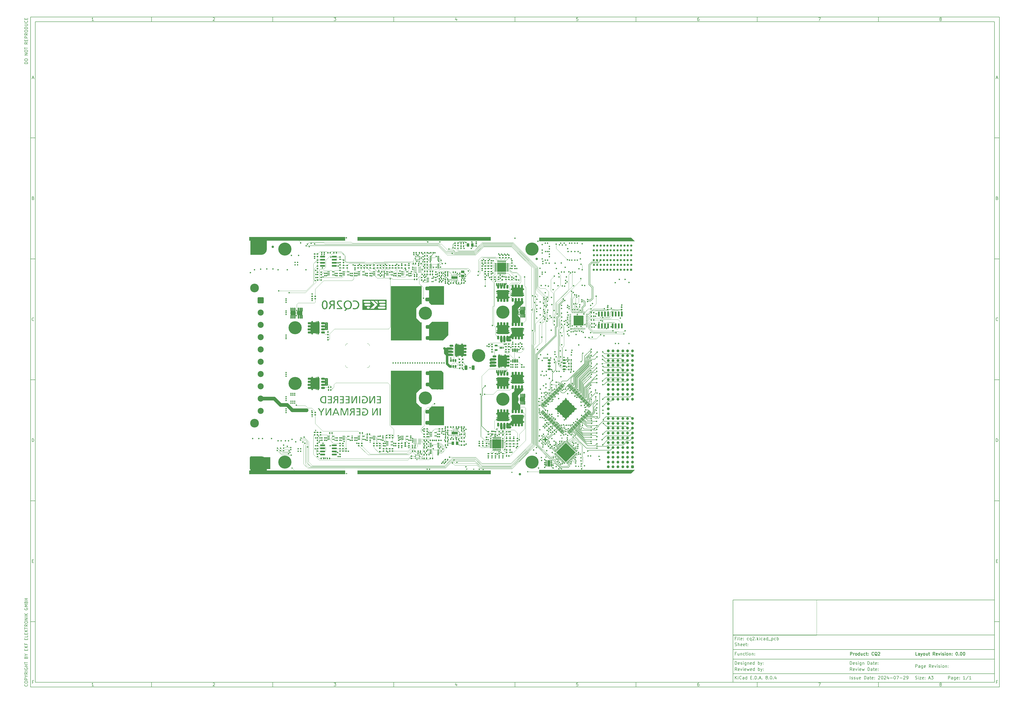
<source format=gbr>
%TF.GenerationSoftware,KiCad,Pcbnew,8.0.4*%
%TF.CreationDate,2024-07-29T18:47:44+02:00*%
%TF.ProjectId,cq2,6371322e-6b69-4636-9164-5f7063625858,0.00*%
%TF.SameCoordinates,Original*%
%TF.FileFunction,Copper,L4,Bot*%
%TF.FilePolarity,Positive*%
%FSLAX46Y46*%
G04 Gerber Fmt 4.6, Leading zero omitted, Abs format (unit mm)*
G04 Created by KiCad (PCBNEW 8.0.4) date 2024-07-29 18:47:44*
%MOMM*%
%LPD*%
G01*
G04 APERTURE LIST*
G04 Aperture macros list*
%AMRoundRect*
0 Rectangle with rounded corners*
0 $1 Rounding radius*
0 $2 $3 $4 $5 $6 $7 $8 $9 X,Y pos of 4 corners*
0 Add a 4 corners polygon primitive as box body*
4,1,4,$2,$3,$4,$5,$6,$7,$8,$9,$2,$3,0*
0 Add four circle primitives for the rounded corners*
1,1,$1+$1,$2,$3*
1,1,$1+$1,$4,$5*
1,1,$1+$1,$6,$7*
1,1,$1+$1,$8,$9*
0 Add four rect primitives between the rounded corners*
20,1,$1+$1,$2,$3,$4,$5,0*
20,1,$1+$1,$4,$5,$6,$7,0*
20,1,$1+$1,$6,$7,$8,$9,0*
20,1,$1+$1,$8,$9,$2,$3,0*%
%AMRotRect*
0 Rectangle, with rotation*
0 The origin of the aperture is its center*
0 $1 length*
0 $2 width*
0 $3 Rotation angle, in degrees counterclockwise*
0 Add horizontal line*
21,1,$1,$2,0,0,$3*%
%AMOutline4P*
0 Free polygon, 4 corners , with rotation*
0 The origin of the aperture is its center*
0 number of corners: always 4*
0 $1 to $8 corner X, Y*
0 $9 Rotation angle, in degrees counterclockwise*
0 create outline with 4 corners*
4,1,4,$1,$2,$3,$4,$5,$6,$7,$8,$1,$2,$9*%
G04 Aperture macros list end*
%ADD10C,0.100000*%
%ADD11C,0.150000*%
%ADD12C,0.254000*%
%ADD13C,0.450000*%
%TA.AperFunction,NonConductor*%
%ADD14C,0.450000*%
%TD*%
%TA.AperFunction,EtchedComponent*%
%ADD15C,0.120000*%
%TD*%
%TA.AperFunction,EtchedComponent*%
%ADD16C,0.000000*%
%TD*%
%TA.AperFunction,SMDPad,CuDef*%
%ADD17RoundRect,0.100000X-0.400000X-0.100000X0.400000X-0.100000X0.400000X0.100000X-0.400000X0.100000X0*%
%TD*%
%TA.AperFunction,SMDPad,CuDef*%
%ADD18R,8.500000X5.000000*%
%TD*%
%TA.AperFunction,ComponentPad*%
%ADD19C,3.000000*%
%TD*%
%TA.AperFunction,ComponentPad*%
%ADD20C,0.800000*%
%TD*%
%TA.AperFunction,ComponentPad*%
%ADD21C,5.400000*%
%TD*%
%TA.AperFunction,ComponentPad*%
%ADD22R,0.914000X0.914000*%
%TD*%
%TA.AperFunction,ComponentPad*%
%ADD23C,0.914000*%
%TD*%
%TA.AperFunction,ComponentPad*%
%ADD24C,0.600000*%
%TD*%
%TA.AperFunction,WasherPad*%
%ADD25C,3.600000*%
%TD*%
%TA.AperFunction,ComponentPad*%
%ADD26RoundRect,0.297619X-0.952381X-0.952381X0.952381X-0.952381X0.952381X0.952381X-0.952381X0.952381X0*%
%TD*%
%TA.AperFunction,ComponentPad*%
%ADD27C,2.500000*%
%TD*%
%TA.AperFunction,SMDPad,CuDef*%
%ADD28R,38.000000X1.500000*%
%TD*%
%TA.AperFunction,SMDPad,CuDef*%
%ADD29Outline4P,0.000000X-0.750000X0.000000X-0.750000X1.500000X0.750000X-1.500000X0.750000X0.000000*%
%TD*%
%TA.AperFunction,SMDPad,CuDef*%
%ADD30R,55.000000X1.500000*%
%TD*%
%TA.AperFunction,SMDPad,CuDef*%
%ADD31R,4.000000X7.000000*%
%TD*%
%TA.AperFunction,SMDPad,CuDef*%
%ADD32C,5.000000*%
%TD*%
%TA.AperFunction,SMDPad,CuDef*%
%ADD33R,5.000000X5.000000*%
%TD*%
%TA.AperFunction,SMDPad,CuDef*%
%ADD34R,39.750000X1.500000*%
%TD*%
%TA.AperFunction,ComponentPad*%
%ADD35RoundRect,0.250000X0.339000X-0.339000X0.339000X0.339000X-0.339000X0.339000X-0.339000X-0.339000X0*%
%TD*%
%TA.AperFunction,ComponentPad*%
%ADD36C,1.178000*%
%TD*%
%TA.AperFunction,SMDPad,CuDef*%
%ADD37RoundRect,0.140000X-0.170000X0.140000X-0.170000X-0.140000X0.170000X-0.140000X0.170000X0.140000X0*%
%TD*%
%TA.AperFunction,SMDPad,CuDef*%
%ADD38RoundRect,0.150000X-0.200000X0.150000X-0.200000X-0.150000X0.200000X-0.150000X0.200000X0.150000X0*%
%TD*%
%TA.AperFunction,SMDPad,CuDef*%
%ADD39RoundRect,0.140000X0.170000X-0.140000X0.170000X0.140000X-0.170000X0.140000X-0.170000X-0.140000X0*%
%TD*%
%TA.AperFunction,SMDPad,CuDef*%
%ADD40RoundRect,0.212500X0.512500X0.212500X-0.512500X0.212500X-0.512500X-0.212500X0.512500X-0.212500X0*%
%TD*%
%TA.AperFunction,SMDPad,CuDef*%
%ADD41RoundRect,0.212500X0.812500X0.212500X-0.812500X0.212500X-0.812500X-0.212500X0.812500X-0.212500X0*%
%TD*%
%TA.AperFunction,SMDPad,CuDef*%
%ADD42RoundRect,0.150000X0.150000X2.655000X-0.150000X2.655000X-0.150000X-2.655000X0.150000X-2.655000X0*%
%TD*%
%TA.AperFunction,SMDPad,CuDef*%
%ADD43RoundRect,0.075000X0.075000X2.625000X-0.075000X2.625000X-0.075000X-2.625000X0.075000X-2.625000X0*%
%TD*%
%TA.AperFunction,SMDPad,CuDef*%
%ADD44R,3.750000X4.660000*%
%TD*%
%TA.AperFunction,SMDPad,CuDef*%
%ADD45RoundRect,0.170016X-0.864984X-0.159984X0.864984X-0.159984X0.864984X0.159984X-0.864984X0.159984X0*%
%TD*%
%TA.AperFunction,SMDPad,CuDef*%
%ADD46RoundRect,0.140000X0.140000X0.170000X-0.140000X0.170000X-0.140000X-0.170000X0.140000X-0.170000X0*%
%TD*%
%TA.AperFunction,SMDPad,CuDef*%
%ADD47RoundRect,0.140000X-0.140000X-0.170000X0.140000X-0.170000X0.140000X0.170000X-0.140000X0.170000X0*%
%TD*%
%TA.AperFunction,SMDPad,CuDef*%
%ADD48RoundRect,0.212500X0.212500X-0.512500X0.212500X0.512500X-0.212500X0.512500X-0.212500X-0.512500X0*%
%TD*%
%TA.AperFunction,SMDPad,CuDef*%
%ADD49RoundRect,0.212500X0.212500X-0.812500X0.212500X0.812500X-0.212500X0.812500X-0.212500X-0.812500X0*%
%TD*%
%TA.AperFunction,SMDPad,CuDef*%
%ADD50RoundRect,0.150000X2.655000X-0.150000X2.655000X0.150000X-2.655000X0.150000X-2.655000X-0.150000X0*%
%TD*%
%TA.AperFunction,SMDPad,CuDef*%
%ADD51RoundRect,0.075000X2.625000X-0.075000X2.625000X0.075000X-2.625000X0.075000X-2.625000X-0.075000X0*%
%TD*%
%TA.AperFunction,SMDPad,CuDef*%
%ADD52R,4.660000X3.750000*%
%TD*%
%TA.AperFunction,SMDPad,CuDef*%
%ADD53RoundRect,0.455216X-0.619784X-0.464784X0.619784X-0.464784X0.619784X0.464784X-0.619784X0.464784X0*%
%TD*%
%TA.AperFunction,SMDPad,CuDef*%
%ADD54RoundRect,0.250046X0.294954X0.459954X-0.294954X0.459954X-0.294954X-0.459954X0.294954X-0.459954X0*%
%TD*%
%TA.AperFunction,SMDPad,CuDef*%
%ADD55RoundRect,0.075000X-0.194454X0.300520X-0.300520X0.194454X0.194454X-0.300520X0.300520X-0.194454X0*%
%TD*%
%TA.AperFunction,SMDPad,CuDef*%
%ADD56RoundRect,0.075000X-0.300520X-0.194454X-0.194454X-0.300520X0.300520X0.194454X0.194454X0.300520X0*%
%TD*%
%TA.AperFunction,SMDPad,CuDef*%
%ADD57RotRect,5.700000X5.700000X315.000000*%
%TD*%
%TA.AperFunction,SMDPad,CuDef*%
%ADD58RoundRect,0.212500X-0.512500X-0.212500X0.512500X-0.212500X0.512500X0.212500X-0.512500X0.212500X0*%
%TD*%
%TA.AperFunction,SMDPad,CuDef*%
%ADD59RoundRect,0.212500X-0.812500X-0.212500X0.812500X-0.212500X0.812500X0.212500X-0.812500X0.212500X0*%
%TD*%
%TA.AperFunction,SMDPad,CuDef*%
%ADD60RoundRect,0.150000X-0.150000X-2.655000X0.150000X-2.655000X0.150000X2.655000X-0.150000X2.655000X0*%
%TD*%
%TA.AperFunction,SMDPad,CuDef*%
%ADD61RoundRect,0.075000X-0.075000X-2.625000X0.075000X-2.625000X0.075000X2.625000X-0.075000X2.625000X0*%
%TD*%
%TA.AperFunction,SMDPad,CuDef*%
%ADD62RoundRect,0.149999X-0.475001X-0.155001X0.475001X-0.155001X0.475001X0.155001X-0.475001X0.155001X0*%
%TD*%
%TA.AperFunction,SMDPad,CuDef*%
%ADD63RoundRect,0.112500X0.112500X0.612500X-0.112500X0.612500X-0.112500X-0.612500X0.112500X-0.612500X0*%
%TD*%
%TA.AperFunction,SMDPad,CuDef*%
%ADD64RoundRect,0.140000X0.021213X-0.219203X0.219203X-0.021213X-0.021213X0.219203X-0.219203X0.021213X0*%
%TD*%
%TA.AperFunction,SMDPad,CuDef*%
%ADD65RoundRect,0.375000X-0.625000X0.375000X-0.625000X-0.375000X0.625000X-0.375000X0.625000X0.375000X0*%
%TD*%
%TA.AperFunction,SMDPad,CuDef*%
%ADD66RoundRect,0.305000X2.745000X2.755000X-2.745000X2.755000X-2.745000X-2.755000X2.745000X-2.755000X0*%
%TD*%
%TA.AperFunction,SMDPad,CuDef*%
%ADD67C,1.000000*%
%TD*%
%TA.AperFunction,SMDPad,CuDef*%
%ADD68RoundRect,0.140000X-0.219203X-0.021213X-0.021213X-0.219203X0.219203X0.021213X0.021213X0.219203X0*%
%TD*%
%TA.AperFunction,SMDPad,CuDef*%
%ADD69RoundRect,0.075000X-0.350000X0.075000X-0.350000X-0.075000X0.350000X-0.075000X0.350000X0.075000X0*%
%TD*%
%TA.AperFunction,SMDPad,CuDef*%
%ADD70RoundRect,0.059994X-0.295006X-0.050006X0.295006X-0.050006X0.295006X0.050006X-0.295006X0.050006X0*%
%TD*%
%TA.AperFunction,SMDPad,CuDef*%
%ADD71RoundRect,0.059994X-0.050006X0.295006X-0.050006X-0.295006X0.050006X-0.295006X0.050006X0.295006X0*%
%TD*%
%TA.AperFunction,ComponentPad*%
%ADD72C,0.500000*%
%TD*%
%TA.AperFunction,SMDPad,CuDef*%
%ADD73R,2.000000X2.000000*%
%TD*%
%TA.AperFunction,SMDPad,CuDef*%
%ADD74RoundRect,0.070000X-0.042426X0.141421X-0.141421X0.042426X0.042426X-0.141421X0.141421X-0.042426X0*%
%TD*%
%TA.AperFunction,SMDPad,CuDef*%
%ADD75RoundRect,0.070000X-0.141421X-0.042426X-0.042426X-0.141421X0.141421X0.042426X0.042426X0.141421X0*%
%TD*%
%TA.AperFunction,SMDPad,CuDef*%
%ADD76RotRect,1.000000X1.000000X315.000000*%
%TD*%
%TA.AperFunction,SMDPad,CuDef*%
%ADD77RoundRect,0.075000X0.075000X0.215000X-0.075000X0.215000X-0.075000X-0.215000X0.075000X-0.215000X0*%
%TD*%
%TA.AperFunction,SMDPad,CuDef*%
%ADD78RoundRect,0.062500X0.062500X0.227500X-0.062500X0.227500X-0.062500X-0.227500X0.062500X-0.227500X0*%
%TD*%
%TA.AperFunction,SMDPad,CuDef*%
%ADD79RoundRect,0.087500X0.227500X-0.087500X0.227500X0.087500X-0.227500X0.087500X-0.227500X-0.087500X0*%
%TD*%
%TA.AperFunction,SMDPad,CuDef*%
%ADD80RoundRect,0.212500X-0.212500X0.512500X-0.212500X-0.512500X0.212500X-0.512500X0.212500X0.512500X0*%
%TD*%
%TA.AperFunction,SMDPad,CuDef*%
%ADD81RoundRect,0.212500X-0.212500X0.812500X-0.212500X-0.812500X0.212500X-0.812500X0.212500X0.812500X0*%
%TD*%
%TA.AperFunction,SMDPad,CuDef*%
%ADD82RoundRect,0.150000X-2.655000X0.150000X-2.655000X-0.150000X2.655000X-0.150000X2.655000X0.150000X0*%
%TD*%
%TA.AperFunction,SMDPad,CuDef*%
%ADD83RoundRect,0.075000X-2.625000X0.075000X-2.625000X-0.075000X2.625000X-0.075000X2.625000X0.075000X0*%
%TD*%
%TA.AperFunction,SMDPad,CuDef*%
%ADD84RoundRect,0.150000X0.200000X-0.150000X0.200000X0.150000X-0.200000X0.150000X-0.200000X-0.150000X0*%
%TD*%
%TA.AperFunction,SMDPad,CuDef*%
%ADD85RoundRect,0.062500X0.062500X-0.187500X0.062500X0.187500X-0.062500X0.187500X-0.062500X-0.187500X0*%
%TD*%
%TA.AperFunction,SMDPad,CuDef*%
%ADD86R,2.650000X1.000000*%
%TD*%
%TA.AperFunction,SMDPad,CuDef*%
%ADD87RoundRect,0.455216X0.619784X0.464784X-0.619784X0.464784X-0.619784X-0.464784X0.619784X-0.464784X0*%
%TD*%
%TA.AperFunction,SMDPad,CuDef*%
%ADD88RoundRect,0.170016X0.159984X-0.864984X0.159984X0.864984X-0.159984X0.864984X-0.159984X-0.864984X0*%
%TD*%
%TA.AperFunction,SMDPad,CuDef*%
%ADD89RoundRect,0.149999X0.155001X-0.430001X0.155001X0.430001X-0.155001X0.430001X-0.155001X-0.430001X0*%
%TD*%
%TA.AperFunction,SMDPad,CuDef*%
%ADD90RoundRect,0.125000X-0.175000X0.125000X-0.175000X-0.125000X0.175000X-0.125000X0.175000X0.125000X0*%
%TD*%
%TA.AperFunction,SMDPad,CuDef*%
%ADD91R,1.200000X2.000000*%
%TD*%
%TA.AperFunction,SMDPad,CuDef*%
%ADD92R,38.000000X1.000000*%
%TD*%
%TA.AperFunction,SMDPad,CuDef*%
%ADD93Outline4P,-1.500000X-0.750000X1.500000X-0.750000X0.000000X0.750000X0.000000X0.750000X0.000000*%
%TD*%
%TA.AperFunction,SMDPad,CuDef*%
%ADD94RoundRect,0.190000X-0.435000X-0.190000X0.435000X-0.190000X0.435000X0.190000X-0.435000X0.190000X0*%
%TD*%
%TA.AperFunction,SMDPad,CuDef*%
%ADD95RoundRect,0.060000X-0.540000X0.060000X-0.540000X-0.060000X0.540000X-0.060000X0.540000X0.060000X0*%
%TD*%
%TA.AperFunction,SMDPad,CuDef*%
%ADD96RoundRect,0.250046X0.459954X-0.294954X0.459954X0.294954X-0.459954X0.294954X-0.459954X-0.294954X0*%
%TD*%
%TA.AperFunction,SMDPad,CuDef*%
%ADD97RoundRect,0.062500X-0.530330X-0.441942X-0.441942X-0.530330X0.530330X0.441942X0.441942X0.530330X0*%
%TD*%
%TA.AperFunction,SMDPad,CuDef*%
%ADD98RoundRect,0.062500X0.441942X-0.530330X0.530330X-0.441942X-0.441942X0.530330X-0.530330X0.441942X0*%
%TD*%
%TA.AperFunction,SMDPad,CuDef*%
%ADD99RotRect,5.994400X5.994400X45.000000*%
%TD*%
%TA.AperFunction,SMDPad,CuDef*%
%ADD100RoundRect,0.075000X-0.075000X-0.350000X0.075000X-0.350000X0.075000X0.350000X-0.075000X0.350000X0*%
%TD*%
%TA.AperFunction,SMDPad,CuDef*%
%ADD101RoundRect,0.075000X0.350000X-0.075000X0.350000X0.075000X-0.350000X0.075000X-0.350000X-0.075000X0*%
%TD*%
%TA.AperFunction,SMDPad,CuDef*%
%ADD102R,3.700000X3.700000*%
%TD*%
%TA.AperFunction,SMDPad,CuDef*%
%ADD103RoundRect,0.249960X0.350040X0.660040X-0.350040X0.660040X-0.350040X-0.660040X0.350040X-0.660040X0*%
%TD*%
%TA.AperFunction,SMDPad,CuDef*%
%ADD104RoundRect,0.150000X0.150000X0.200000X-0.150000X0.200000X-0.150000X-0.200000X0.150000X-0.200000X0*%
%TD*%
%TA.AperFunction,SMDPad,CuDef*%
%ADD105RoundRect,0.075000X0.075000X0.350000X-0.075000X0.350000X-0.075000X-0.350000X0.075000X-0.350000X0*%
%TD*%
%TA.AperFunction,ViaPad*%
%ADD106C,0.600000*%
%TD*%
%TA.AperFunction,ViaPad*%
%ADD107C,0.500000*%
%TD*%
%TA.AperFunction,Conductor*%
%ADD108C,0.200000*%
%TD*%
%TA.AperFunction,Conductor*%
%ADD109C,0.120000*%
%TD*%
%TA.AperFunction,Conductor*%
%ADD110C,0.190000*%
%TD*%
%TA.AperFunction,Conductor*%
%ADD111C,1.000000*%
%TD*%
%TA.AperFunction,Conductor*%
%ADD112C,0.130000*%
%TD*%
%TA.AperFunction,Conductor*%
%ADD113C,0.600000*%
%TD*%
%TA.AperFunction,Conductor*%
%ADD114C,0.500000*%
%TD*%
%TA.AperFunction,Conductor*%
%ADD115C,1.500000*%
%TD*%
G04 APERTURE END LIST*
D10*
X299978000Y-250926334D02*
X299978000Y-265573667D01*
X334522000Y-265573667D01*
X334522000Y-250926334D01*
X299978000Y-250926334D01*
D11*
X299989000Y-251002200D02*
X407989000Y-251002200D01*
X407989000Y-285002200D01*
X299989000Y-285002200D01*
X299989000Y-251002200D01*
D10*
D11*
X10000000Y-10000000D02*
X409989000Y-10000000D01*
X409989000Y-287002200D01*
X10000000Y-287002200D01*
X10000000Y-10000000D01*
D10*
D11*
X12000000Y-12000000D02*
X407989000Y-12000000D01*
X407989000Y-285002200D01*
X12000000Y-285002200D01*
X12000000Y-12000000D01*
D10*
D11*
X60000000Y-12000000D02*
X60000000Y-10000000D01*
D10*
D11*
X110000000Y-12000000D02*
X110000000Y-10000000D01*
D10*
D11*
X160000000Y-12000000D02*
X160000000Y-10000000D01*
D10*
D11*
X210000000Y-12000000D02*
X210000000Y-10000000D01*
D10*
D11*
X260000000Y-12000000D02*
X260000000Y-10000000D01*
D10*
D11*
X310000000Y-12000000D02*
X310000000Y-10000000D01*
D10*
D11*
X360000000Y-12000000D02*
X360000000Y-10000000D01*
D10*
D11*
X36066303Y-11579726D02*
X35340588Y-11579726D01*
X35703445Y-11579726D02*
X35703445Y-10309726D01*
X35703445Y-10309726D02*
X35582493Y-10491154D01*
X35582493Y-10491154D02*
X35461541Y-10612107D01*
X35461541Y-10612107D02*
X35340588Y-10672583D01*
D10*
D11*
X85340588Y-10430678D02*
X85401064Y-10370202D01*
X85401064Y-10370202D02*
X85522017Y-10309726D01*
X85522017Y-10309726D02*
X85824398Y-10309726D01*
X85824398Y-10309726D02*
X85945350Y-10370202D01*
X85945350Y-10370202D02*
X86005826Y-10430678D01*
X86005826Y-10430678D02*
X86066303Y-10551630D01*
X86066303Y-10551630D02*
X86066303Y-10672583D01*
X86066303Y-10672583D02*
X86005826Y-10854011D01*
X86005826Y-10854011D02*
X85280112Y-11579726D01*
X85280112Y-11579726D02*
X86066303Y-11579726D01*
D10*
D11*
X135280112Y-10309726D02*
X136066303Y-10309726D01*
X136066303Y-10309726D02*
X135642969Y-10793535D01*
X135642969Y-10793535D02*
X135824398Y-10793535D01*
X135824398Y-10793535D02*
X135945350Y-10854011D01*
X135945350Y-10854011D02*
X136005826Y-10914488D01*
X136005826Y-10914488D02*
X136066303Y-11035440D01*
X136066303Y-11035440D02*
X136066303Y-11337821D01*
X136066303Y-11337821D02*
X136005826Y-11458773D01*
X136005826Y-11458773D02*
X135945350Y-11519250D01*
X135945350Y-11519250D02*
X135824398Y-11579726D01*
X135824398Y-11579726D02*
X135461541Y-11579726D01*
X135461541Y-11579726D02*
X135340588Y-11519250D01*
X135340588Y-11519250D02*
X135280112Y-11458773D01*
D10*
D11*
X185945350Y-10733059D02*
X185945350Y-11579726D01*
X185642969Y-10249250D02*
X185340588Y-11156392D01*
X185340588Y-11156392D02*
X186126779Y-11156392D01*
D10*
D11*
X236005826Y-10309726D02*
X235401064Y-10309726D01*
X235401064Y-10309726D02*
X235340588Y-10914488D01*
X235340588Y-10914488D02*
X235401064Y-10854011D01*
X235401064Y-10854011D02*
X235522017Y-10793535D01*
X235522017Y-10793535D02*
X235824398Y-10793535D01*
X235824398Y-10793535D02*
X235945350Y-10854011D01*
X235945350Y-10854011D02*
X236005826Y-10914488D01*
X236005826Y-10914488D02*
X236066303Y-11035440D01*
X236066303Y-11035440D02*
X236066303Y-11337821D01*
X236066303Y-11337821D02*
X236005826Y-11458773D01*
X236005826Y-11458773D02*
X235945350Y-11519250D01*
X235945350Y-11519250D02*
X235824398Y-11579726D01*
X235824398Y-11579726D02*
X235522017Y-11579726D01*
X235522017Y-11579726D02*
X235401064Y-11519250D01*
X235401064Y-11519250D02*
X235340588Y-11458773D01*
D10*
D11*
X285945350Y-10309726D02*
X285703445Y-10309726D01*
X285703445Y-10309726D02*
X285582493Y-10370202D01*
X285582493Y-10370202D02*
X285522017Y-10430678D01*
X285522017Y-10430678D02*
X285401064Y-10612107D01*
X285401064Y-10612107D02*
X285340588Y-10854011D01*
X285340588Y-10854011D02*
X285340588Y-11337821D01*
X285340588Y-11337821D02*
X285401064Y-11458773D01*
X285401064Y-11458773D02*
X285461541Y-11519250D01*
X285461541Y-11519250D02*
X285582493Y-11579726D01*
X285582493Y-11579726D02*
X285824398Y-11579726D01*
X285824398Y-11579726D02*
X285945350Y-11519250D01*
X285945350Y-11519250D02*
X286005826Y-11458773D01*
X286005826Y-11458773D02*
X286066303Y-11337821D01*
X286066303Y-11337821D02*
X286066303Y-11035440D01*
X286066303Y-11035440D02*
X286005826Y-10914488D01*
X286005826Y-10914488D02*
X285945350Y-10854011D01*
X285945350Y-10854011D02*
X285824398Y-10793535D01*
X285824398Y-10793535D02*
X285582493Y-10793535D01*
X285582493Y-10793535D02*
X285461541Y-10854011D01*
X285461541Y-10854011D02*
X285401064Y-10914488D01*
X285401064Y-10914488D02*
X285340588Y-11035440D01*
D10*
D11*
X335280112Y-10309726D02*
X336126779Y-10309726D01*
X336126779Y-10309726D02*
X335582493Y-11579726D01*
D10*
D11*
X385582493Y-10854011D02*
X385461541Y-10793535D01*
X385461541Y-10793535D02*
X385401064Y-10733059D01*
X385401064Y-10733059D02*
X385340588Y-10612107D01*
X385340588Y-10612107D02*
X385340588Y-10551630D01*
X385340588Y-10551630D02*
X385401064Y-10430678D01*
X385401064Y-10430678D02*
X385461541Y-10370202D01*
X385461541Y-10370202D02*
X385582493Y-10309726D01*
X385582493Y-10309726D02*
X385824398Y-10309726D01*
X385824398Y-10309726D02*
X385945350Y-10370202D01*
X385945350Y-10370202D02*
X386005826Y-10430678D01*
X386005826Y-10430678D02*
X386066303Y-10551630D01*
X386066303Y-10551630D02*
X386066303Y-10612107D01*
X386066303Y-10612107D02*
X386005826Y-10733059D01*
X386005826Y-10733059D02*
X385945350Y-10793535D01*
X385945350Y-10793535D02*
X385824398Y-10854011D01*
X385824398Y-10854011D02*
X385582493Y-10854011D01*
X385582493Y-10854011D02*
X385461541Y-10914488D01*
X385461541Y-10914488D02*
X385401064Y-10974964D01*
X385401064Y-10974964D02*
X385340588Y-11095916D01*
X385340588Y-11095916D02*
X385340588Y-11337821D01*
X385340588Y-11337821D02*
X385401064Y-11458773D01*
X385401064Y-11458773D02*
X385461541Y-11519250D01*
X385461541Y-11519250D02*
X385582493Y-11579726D01*
X385582493Y-11579726D02*
X385824398Y-11579726D01*
X385824398Y-11579726D02*
X385945350Y-11519250D01*
X385945350Y-11519250D02*
X386005826Y-11458773D01*
X386005826Y-11458773D02*
X386066303Y-11337821D01*
X386066303Y-11337821D02*
X386066303Y-11095916D01*
X386066303Y-11095916D02*
X386005826Y-10974964D01*
X386005826Y-10974964D02*
X385945350Y-10914488D01*
X385945350Y-10914488D02*
X385824398Y-10854011D01*
D10*
D11*
X60000000Y-285002200D02*
X60000000Y-287002200D01*
D10*
D11*
X110000000Y-285002200D02*
X110000000Y-287002200D01*
D10*
D11*
X160000000Y-285002200D02*
X160000000Y-287002200D01*
D10*
D11*
X210000000Y-285002200D02*
X210000000Y-287002200D01*
D10*
D11*
X260000000Y-285002200D02*
X260000000Y-287002200D01*
D10*
D11*
X310000000Y-285002200D02*
X310000000Y-287002200D01*
D10*
D11*
X360000000Y-285002200D02*
X360000000Y-287002200D01*
D10*
D11*
X36066303Y-286581926D02*
X35340588Y-286581926D01*
X35703445Y-286581926D02*
X35703445Y-285311926D01*
X35703445Y-285311926D02*
X35582493Y-285493354D01*
X35582493Y-285493354D02*
X35461541Y-285614307D01*
X35461541Y-285614307D02*
X35340588Y-285674783D01*
D10*
D11*
X85340588Y-285432878D02*
X85401064Y-285372402D01*
X85401064Y-285372402D02*
X85522017Y-285311926D01*
X85522017Y-285311926D02*
X85824398Y-285311926D01*
X85824398Y-285311926D02*
X85945350Y-285372402D01*
X85945350Y-285372402D02*
X86005826Y-285432878D01*
X86005826Y-285432878D02*
X86066303Y-285553830D01*
X86066303Y-285553830D02*
X86066303Y-285674783D01*
X86066303Y-285674783D02*
X86005826Y-285856211D01*
X86005826Y-285856211D02*
X85280112Y-286581926D01*
X85280112Y-286581926D02*
X86066303Y-286581926D01*
D10*
D11*
X135280112Y-285311926D02*
X136066303Y-285311926D01*
X136066303Y-285311926D02*
X135642969Y-285795735D01*
X135642969Y-285795735D02*
X135824398Y-285795735D01*
X135824398Y-285795735D02*
X135945350Y-285856211D01*
X135945350Y-285856211D02*
X136005826Y-285916688D01*
X136005826Y-285916688D02*
X136066303Y-286037640D01*
X136066303Y-286037640D02*
X136066303Y-286340021D01*
X136066303Y-286340021D02*
X136005826Y-286460973D01*
X136005826Y-286460973D02*
X135945350Y-286521450D01*
X135945350Y-286521450D02*
X135824398Y-286581926D01*
X135824398Y-286581926D02*
X135461541Y-286581926D01*
X135461541Y-286581926D02*
X135340588Y-286521450D01*
X135340588Y-286521450D02*
X135280112Y-286460973D01*
D10*
D11*
X185945350Y-285735259D02*
X185945350Y-286581926D01*
X185642969Y-285251450D02*
X185340588Y-286158592D01*
X185340588Y-286158592D02*
X186126779Y-286158592D01*
D10*
D11*
X236005826Y-285311926D02*
X235401064Y-285311926D01*
X235401064Y-285311926D02*
X235340588Y-285916688D01*
X235340588Y-285916688D02*
X235401064Y-285856211D01*
X235401064Y-285856211D02*
X235522017Y-285795735D01*
X235522017Y-285795735D02*
X235824398Y-285795735D01*
X235824398Y-285795735D02*
X235945350Y-285856211D01*
X235945350Y-285856211D02*
X236005826Y-285916688D01*
X236005826Y-285916688D02*
X236066303Y-286037640D01*
X236066303Y-286037640D02*
X236066303Y-286340021D01*
X236066303Y-286340021D02*
X236005826Y-286460973D01*
X236005826Y-286460973D02*
X235945350Y-286521450D01*
X235945350Y-286521450D02*
X235824398Y-286581926D01*
X235824398Y-286581926D02*
X235522017Y-286581926D01*
X235522017Y-286581926D02*
X235401064Y-286521450D01*
X235401064Y-286521450D02*
X235340588Y-286460973D01*
D10*
D11*
X285945350Y-285311926D02*
X285703445Y-285311926D01*
X285703445Y-285311926D02*
X285582493Y-285372402D01*
X285582493Y-285372402D02*
X285522017Y-285432878D01*
X285522017Y-285432878D02*
X285401064Y-285614307D01*
X285401064Y-285614307D02*
X285340588Y-285856211D01*
X285340588Y-285856211D02*
X285340588Y-286340021D01*
X285340588Y-286340021D02*
X285401064Y-286460973D01*
X285401064Y-286460973D02*
X285461541Y-286521450D01*
X285461541Y-286521450D02*
X285582493Y-286581926D01*
X285582493Y-286581926D02*
X285824398Y-286581926D01*
X285824398Y-286581926D02*
X285945350Y-286521450D01*
X285945350Y-286521450D02*
X286005826Y-286460973D01*
X286005826Y-286460973D02*
X286066303Y-286340021D01*
X286066303Y-286340021D02*
X286066303Y-286037640D01*
X286066303Y-286037640D02*
X286005826Y-285916688D01*
X286005826Y-285916688D02*
X285945350Y-285856211D01*
X285945350Y-285856211D02*
X285824398Y-285795735D01*
X285824398Y-285795735D02*
X285582493Y-285795735D01*
X285582493Y-285795735D02*
X285461541Y-285856211D01*
X285461541Y-285856211D02*
X285401064Y-285916688D01*
X285401064Y-285916688D02*
X285340588Y-286037640D01*
D10*
D11*
X335280112Y-285311926D02*
X336126779Y-285311926D01*
X336126779Y-285311926D02*
X335582493Y-286581926D01*
D10*
D11*
X385582493Y-285856211D02*
X385461541Y-285795735D01*
X385461541Y-285795735D02*
X385401064Y-285735259D01*
X385401064Y-285735259D02*
X385340588Y-285614307D01*
X385340588Y-285614307D02*
X385340588Y-285553830D01*
X385340588Y-285553830D02*
X385401064Y-285432878D01*
X385401064Y-285432878D02*
X385461541Y-285372402D01*
X385461541Y-285372402D02*
X385582493Y-285311926D01*
X385582493Y-285311926D02*
X385824398Y-285311926D01*
X385824398Y-285311926D02*
X385945350Y-285372402D01*
X385945350Y-285372402D02*
X386005826Y-285432878D01*
X386005826Y-285432878D02*
X386066303Y-285553830D01*
X386066303Y-285553830D02*
X386066303Y-285614307D01*
X386066303Y-285614307D02*
X386005826Y-285735259D01*
X386005826Y-285735259D02*
X385945350Y-285795735D01*
X385945350Y-285795735D02*
X385824398Y-285856211D01*
X385824398Y-285856211D02*
X385582493Y-285856211D01*
X385582493Y-285856211D02*
X385461541Y-285916688D01*
X385461541Y-285916688D02*
X385401064Y-285977164D01*
X385401064Y-285977164D02*
X385340588Y-286098116D01*
X385340588Y-286098116D02*
X385340588Y-286340021D01*
X385340588Y-286340021D02*
X385401064Y-286460973D01*
X385401064Y-286460973D02*
X385461541Y-286521450D01*
X385461541Y-286521450D02*
X385582493Y-286581926D01*
X385582493Y-286581926D02*
X385824398Y-286581926D01*
X385824398Y-286581926D02*
X385945350Y-286521450D01*
X385945350Y-286521450D02*
X386005826Y-286460973D01*
X386005826Y-286460973D02*
X386066303Y-286340021D01*
X386066303Y-286340021D02*
X386066303Y-286098116D01*
X386066303Y-286098116D02*
X386005826Y-285977164D01*
X386005826Y-285977164D02*
X385945350Y-285916688D01*
X385945350Y-285916688D02*
X385824398Y-285856211D01*
D10*
D11*
X10000000Y-60000000D02*
X12000000Y-60000000D01*
D10*
D11*
X10000000Y-110000000D02*
X12000000Y-110000000D01*
D10*
D11*
X10000000Y-160000000D02*
X12000000Y-160000000D01*
D10*
D11*
X10000000Y-210000000D02*
X12000000Y-210000000D01*
D10*
D11*
X10000000Y-260000000D02*
X12000000Y-260000000D01*
D10*
D11*
X10697619Y-35216869D02*
X11302381Y-35216869D01*
X10576667Y-35579726D02*
X11000000Y-34309726D01*
X11000000Y-34309726D02*
X11423334Y-35579726D01*
D10*
D11*
X11090714Y-84914488D02*
X11272142Y-84974964D01*
X11272142Y-84974964D02*
X11332619Y-85035440D01*
X11332619Y-85035440D02*
X11393095Y-85156392D01*
X11393095Y-85156392D02*
X11393095Y-85337821D01*
X11393095Y-85337821D02*
X11332619Y-85458773D01*
X11332619Y-85458773D02*
X11272142Y-85519250D01*
X11272142Y-85519250D02*
X11151190Y-85579726D01*
X11151190Y-85579726D02*
X10667380Y-85579726D01*
X10667380Y-85579726D02*
X10667380Y-84309726D01*
X10667380Y-84309726D02*
X11090714Y-84309726D01*
X11090714Y-84309726D02*
X11211666Y-84370202D01*
X11211666Y-84370202D02*
X11272142Y-84430678D01*
X11272142Y-84430678D02*
X11332619Y-84551630D01*
X11332619Y-84551630D02*
X11332619Y-84672583D01*
X11332619Y-84672583D02*
X11272142Y-84793535D01*
X11272142Y-84793535D02*
X11211666Y-84854011D01*
X11211666Y-84854011D02*
X11090714Y-84914488D01*
X11090714Y-84914488D02*
X10667380Y-84914488D01*
D10*
D11*
X11393095Y-135458773D02*
X11332619Y-135519250D01*
X11332619Y-135519250D02*
X11151190Y-135579726D01*
X11151190Y-135579726D02*
X11030238Y-135579726D01*
X11030238Y-135579726D02*
X10848809Y-135519250D01*
X10848809Y-135519250D02*
X10727857Y-135398297D01*
X10727857Y-135398297D02*
X10667380Y-135277345D01*
X10667380Y-135277345D02*
X10606904Y-135035440D01*
X10606904Y-135035440D02*
X10606904Y-134854011D01*
X10606904Y-134854011D02*
X10667380Y-134612107D01*
X10667380Y-134612107D02*
X10727857Y-134491154D01*
X10727857Y-134491154D02*
X10848809Y-134370202D01*
X10848809Y-134370202D02*
X11030238Y-134309726D01*
X11030238Y-134309726D02*
X11151190Y-134309726D01*
X11151190Y-134309726D02*
X11332619Y-134370202D01*
X11332619Y-134370202D02*
X11393095Y-134430678D01*
D10*
D11*
X10667380Y-185579726D02*
X10667380Y-184309726D01*
X10667380Y-184309726D02*
X10969761Y-184309726D01*
X10969761Y-184309726D02*
X11151190Y-184370202D01*
X11151190Y-184370202D02*
X11272142Y-184491154D01*
X11272142Y-184491154D02*
X11332619Y-184612107D01*
X11332619Y-184612107D02*
X11393095Y-184854011D01*
X11393095Y-184854011D02*
X11393095Y-185035440D01*
X11393095Y-185035440D02*
X11332619Y-185277345D01*
X11332619Y-185277345D02*
X11272142Y-185398297D01*
X11272142Y-185398297D02*
X11151190Y-185519250D01*
X11151190Y-185519250D02*
X10969761Y-185579726D01*
X10969761Y-185579726D02*
X10667380Y-185579726D01*
D10*
D11*
X10727856Y-234914488D02*
X11151190Y-234914488D01*
X11332618Y-235579726D02*
X10727856Y-235579726D01*
X10727856Y-235579726D02*
X10727856Y-234309726D01*
X10727856Y-234309726D02*
X11332618Y-234309726D01*
D10*
D11*
X11181429Y-284914488D02*
X10758095Y-284914488D01*
X10758095Y-285579726D02*
X10758095Y-284309726D01*
X10758095Y-284309726D02*
X11362857Y-284309726D01*
D10*
D11*
X409989000Y-60000000D02*
X407989000Y-60000000D01*
D10*
D11*
X409989000Y-110000000D02*
X407989000Y-110000000D01*
D10*
D11*
X409989000Y-160000000D02*
X407989000Y-160000000D01*
D10*
D11*
X409989000Y-210000000D02*
X407989000Y-210000000D01*
D10*
D11*
X409989000Y-260000000D02*
X407989000Y-260000000D01*
D10*
D11*
X408686619Y-35216869D02*
X409291381Y-35216869D01*
X408565667Y-35579726D02*
X408989000Y-34309726D01*
X408989000Y-34309726D02*
X409412334Y-35579726D01*
D10*
D11*
X409079714Y-84914488D02*
X409261142Y-84974964D01*
X409261142Y-84974964D02*
X409321619Y-85035440D01*
X409321619Y-85035440D02*
X409382095Y-85156392D01*
X409382095Y-85156392D02*
X409382095Y-85337821D01*
X409382095Y-85337821D02*
X409321619Y-85458773D01*
X409321619Y-85458773D02*
X409261142Y-85519250D01*
X409261142Y-85519250D02*
X409140190Y-85579726D01*
X409140190Y-85579726D02*
X408656380Y-85579726D01*
X408656380Y-85579726D02*
X408656380Y-84309726D01*
X408656380Y-84309726D02*
X409079714Y-84309726D01*
X409079714Y-84309726D02*
X409200666Y-84370202D01*
X409200666Y-84370202D02*
X409261142Y-84430678D01*
X409261142Y-84430678D02*
X409321619Y-84551630D01*
X409321619Y-84551630D02*
X409321619Y-84672583D01*
X409321619Y-84672583D02*
X409261142Y-84793535D01*
X409261142Y-84793535D02*
X409200666Y-84854011D01*
X409200666Y-84854011D02*
X409079714Y-84914488D01*
X409079714Y-84914488D02*
X408656380Y-84914488D01*
D10*
D11*
X409382095Y-135458773D02*
X409321619Y-135519250D01*
X409321619Y-135519250D02*
X409140190Y-135579726D01*
X409140190Y-135579726D02*
X409019238Y-135579726D01*
X409019238Y-135579726D02*
X408837809Y-135519250D01*
X408837809Y-135519250D02*
X408716857Y-135398297D01*
X408716857Y-135398297D02*
X408656380Y-135277345D01*
X408656380Y-135277345D02*
X408595904Y-135035440D01*
X408595904Y-135035440D02*
X408595904Y-134854011D01*
X408595904Y-134854011D02*
X408656380Y-134612107D01*
X408656380Y-134612107D02*
X408716857Y-134491154D01*
X408716857Y-134491154D02*
X408837809Y-134370202D01*
X408837809Y-134370202D02*
X409019238Y-134309726D01*
X409019238Y-134309726D02*
X409140190Y-134309726D01*
X409140190Y-134309726D02*
X409321619Y-134370202D01*
X409321619Y-134370202D02*
X409382095Y-134430678D01*
D10*
D11*
X408656380Y-185579726D02*
X408656380Y-184309726D01*
X408656380Y-184309726D02*
X408958761Y-184309726D01*
X408958761Y-184309726D02*
X409140190Y-184370202D01*
X409140190Y-184370202D02*
X409261142Y-184491154D01*
X409261142Y-184491154D02*
X409321619Y-184612107D01*
X409321619Y-184612107D02*
X409382095Y-184854011D01*
X409382095Y-184854011D02*
X409382095Y-185035440D01*
X409382095Y-185035440D02*
X409321619Y-185277345D01*
X409321619Y-185277345D02*
X409261142Y-185398297D01*
X409261142Y-185398297D02*
X409140190Y-185519250D01*
X409140190Y-185519250D02*
X408958761Y-185579726D01*
X408958761Y-185579726D02*
X408656380Y-185579726D01*
D10*
D11*
X408716856Y-234914488D02*
X409140190Y-234914488D01*
X409321618Y-235579726D02*
X408716856Y-235579726D01*
X408716856Y-235579726D02*
X408716856Y-234309726D01*
X408716856Y-234309726D02*
X409321618Y-234309726D01*
D10*
D11*
X409170429Y-284914488D02*
X408747095Y-284914488D01*
X408747095Y-285579726D02*
X408747095Y-284309726D01*
X408747095Y-284309726D02*
X409351857Y-284309726D01*
D10*
D11*
X348390064Y-277698976D02*
X348390064Y-276428976D01*
X348390064Y-276428976D02*
X348692445Y-276428976D01*
X348692445Y-276428976D02*
X348873874Y-276489452D01*
X348873874Y-276489452D02*
X348994826Y-276610404D01*
X348994826Y-276610404D02*
X349055303Y-276731357D01*
X349055303Y-276731357D02*
X349115779Y-276973261D01*
X349115779Y-276973261D02*
X349115779Y-277154690D01*
X349115779Y-277154690D02*
X349055303Y-277396595D01*
X349055303Y-277396595D02*
X348994826Y-277517547D01*
X348994826Y-277517547D02*
X348873874Y-277638500D01*
X348873874Y-277638500D02*
X348692445Y-277698976D01*
X348692445Y-277698976D02*
X348390064Y-277698976D01*
X350143874Y-277638500D02*
X350022922Y-277698976D01*
X350022922Y-277698976D02*
X349781017Y-277698976D01*
X349781017Y-277698976D02*
X349660064Y-277638500D01*
X349660064Y-277638500D02*
X349599588Y-277517547D01*
X349599588Y-277517547D02*
X349599588Y-277033738D01*
X349599588Y-277033738D02*
X349660064Y-276912785D01*
X349660064Y-276912785D02*
X349781017Y-276852309D01*
X349781017Y-276852309D02*
X350022922Y-276852309D01*
X350022922Y-276852309D02*
X350143874Y-276912785D01*
X350143874Y-276912785D02*
X350204350Y-277033738D01*
X350204350Y-277033738D02*
X350204350Y-277154690D01*
X350204350Y-277154690D02*
X349599588Y-277275642D01*
X350688159Y-277638500D02*
X350809112Y-277698976D01*
X350809112Y-277698976D02*
X351051016Y-277698976D01*
X351051016Y-277698976D02*
X351171969Y-277638500D01*
X351171969Y-277638500D02*
X351232445Y-277517547D01*
X351232445Y-277517547D02*
X351232445Y-277457071D01*
X351232445Y-277457071D02*
X351171969Y-277336119D01*
X351171969Y-277336119D02*
X351051016Y-277275642D01*
X351051016Y-277275642D02*
X350869588Y-277275642D01*
X350869588Y-277275642D02*
X350748635Y-277215166D01*
X350748635Y-277215166D02*
X350688159Y-277094214D01*
X350688159Y-277094214D02*
X350688159Y-277033738D01*
X350688159Y-277033738D02*
X350748635Y-276912785D01*
X350748635Y-276912785D02*
X350869588Y-276852309D01*
X350869588Y-276852309D02*
X351051016Y-276852309D01*
X351051016Y-276852309D02*
X351171969Y-276912785D01*
X351776730Y-277698976D02*
X351776730Y-276852309D01*
X351776730Y-276428976D02*
X351716254Y-276489452D01*
X351716254Y-276489452D02*
X351776730Y-276549928D01*
X351776730Y-276549928D02*
X351837207Y-276489452D01*
X351837207Y-276489452D02*
X351776730Y-276428976D01*
X351776730Y-276428976D02*
X351776730Y-276549928D01*
X352925778Y-276852309D02*
X352925778Y-277880404D01*
X352925778Y-277880404D02*
X352865302Y-278001357D01*
X352865302Y-278001357D02*
X352804826Y-278061833D01*
X352804826Y-278061833D02*
X352683873Y-278122309D01*
X352683873Y-278122309D02*
X352502445Y-278122309D01*
X352502445Y-278122309D02*
X352381492Y-278061833D01*
X352925778Y-277638500D02*
X352804826Y-277698976D01*
X352804826Y-277698976D02*
X352562921Y-277698976D01*
X352562921Y-277698976D02*
X352441969Y-277638500D01*
X352441969Y-277638500D02*
X352381492Y-277578023D01*
X352381492Y-277578023D02*
X352321016Y-277457071D01*
X352321016Y-277457071D02*
X352321016Y-277094214D01*
X352321016Y-277094214D02*
X352381492Y-276973261D01*
X352381492Y-276973261D02*
X352441969Y-276912785D01*
X352441969Y-276912785D02*
X352562921Y-276852309D01*
X352562921Y-276852309D02*
X352804826Y-276852309D01*
X352804826Y-276852309D02*
X352925778Y-276912785D01*
X353530540Y-276852309D02*
X353530540Y-277698976D01*
X353530540Y-276973261D02*
X353591017Y-276912785D01*
X353591017Y-276912785D02*
X353711969Y-276852309D01*
X353711969Y-276852309D02*
X353893398Y-276852309D01*
X353893398Y-276852309D02*
X354014350Y-276912785D01*
X354014350Y-276912785D02*
X354074826Y-277033738D01*
X354074826Y-277033738D02*
X354074826Y-277698976D01*
X355647207Y-277698976D02*
X355647207Y-276428976D01*
X355647207Y-276428976D02*
X355949588Y-276428976D01*
X355949588Y-276428976D02*
X356131017Y-276489452D01*
X356131017Y-276489452D02*
X356251969Y-276610404D01*
X356251969Y-276610404D02*
X356312446Y-276731357D01*
X356312446Y-276731357D02*
X356372922Y-276973261D01*
X356372922Y-276973261D02*
X356372922Y-277154690D01*
X356372922Y-277154690D02*
X356312446Y-277396595D01*
X356312446Y-277396595D02*
X356251969Y-277517547D01*
X356251969Y-277517547D02*
X356131017Y-277638500D01*
X356131017Y-277638500D02*
X355949588Y-277698976D01*
X355949588Y-277698976D02*
X355647207Y-277698976D01*
X357461493Y-277698976D02*
X357461493Y-277033738D01*
X357461493Y-277033738D02*
X357401017Y-276912785D01*
X357401017Y-276912785D02*
X357280065Y-276852309D01*
X357280065Y-276852309D02*
X357038160Y-276852309D01*
X357038160Y-276852309D02*
X356917207Y-276912785D01*
X357461493Y-277638500D02*
X357340541Y-277698976D01*
X357340541Y-277698976D02*
X357038160Y-277698976D01*
X357038160Y-277698976D02*
X356917207Y-277638500D01*
X356917207Y-277638500D02*
X356856731Y-277517547D01*
X356856731Y-277517547D02*
X356856731Y-277396595D01*
X356856731Y-277396595D02*
X356917207Y-277275642D01*
X356917207Y-277275642D02*
X357038160Y-277215166D01*
X357038160Y-277215166D02*
X357340541Y-277215166D01*
X357340541Y-277215166D02*
X357461493Y-277154690D01*
X357884827Y-276852309D02*
X358368636Y-276852309D01*
X358066255Y-276428976D02*
X358066255Y-277517547D01*
X358066255Y-277517547D02*
X358126732Y-277638500D01*
X358126732Y-277638500D02*
X358247684Y-277698976D01*
X358247684Y-277698976D02*
X358368636Y-277698976D01*
X359275779Y-277638500D02*
X359154827Y-277698976D01*
X359154827Y-277698976D02*
X358912922Y-277698976D01*
X358912922Y-277698976D02*
X358791969Y-277638500D01*
X358791969Y-277638500D02*
X358731493Y-277517547D01*
X358731493Y-277517547D02*
X358731493Y-277033738D01*
X358731493Y-277033738D02*
X358791969Y-276912785D01*
X358791969Y-276912785D02*
X358912922Y-276852309D01*
X358912922Y-276852309D02*
X359154827Y-276852309D01*
X359154827Y-276852309D02*
X359275779Y-276912785D01*
X359275779Y-276912785D02*
X359336255Y-277033738D01*
X359336255Y-277033738D02*
X359336255Y-277154690D01*
X359336255Y-277154690D02*
X358731493Y-277275642D01*
X359880540Y-277578023D02*
X359941017Y-277638500D01*
X359941017Y-277638500D02*
X359880540Y-277698976D01*
X359880540Y-277698976D02*
X359820064Y-277638500D01*
X359820064Y-277638500D02*
X359880540Y-277578023D01*
X359880540Y-277578023D02*
X359880540Y-277698976D01*
X359880540Y-276912785D02*
X359941017Y-276973261D01*
X359941017Y-276973261D02*
X359880540Y-277033738D01*
X359880540Y-277033738D02*
X359820064Y-276973261D01*
X359820064Y-276973261D02*
X359880540Y-276912785D01*
X359880540Y-276912785D02*
X359880540Y-277033738D01*
D10*
D11*
X299989000Y-281502200D02*
X407989000Y-281502200D01*
D10*
D11*
X300890064Y-283738976D02*
X300890064Y-282468976D01*
X301615779Y-283738976D02*
X301071493Y-283013261D01*
X301615779Y-282468976D02*
X300890064Y-283194690D01*
X302160064Y-283738976D02*
X302160064Y-282892309D01*
X302160064Y-282468976D02*
X302099588Y-282529452D01*
X302099588Y-282529452D02*
X302160064Y-282589928D01*
X302160064Y-282589928D02*
X302220541Y-282529452D01*
X302220541Y-282529452D02*
X302160064Y-282468976D01*
X302160064Y-282468976D02*
X302160064Y-282589928D01*
X303490541Y-283618023D02*
X303430065Y-283678500D01*
X303430065Y-283678500D02*
X303248636Y-283738976D01*
X303248636Y-283738976D02*
X303127684Y-283738976D01*
X303127684Y-283738976D02*
X302946255Y-283678500D01*
X302946255Y-283678500D02*
X302825303Y-283557547D01*
X302825303Y-283557547D02*
X302764826Y-283436595D01*
X302764826Y-283436595D02*
X302704350Y-283194690D01*
X302704350Y-283194690D02*
X302704350Y-283013261D01*
X302704350Y-283013261D02*
X302764826Y-282771357D01*
X302764826Y-282771357D02*
X302825303Y-282650404D01*
X302825303Y-282650404D02*
X302946255Y-282529452D01*
X302946255Y-282529452D02*
X303127684Y-282468976D01*
X303127684Y-282468976D02*
X303248636Y-282468976D01*
X303248636Y-282468976D02*
X303430065Y-282529452D01*
X303430065Y-282529452D02*
X303490541Y-282589928D01*
X304579112Y-283738976D02*
X304579112Y-283073738D01*
X304579112Y-283073738D02*
X304518636Y-282952785D01*
X304518636Y-282952785D02*
X304397684Y-282892309D01*
X304397684Y-282892309D02*
X304155779Y-282892309D01*
X304155779Y-282892309D02*
X304034826Y-282952785D01*
X304579112Y-283678500D02*
X304458160Y-283738976D01*
X304458160Y-283738976D02*
X304155779Y-283738976D01*
X304155779Y-283738976D02*
X304034826Y-283678500D01*
X304034826Y-283678500D02*
X303974350Y-283557547D01*
X303974350Y-283557547D02*
X303974350Y-283436595D01*
X303974350Y-283436595D02*
X304034826Y-283315642D01*
X304034826Y-283315642D02*
X304155779Y-283255166D01*
X304155779Y-283255166D02*
X304458160Y-283255166D01*
X304458160Y-283255166D02*
X304579112Y-283194690D01*
X305728160Y-283738976D02*
X305728160Y-282468976D01*
X305728160Y-283678500D02*
X305607208Y-283738976D01*
X305607208Y-283738976D02*
X305365303Y-283738976D01*
X305365303Y-283738976D02*
X305244351Y-283678500D01*
X305244351Y-283678500D02*
X305183874Y-283618023D01*
X305183874Y-283618023D02*
X305123398Y-283497071D01*
X305123398Y-283497071D02*
X305123398Y-283134214D01*
X305123398Y-283134214D02*
X305183874Y-283013261D01*
X305183874Y-283013261D02*
X305244351Y-282952785D01*
X305244351Y-282952785D02*
X305365303Y-282892309D01*
X305365303Y-282892309D02*
X305607208Y-282892309D01*
X305607208Y-282892309D02*
X305728160Y-282952785D01*
X307300541Y-283073738D02*
X307723875Y-283073738D01*
X307905303Y-283738976D02*
X307300541Y-283738976D01*
X307300541Y-283738976D02*
X307300541Y-282468976D01*
X307300541Y-282468976D02*
X307905303Y-282468976D01*
X308449589Y-283618023D02*
X308510066Y-283678500D01*
X308510066Y-283678500D02*
X308449589Y-283738976D01*
X308449589Y-283738976D02*
X308389113Y-283678500D01*
X308389113Y-283678500D02*
X308449589Y-283618023D01*
X308449589Y-283618023D02*
X308449589Y-283738976D01*
X309054351Y-283738976D02*
X309054351Y-282468976D01*
X309054351Y-282468976D02*
X309356732Y-282468976D01*
X309356732Y-282468976D02*
X309538161Y-282529452D01*
X309538161Y-282529452D02*
X309659113Y-282650404D01*
X309659113Y-282650404D02*
X309719590Y-282771357D01*
X309719590Y-282771357D02*
X309780066Y-283013261D01*
X309780066Y-283013261D02*
X309780066Y-283194690D01*
X309780066Y-283194690D02*
X309719590Y-283436595D01*
X309719590Y-283436595D02*
X309659113Y-283557547D01*
X309659113Y-283557547D02*
X309538161Y-283678500D01*
X309538161Y-283678500D02*
X309356732Y-283738976D01*
X309356732Y-283738976D02*
X309054351Y-283738976D01*
X310324351Y-283618023D02*
X310384828Y-283678500D01*
X310384828Y-283678500D02*
X310324351Y-283738976D01*
X310324351Y-283738976D02*
X310263875Y-283678500D01*
X310263875Y-283678500D02*
X310324351Y-283618023D01*
X310324351Y-283618023D02*
X310324351Y-283738976D01*
X310868637Y-283376119D02*
X311473399Y-283376119D01*
X310747685Y-283738976D02*
X311171018Y-282468976D01*
X311171018Y-282468976D02*
X311594352Y-283738976D01*
X312017684Y-283618023D02*
X312078161Y-283678500D01*
X312078161Y-283678500D02*
X312017684Y-283738976D01*
X312017684Y-283738976D02*
X311957208Y-283678500D01*
X311957208Y-283678500D02*
X312017684Y-283618023D01*
X312017684Y-283618023D02*
X312017684Y-283738976D01*
X313771494Y-283013261D02*
X313650542Y-282952785D01*
X313650542Y-282952785D02*
X313590065Y-282892309D01*
X313590065Y-282892309D02*
X313529589Y-282771357D01*
X313529589Y-282771357D02*
X313529589Y-282710880D01*
X313529589Y-282710880D02*
X313590065Y-282589928D01*
X313590065Y-282589928D02*
X313650542Y-282529452D01*
X313650542Y-282529452D02*
X313771494Y-282468976D01*
X313771494Y-282468976D02*
X314013399Y-282468976D01*
X314013399Y-282468976D02*
X314134351Y-282529452D01*
X314134351Y-282529452D02*
X314194827Y-282589928D01*
X314194827Y-282589928D02*
X314255304Y-282710880D01*
X314255304Y-282710880D02*
X314255304Y-282771357D01*
X314255304Y-282771357D02*
X314194827Y-282892309D01*
X314194827Y-282892309D02*
X314134351Y-282952785D01*
X314134351Y-282952785D02*
X314013399Y-283013261D01*
X314013399Y-283013261D02*
X313771494Y-283013261D01*
X313771494Y-283013261D02*
X313650542Y-283073738D01*
X313650542Y-283073738D02*
X313590065Y-283134214D01*
X313590065Y-283134214D02*
X313529589Y-283255166D01*
X313529589Y-283255166D02*
X313529589Y-283497071D01*
X313529589Y-283497071D02*
X313590065Y-283618023D01*
X313590065Y-283618023D02*
X313650542Y-283678500D01*
X313650542Y-283678500D02*
X313771494Y-283738976D01*
X313771494Y-283738976D02*
X314013399Y-283738976D01*
X314013399Y-283738976D02*
X314134351Y-283678500D01*
X314134351Y-283678500D02*
X314194827Y-283618023D01*
X314194827Y-283618023D02*
X314255304Y-283497071D01*
X314255304Y-283497071D02*
X314255304Y-283255166D01*
X314255304Y-283255166D02*
X314194827Y-283134214D01*
X314194827Y-283134214D02*
X314134351Y-283073738D01*
X314134351Y-283073738D02*
X314013399Y-283013261D01*
X314799589Y-283618023D02*
X314860066Y-283678500D01*
X314860066Y-283678500D02*
X314799589Y-283738976D01*
X314799589Y-283738976D02*
X314739113Y-283678500D01*
X314739113Y-283678500D02*
X314799589Y-283618023D01*
X314799589Y-283618023D02*
X314799589Y-283738976D01*
X315646256Y-282468976D02*
X315767209Y-282468976D01*
X315767209Y-282468976D02*
X315888161Y-282529452D01*
X315888161Y-282529452D02*
X315948637Y-282589928D01*
X315948637Y-282589928D02*
X316009113Y-282710880D01*
X316009113Y-282710880D02*
X316069590Y-282952785D01*
X316069590Y-282952785D02*
X316069590Y-283255166D01*
X316069590Y-283255166D02*
X316009113Y-283497071D01*
X316009113Y-283497071D02*
X315948637Y-283618023D01*
X315948637Y-283618023D02*
X315888161Y-283678500D01*
X315888161Y-283678500D02*
X315767209Y-283738976D01*
X315767209Y-283738976D02*
X315646256Y-283738976D01*
X315646256Y-283738976D02*
X315525304Y-283678500D01*
X315525304Y-283678500D02*
X315464828Y-283618023D01*
X315464828Y-283618023D02*
X315404351Y-283497071D01*
X315404351Y-283497071D02*
X315343875Y-283255166D01*
X315343875Y-283255166D02*
X315343875Y-282952785D01*
X315343875Y-282952785D02*
X315404351Y-282710880D01*
X315404351Y-282710880D02*
X315464828Y-282589928D01*
X315464828Y-282589928D02*
X315525304Y-282529452D01*
X315525304Y-282529452D02*
X315646256Y-282468976D01*
X316613875Y-283618023D02*
X316674352Y-283678500D01*
X316674352Y-283678500D02*
X316613875Y-283738976D01*
X316613875Y-283738976D02*
X316553399Y-283678500D01*
X316553399Y-283678500D02*
X316613875Y-283618023D01*
X316613875Y-283618023D02*
X316613875Y-283738976D01*
X317762923Y-282892309D02*
X317762923Y-283738976D01*
X317460542Y-282408500D02*
X317158161Y-283315642D01*
X317158161Y-283315642D02*
X317944352Y-283315642D01*
D10*
D11*
X299988800Y-275502000D02*
X407988800Y-275502000D01*
D10*
D12*
X376063247Y-273833568D02*
X375458485Y-273833568D01*
X375458485Y-273833568D02*
X375458485Y-272563568D01*
X377030866Y-273833568D02*
X377030866Y-273168330D01*
X377030866Y-273168330D02*
X376970390Y-273047377D01*
X376970390Y-273047377D02*
X376849438Y-272986901D01*
X376849438Y-272986901D02*
X376607533Y-272986901D01*
X376607533Y-272986901D02*
X376486580Y-273047377D01*
X377030866Y-273773092D02*
X376909914Y-273833568D01*
X376909914Y-273833568D02*
X376607533Y-273833568D01*
X376607533Y-273833568D02*
X376486580Y-273773092D01*
X376486580Y-273773092D02*
X376426104Y-273652139D01*
X376426104Y-273652139D02*
X376426104Y-273531187D01*
X376426104Y-273531187D02*
X376486580Y-273410234D01*
X376486580Y-273410234D02*
X376607533Y-273349758D01*
X376607533Y-273349758D02*
X376909914Y-273349758D01*
X376909914Y-273349758D02*
X377030866Y-273289282D01*
X377514676Y-272986901D02*
X377817057Y-273833568D01*
X378119438Y-272986901D02*
X377817057Y-273833568D01*
X377817057Y-273833568D02*
X377696105Y-274135949D01*
X377696105Y-274135949D02*
X377635628Y-274196425D01*
X377635628Y-274196425D02*
X377514676Y-274256901D01*
X378784676Y-273833568D02*
X378663724Y-273773092D01*
X378663724Y-273773092D02*
X378603247Y-273712615D01*
X378603247Y-273712615D02*
X378542771Y-273591663D01*
X378542771Y-273591663D02*
X378542771Y-273228806D01*
X378542771Y-273228806D02*
X378603247Y-273107853D01*
X378603247Y-273107853D02*
X378663724Y-273047377D01*
X378663724Y-273047377D02*
X378784676Y-272986901D01*
X378784676Y-272986901D02*
X378966105Y-272986901D01*
X378966105Y-272986901D02*
X379087057Y-273047377D01*
X379087057Y-273047377D02*
X379147533Y-273107853D01*
X379147533Y-273107853D02*
X379208009Y-273228806D01*
X379208009Y-273228806D02*
X379208009Y-273591663D01*
X379208009Y-273591663D02*
X379147533Y-273712615D01*
X379147533Y-273712615D02*
X379087057Y-273773092D01*
X379087057Y-273773092D02*
X378966105Y-273833568D01*
X378966105Y-273833568D02*
X378784676Y-273833568D01*
X380296581Y-272986901D02*
X380296581Y-273833568D01*
X379752295Y-272986901D02*
X379752295Y-273652139D01*
X379752295Y-273652139D02*
X379812772Y-273773092D01*
X379812772Y-273773092D02*
X379933724Y-273833568D01*
X379933724Y-273833568D02*
X380115153Y-273833568D01*
X380115153Y-273833568D02*
X380236105Y-273773092D01*
X380236105Y-273773092D02*
X380296581Y-273712615D01*
X380719915Y-272986901D02*
X381203724Y-272986901D01*
X380901343Y-272563568D02*
X380901343Y-273652139D01*
X380901343Y-273652139D02*
X380961820Y-273773092D01*
X380961820Y-273773092D02*
X381082772Y-273833568D01*
X381082772Y-273833568D02*
X381203724Y-273833568D01*
X383320391Y-273833568D02*
X382897057Y-273228806D01*
X382594676Y-273833568D02*
X382594676Y-272563568D01*
X382594676Y-272563568D02*
X383078486Y-272563568D01*
X383078486Y-272563568D02*
X383199438Y-272624044D01*
X383199438Y-272624044D02*
X383259915Y-272684520D01*
X383259915Y-272684520D02*
X383320391Y-272805472D01*
X383320391Y-272805472D02*
X383320391Y-272986901D01*
X383320391Y-272986901D02*
X383259915Y-273107853D01*
X383259915Y-273107853D02*
X383199438Y-273168330D01*
X383199438Y-273168330D02*
X383078486Y-273228806D01*
X383078486Y-273228806D02*
X382594676Y-273228806D01*
X384348486Y-273773092D02*
X384227534Y-273833568D01*
X384227534Y-273833568D02*
X383985629Y-273833568D01*
X383985629Y-273833568D02*
X383864676Y-273773092D01*
X383864676Y-273773092D02*
X383804200Y-273652139D01*
X383804200Y-273652139D02*
X383804200Y-273168330D01*
X383804200Y-273168330D02*
X383864676Y-273047377D01*
X383864676Y-273047377D02*
X383985629Y-272986901D01*
X383985629Y-272986901D02*
X384227534Y-272986901D01*
X384227534Y-272986901D02*
X384348486Y-273047377D01*
X384348486Y-273047377D02*
X384408962Y-273168330D01*
X384408962Y-273168330D02*
X384408962Y-273289282D01*
X384408962Y-273289282D02*
X383804200Y-273410234D01*
X384832295Y-272986901D02*
X385134676Y-273833568D01*
X385134676Y-273833568D02*
X385437057Y-272986901D01*
X385920866Y-273833568D02*
X385920866Y-272986901D01*
X385920866Y-272563568D02*
X385860390Y-272624044D01*
X385860390Y-272624044D02*
X385920866Y-272684520D01*
X385920866Y-272684520D02*
X385981343Y-272624044D01*
X385981343Y-272624044D02*
X385920866Y-272563568D01*
X385920866Y-272563568D02*
X385920866Y-272684520D01*
X386465152Y-273773092D02*
X386586105Y-273833568D01*
X386586105Y-273833568D02*
X386828009Y-273833568D01*
X386828009Y-273833568D02*
X386948962Y-273773092D01*
X386948962Y-273773092D02*
X387009438Y-273652139D01*
X387009438Y-273652139D02*
X387009438Y-273591663D01*
X387009438Y-273591663D02*
X386948962Y-273470711D01*
X386948962Y-273470711D02*
X386828009Y-273410234D01*
X386828009Y-273410234D02*
X386646581Y-273410234D01*
X386646581Y-273410234D02*
X386525628Y-273349758D01*
X386525628Y-273349758D02*
X386465152Y-273228806D01*
X386465152Y-273228806D02*
X386465152Y-273168330D01*
X386465152Y-273168330D02*
X386525628Y-273047377D01*
X386525628Y-273047377D02*
X386646581Y-272986901D01*
X386646581Y-272986901D02*
X386828009Y-272986901D01*
X386828009Y-272986901D02*
X386948962Y-273047377D01*
X387553723Y-273833568D02*
X387553723Y-272986901D01*
X387553723Y-272563568D02*
X387493247Y-272624044D01*
X387493247Y-272624044D02*
X387553723Y-272684520D01*
X387553723Y-272684520D02*
X387614200Y-272624044D01*
X387614200Y-272624044D02*
X387553723Y-272563568D01*
X387553723Y-272563568D02*
X387553723Y-272684520D01*
X388339914Y-273833568D02*
X388218962Y-273773092D01*
X388218962Y-273773092D02*
X388158485Y-273712615D01*
X388158485Y-273712615D02*
X388098009Y-273591663D01*
X388098009Y-273591663D02*
X388098009Y-273228806D01*
X388098009Y-273228806D02*
X388158485Y-273107853D01*
X388158485Y-273107853D02*
X388218962Y-273047377D01*
X388218962Y-273047377D02*
X388339914Y-272986901D01*
X388339914Y-272986901D02*
X388521343Y-272986901D01*
X388521343Y-272986901D02*
X388642295Y-273047377D01*
X388642295Y-273047377D02*
X388702771Y-273107853D01*
X388702771Y-273107853D02*
X388763247Y-273228806D01*
X388763247Y-273228806D02*
X388763247Y-273591663D01*
X388763247Y-273591663D02*
X388702771Y-273712615D01*
X388702771Y-273712615D02*
X388642295Y-273773092D01*
X388642295Y-273773092D02*
X388521343Y-273833568D01*
X388521343Y-273833568D02*
X388339914Y-273833568D01*
X389307533Y-272986901D02*
X389307533Y-273833568D01*
X389307533Y-273107853D02*
X389368010Y-273047377D01*
X389368010Y-273047377D02*
X389488962Y-272986901D01*
X389488962Y-272986901D02*
X389670391Y-272986901D01*
X389670391Y-272986901D02*
X389791343Y-273047377D01*
X389791343Y-273047377D02*
X389851819Y-273168330D01*
X389851819Y-273168330D02*
X389851819Y-273833568D01*
X390456581Y-273712615D02*
X390517058Y-273773092D01*
X390517058Y-273773092D02*
X390456581Y-273833568D01*
X390456581Y-273833568D02*
X390396105Y-273773092D01*
X390396105Y-273773092D02*
X390456581Y-273712615D01*
X390456581Y-273712615D02*
X390456581Y-273833568D01*
X390456581Y-273047377D02*
X390517058Y-273107853D01*
X390517058Y-273107853D02*
X390456581Y-273168330D01*
X390456581Y-273168330D02*
X390396105Y-273107853D01*
X390396105Y-273107853D02*
X390456581Y-273047377D01*
X390456581Y-273047377D02*
X390456581Y-273168330D01*
X392270867Y-272563568D02*
X392391820Y-272563568D01*
X392391820Y-272563568D02*
X392512772Y-272624044D01*
X392512772Y-272624044D02*
X392573248Y-272684520D01*
X392573248Y-272684520D02*
X392633724Y-272805472D01*
X392633724Y-272805472D02*
X392694201Y-273047377D01*
X392694201Y-273047377D02*
X392694201Y-273349758D01*
X392694201Y-273349758D02*
X392633724Y-273591663D01*
X392633724Y-273591663D02*
X392573248Y-273712615D01*
X392573248Y-273712615D02*
X392512772Y-273773092D01*
X392512772Y-273773092D02*
X392391820Y-273833568D01*
X392391820Y-273833568D02*
X392270867Y-273833568D01*
X392270867Y-273833568D02*
X392149915Y-273773092D01*
X392149915Y-273773092D02*
X392089439Y-273712615D01*
X392089439Y-273712615D02*
X392028962Y-273591663D01*
X392028962Y-273591663D02*
X391968486Y-273349758D01*
X391968486Y-273349758D02*
X391968486Y-273047377D01*
X391968486Y-273047377D02*
X392028962Y-272805472D01*
X392028962Y-272805472D02*
X392089439Y-272684520D01*
X392089439Y-272684520D02*
X392149915Y-272624044D01*
X392149915Y-272624044D02*
X392270867Y-272563568D01*
X393238486Y-273712615D02*
X393298963Y-273773092D01*
X393298963Y-273773092D02*
X393238486Y-273833568D01*
X393238486Y-273833568D02*
X393178010Y-273773092D01*
X393178010Y-273773092D02*
X393238486Y-273712615D01*
X393238486Y-273712615D02*
X393238486Y-273833568D01*
X394085153Y-272563568D02*
X394206106Y-272563568D01*
X394206106Y-272563568D02*
X394327058Y-272624044D01*
X394327058Y-272624044D02*
X394387534Y-272684520D01*
X394387534Y-272684520D02*
X394448010Y-272805472D01*
X394448010Y-272805472D02*
X394508487Y-273047377D01*
X394508487Y-273047377D02*
X394508487Y-273349758D01*
X394508487Y-273349758D02*
X394448010Y-273591663D01*
X394448010Y-273591663D02*
X394387534Y-273712615D01*
X394387534Y-273712615D02*
X394327058Y-273773092D01*
X394327058Y-273773092D02*
X394206106Y-273833568D01*
X394206106Y-273833568D02*
X394085153Y-273833568D01*
X394085153Y-273833568D02*
X393964201Y-273773092D01*
X393964201Y-273773092D02*
X393903725Y-273712615D01*
X393903725Y-273712615D02*
X393843248Y-273591663D01*
X393843248Y-273591663D02*
X393782772Y-273349758D01*
X393782772Y-273349758D02*
X393782772Y-273047377D01*
X393782772Y-273047377D02*
X393843248Y-272805472D01*
X393843248Y-272805472D02*
X393903725Y-272684520D01*
X393903725Y-272684520D02*
X393964201Y-272624044D01*
X393964201Y-272624044D02*
X394085153Y-272563568D01*
X395294677Y-272563568D02*
X395415630Y-272563568D01*
X395415630Y-272563568D02*
X395536582Y-272624044D01*
X395536582Y-272624044D02*
X395597058Y-272684520D01*
X395597058Y-272684520D02*
X395657534Y-272805472D01*
X395657534Y-272805472D02*
X395718011Y-273047377D01*
X395718011Y-273047377D02*
X395718011Y-273349758D01*
X395718011Y-273349758D02*
X395657534Y-273591663D01*
X395657534Y-273591663D02*
X395597058Y-273712615D01*
X395597058Y-273712615D02*
X395536582Y-273773092D01*
X395536582Y-273773092D02*
X395415630Y-273833568D01*
X395415630Y-273833568D02*
X395294677Y-273833568D01*
X395294677Y-273833568D02*
X395173725Y-273773092D01*
X395173725Y-273773092D02*
X395113249Y-273712615D01*
X395113249Y-273712615D02*
X395052772Y-273591663D01*
X395052772Y-273591663D02*
X394992296Y-273349758D01*
X394992296Y-273349758D02*
X394992296Y-273047377D01*
X394992296Y-273047377D02*
X395052772Y-272805472D01*
X395052772Y-272805472D02*
X395113249Y-272684520D01*
X395113249Y-272684520D02*
X395173725Y-272624044D01*
X395173725Y-272624044D02*
X395294677Y-272563568D01*
D10*
D11*
X375329588Y-283678500D02*
X375511017Y-283738976D01*
X375511017Y-283738976D02*
X375813398Y-283738976D01*
X375813398Y-283738976D02*
X375934350Y-283678500D01*
X375934350Y-283678500D02*
X375994826Y-283618023D01*
X375994826Y-283618023D02*
X376055303Y-283497071D01*
X376055303Y-283497071D02*
X376055303Y-283376119D01*
X376055303Y-283376119D02*
X375994826Y-283255166D01*
X375994826Y-283255166D02*
X375934350Y-283194690D01*
X375934350Y-283194690D02*
X375813398Y-283134214D01*
X375813398Y-283134214D02*
X375571493Y-283073738D01*
X375571493Y-283073738D02*
X375450541Y-283013261D01*
X375450541Y-283013261D02*
X375390064Y-282952785D01*
X375390064Y-282952785D02*
X375329588Y-282831833D01*
X375329588Y-282831833D02*
X375329588Y-282710880D01*
X375329588Y-282710880D02*
X375390064Y-282589928D01*
X375390064Y-282589928D02*
X375450541Y-282529452D01*
X375450541Y-282529452D02*
X375571493Y-282468976D01*
X375571493Y-282468976D02*
X375873874Y-282468976D01*
X375873874Y-282468976D02*
X376055303Y-282529452D01*
X376599588Y-283738976D02*
X376599588Y-282892309D01*
X376599588Y-282468976D02*
X376539112Y-282529452D01*
X376539112Y-282529452D02*
X376599588Y-282589928D01*
X376599588Y-282589928D02*
X376660065Y-282529452D01*
X376660065Y-282529452D02*
X376599588Y-282468976D01*
X376599588Y-282468976D02*
X376599588Y-282589928D01*
X377083398Y-282892309D02*
X377748636Y-282892309D01*
X377748636Y-282892309D02*
X377083398Y-283738976D01*
X377083398Y-283738976D02*
X377748636Y-283738976D01*
X378716255Y-283678500D02*
X378595303Y-283738976D01*
X378595303Y-283738976D02*
X378353398Y-283738976D01*
X378353398Y-283738976D02*
X378232445Y-283678500D01*
X378232445Y-283678500D02*
X378171969Y-283557547D01*
X378171969Y-283557547D02*
X378171969Y-283073738D01*
X378171969Y-283073738D02*
X378232445Y-282952785D01*
X378232445Y-282952785D02*
X378353398Y-282892309D01*
X378353398Y-282892309D02*
X378595303Y-282892309D01*
X378595303Y-282892309D02*
X378716255Y-282952785D01*
X378716255Y-282952785D02*
X378776731Y-283073738D01*
X378776731Y-283073738D02*
X378776731Y-283194690D01*
X378776731Y-283194690D02*
X378171969Y-283315642D01*
X379321016Y-283618023D02*
X379381493Y-283678500D01*
X379381493Y-283678500D02*
X379321016Y-283738976D01*
X379321016Y-283738976D02*
X379260540Y-283678500D01*
X379260540Y-283678500D02*
X379321016Y-283618023D01*
X379321016Y-283618023D02*
X379321016Y-283738976D01*
X379321016Y-282952785D02*
X379381493Y-283013261D01*
X379381493Y-283013261D02*
X379321016Y-283073738D01*
X379321016Y-283073738D02*
X379260540Y-283013261D01*
X379260540Y-283013261D02*
X379321016Y-282952785D01*
X379321016Y-282952785D02*
X379321016Y-283073738D01*
X380832921Y-283376119D02*
X381437683Y-283376119D01*
X380711969Y-283738976D02*
X381135302Y-282468976D01*
X381135302Y-282468976D02*
X381558636Y-283738976D01*
X381861016Y-282468976D02*
X382647207Y-282468976D01*
X382647207Y-282468976D02*
X382223873Y-282952785D01*
X382223873Y-282952785D02*
X382405302Y-282952785D01*
X382405302Y-282952785D02*
X382526254Y-283013261D01*
X382526254Y-283013261D02*
X382586730Y-283073738D01*
X382586730Y-283073738D02*
X382647207Y-283194690D01*
X382647207Y-283194690D02*
X382647207Y-283497071D01*
X382647207Y-283497071D02*
X382586730Y-283618023D01*
X382586730Y-283618023D02*
X382526254Y-283678500D01*
X382526254Y-283678500D02*
X382405302Y-283738976D01*
X382405302Y-283738976D02*
X382042445Y-283738976D01*
X382042445Y-283738976D02*
X381921492Y-283678500D01*
X381921492Y-283678500D02*
X381861016Y-283618023D01*
D10*
D11*
X388890064Y-283738976D02*
X388890064Y-282468976D01*
X388890064Y-282468976D02*
X389373874Y-282468976D01*
X389373874Y-282468976D02*
X389494826Y-282529452D01*
X389494826Y-282529452D02*
X389555303Y-282589928D01*
X389555303Y-282589928D02*
X389615779Y-282710880D01*
X389615779Y-282710880D02*
X389615779Y-282892309D01*
X389615779Y-282892309D02*
X389555303Y-283013261D01*
X389555303Y-283013261D02*
X389494826Y-283073738D01*
X389494826Y-283073738D02*
X389373874Y-283134214D01*
X389373874Y-283134214D02*
X388890064Y-283134214D01*
X390704350Y-283738976D02*
X390704350Y-283073738D01*
X390704350Y-283073738D02*
X390643874Y-282952785D01*
X390643874Y-282952785D02*
X390522922Y-282892309D01*
X390522922Y-282892309D02*
X390281017Y-282892309D01*
X390281017Y-282892309D02*
X390160064Y-282952785D01*
X390704350Y-283678500D02*
X390583398Y-283738976D01*
X390583398Y-283738976D02*
X390281017Y-283738976D01*
X390281017Y-283738976D02*
X390160064Y-283678500D01*
X390160064Y-283678500D02*
X390099588Y-283557547D01*
X390099588Y-283557547D02*
X390099588Y-283436595D01*
X390099588Y-283436595D02*
X390160064Y-283315642D01*
X390160064Y-283315642D02*
X390281017Y-283255166D01*
X390281017Y-283255166D02*
X390583398Y-283255166D01*
X390583398Y-283255166D02*
X390704350Y-283194690D01*
X391853398Y-282892309D02*
X391853398Y-283920404D01*
X391853398Y-283920404D02*
X391792922Y-284041357D01*
X391792922Y-284041357D02*
X391732446Y-284101833D01*
X391732446Y-284101833D02*
X391611493Y-284162309D01*
X391611493Y-284162309D02*
X391430065Y-284162309D01*
X391430065Y-284162309D02*
X391309112Y-284101833D01*
X391853398Y-283678500D02*
X391732446Y-283738976D01*
X391732446Y-283738976D02*
X391490541Y-283738976D01*
X391490541Y-283738976D02*
X391369589Y-283678500D01*
X391369589Y-283678500D02*
X391309112Y-283618023D01*
X391309112Y-283618023D02*
X391248636Y-283497071D01*
X391248636Y-283497071D02*
X391248636Y-283134214D01*
X391248636Y-283134214D02*
X391309112Y-283013261D01*
X391309112Y-283013261D02*
X391369589Y-282952785D01*
X391369589Y-282952785D02*
X391490541Y-282892309D01*
X391490541Y-282892309D02*
X391732446Y-282892309D01*
X391732446Y-282892309D02*
X391853398Y-282952785D01*
X392941970Y-283678500D02*
X392821018Y-283738976D01*
X392821018Y-283738976D02*
X392579113Y-283738976D01*
X392579113Y-283738976D02*
X392458160Y-283678500D01*
X392458160Y-283678500D02*
X392397684Y-283557547D01*
X392397684Y-283557547D02*
X392397684Y-283073738D01*
X392397684Y-283073738D02*
X392458160Y-282952785D01*
X392458160Y-282952785D02*
X392579113Y-282892309D01*
X392579113Y-282892309D02*
X392821018Y-282892309D01*
X392821018Y-282892309D02*
X392941970Y-282952785D01*
X392941970Y-282952785D02*
X393002446Y-283073738D01*
X393002446Y-283073738D02*
X393002446Y-283194690D01*
X393002446Y-283194690D02*
X392397684Y-283315642D01*
X393546731Y-283618023D02*
X393607208Y-283678500D01*
X393607208Y-283678500D02*
X393546731Y-283738976D01*
X393546731Y-283738976D02*
X393486255Y-283678500D01*
X393486255Y-283678500D02*
X393546731Y-283618023D01*
X393546731Y-283618023D02*
X393546731Y-283738976D01*
X393546731Y-282952785D02*
X393607208Y-283013261D01*
X393607208Y-283013261D02*
X393546731Y-283073738D01*
X393546731Y-283073738D02*
X393486255Y-283013261D01*
X393486255Y-283013261D02*
X393546731Y-282952785D01*
X393546731Y-282952785D02*
X393546731Y-283073738D01*
X395784351Y-283738976D02*
X395058636Y-283738976D01*
X395421493Y-283738976D02*
X395421493Y-282468976D01*
X395421493Y-282468976D02*
X395300541Y-282650404D01*
X395300541Y-282650404D02*
X395179589Y-282771357D01*
X395179589Y-282771357D02*
X395058636Y-282831833D01*
X397235779Y-282408500D02*
X396147208Y-284041357D01*
X398324351Y-283738976D02*
X397598636Y-283738976D01*
X397961493Y-283738976D02*
X397961493Y-282468976D01*
X397961493Y-282468976D02*
X397840541Y-282650404D01*
X397840541Y-282650404D02*
X397719589Y-282771357D01*
X397719589Y-282771357D02*
X397598636Y-282831833D01*
D10*
D11*
X299988800Y-271502000D02*
X407988800Y-271502000D01*
D10*
D12*
X348458485Y-273833568D02*
X348458485Y-272563568D01*
X348458485Y-272563568D02*
X348942295Y-272563568D01*
X348942295Y-272563568D02*
X349063247Y-272624044D01*
X349063247Y-272624044D02*
X349123724Y-272684520D01*
X349123724Y-272684520D02*
X349184200Y-272805472D01*
X349184200Y-272805472D02*
X349184200Y-272986901D01*
X349184200Y-272986901D02*
X349123724Y-273107853D01*
X349123724Y-273107853D02*
X349063247Y-273168330D01*
X349063247Y-273168330D02*
X348942295Y-273228806D01*
X348942295Y-273228806D02*
X348458485Y-273228806D01*
X349728485Y-273833568D02*
X349728485Y-272986901D01*
X349728485Y-273228806D02*
X349788962Y-273107853D01*
X349788962Y-273107853D02*
X349849438Y-273047377D01*
X349849438Y-273047377D02*
X349970390Y-272986901D01*
X349970390Y-272986901D02*
X350091343Y-272986901D01*
X350696104Y-273833568D02*
X350575152Y-273773092D01*
X350575152Y-273773092D02*
X350514675Y-273712615D01*
X350514675Y-273712615D02*
X350454199Y-273591663D01*
X350454199Y-273591663D02*
X350454199Y-273228806D01*
X350454199Y-273228806D02*
X350514675Y-273107853D01*
X350514675Y-273107853D02*
X350575152Y-273047377D01*
X350575152Y-273047377D02*
X350696104Y-272986901D01*
X350696104Y-272986901D02*
X350877533Y-272986901D01*
X350877533Y-272986901D02*
X350998485Y-273047377D01*
X350998485Y-273047377D02*
X351058961Y-273107853D01*
X351058961Y-273107853D02*
X351119437Y-273228806D01*
X351119437Y-273228806D02*
X351119437Y-273591663D01*
X351119437Y-273591663D02*
X351058961Y-273712615D01*
X351058961Y-273712615D02*
X350998485Y-273773092D01*
X350998485Y-273773092D02*
X350877533Y-273833568D01*
X350877533Y-273833568D02*
X350696104Y-273833568D01*
X352208009Y-273833568D02*
X352208009Y-272563568D01*
X352208009Y-273773092D02*
X352087057Y-273833568D01*
X352087057Y-273833568D02*
X351845152Y-273833568D01*
X351845152Y-273833568D02*
X351724200Y-273773092D01*
X351724200Y-273773092D02*
X351663723Y-273712615D01*
X351663723Y-273712615D02*
X351603247Y-273591663D01*
X351603247Y-273591663D02*
X351603247Y-273228806D01*
X351603247Y-273228806D02*
X351663723Y-273107853D01*
X351663723Y-273107853D02*
X351724200Y-273047377D01*
X351724200Y-273047377D02*
X351845152Y-272986901D01*
X351845152Y-272986901D02*
X352087057Y-272986901D01*
X352087057Y-272986901D02*
X352208009Y-273047377D01*
X353357057Y-272986901D02*
X353357057Y-273833568D01*
X352812771Y-272986901D02*
X352812771Y-273652139D01*
X352812771Y-273652139D02*
X352873248Y-273773092D01*
X352873248Y-273773092D02*
X352994200Y-273833568D01*
X352994200Y-273833568D02*
X353175629Y-273833568D01*
X353175629Y-273833568D02*
X353296581Y-273773092D01*
X353296581Y-273773092D02*
X353357057Y-273712615D01*
X354506105Y-273773092D02*
X354385153Y-273833568D01*
X354385153Y-273833568D02*
X354143248Y-273833568D01*
X354143248Y-273833568D02*
X354022296Y-273773092D01*
X354022296Y-273773092D02*
X353961819Y-273712615D01*
X353961819Y-273712615D02*
X353901343Y-273591663D01*
X353901343Y-273591663D02*
X353901343Y-273228806D01*
X353901343Y-273228806D02*
X353961819Y-273107853D01*
X353961819Y-273107853D02*
X354022296Y-273047377D01*
X354022296Y-273047377D02*
X354143248Y-272986901D01*
X354143248Y-272986901D02*
X354385153Y-272986901D01*
X354385153Y-272986901D02*
X354506105Y-273047377D01*
X354868962Y-272986901D02*
X355352771Y-272986901D01*
X355050390Y-272563568D02*
X355050390Y-273652139D01*
X355050390Y-273652139D02*
X355110867Y-273773092D01*
X355110867Y-273773092D02*
X355231819Y-273833568D01*
X355231819Y-273833568D02*
X355352771Y-273833568D01*
X355776104Y-273712615D02*
X355836581Y-273773092D01*
X355836581Y-273773092D02*
X355776104Y-273833568D01*
X355776104Y-273833568D02*
X355715628Y-273773092D01*
X355715628Y-273773092D02*
X355776104Y-273712615D01*
X355776104Y-273712615D02*
X355776104Y-273833568D01*
X355776104Y-273047377D02*
X355836581Y-273107853D01*
X355836581Y-273107853D02*
X355776104Y-273168330D01*
X355776104Y-273168330D02*
X355715628Y-273107853D01*
X355715628Y-273107853D02*
X355776104Y-273047377D01*
X355776104Y-273047377D02*
X355776104Y-273168330D01*
X358074200Y-273712615D02*
X358013724Y-273773092D01*
X358013724Y-273773092D02*
X357832295Y-273833568D01*
X357832295Y-273833568D02*
X357711343Y-273833568D01*
X357711343Y-273833568D02*
X357529914Y-273773092D01*
X357529914Y-273773092D02*
X357408962Y-273652139D01*
X357408962Y-273652139D02*
X357348485Y-273531187D01*
X357348485Y-273531187D02*
X357288009Y-273289282D01*
X357288009Y-273289282D02*
X357288009Y-273107853D01*
X357288009Y-273107853D02*
X357348485Y-272865949D01*
X357348485Y-272865949D02*
X357408962Y-272744996D01*
X357408962Y-272744996D02*
X357529914Y-272624044D01*
X357529914Y-272624044D02*
X357711343Y-272563568D01*
X357711343Y-272563568D02*
X357832295Y-272563568D01*
X357832295Y-272563568D02*
X358013724Y-272624044D01*
X358013724Y-272624044D02*
X358074200Y-272684520D01*
X359465152Y-273954520D02*
X359344200Y-273894044D01*
X359344200Y-273894044D02*
X359223247Y-273773092D01*
X359223247Y-273773092D02*
X359041819Y-273591663D01*
X359041819Y-273591663D02*
X358920866Y-273531187D01*
X358920866Y-273531187D02*
X358799914Y-273531187D01*
X358860390Y-273833568D02*
X358739438Y-273773092D01*
X358739438Y-273773092D02*
X358618485Y-273652139D01*
X358618485Y-273652139D02*
X358558009Y-273410234D01*
X358558009Y-273410234D02*
X358558009Y-272986901D01*
X358558009Y-272986901D02*
X358618485Y-272744996D01*
X358618485Y-272744996D02*
X358739438Y-272624044D01*
X358739438Y-272624044D02*
X358860390Y-272563568D01*
X358860390Y-272563568D02*
X359102295Y-272563568D01*
X359102295Y-272563568D02*
X359223247Y-272624044D01*
X359223247Y-272624044D02*
X359344200Y-272744996D01*
X359344200Y-272744996D02*
X359404676Y-272986901D01*
X359404676Y-272986901D02*
X359404676Y-273410234D01*
X359404676Y-273410234D02*
X359344200Y-273652139D01*
X359344200Y-273652139D02*
X359223247Y-273773092D01*
X359223247Y-273773092D02*
X359102295Y-273833568D01*
X359102295Y-273833568D02*
X358860390Y-273833568D01*
X359888485Y-272684520D02*
X359948961Y-272624044D01*
X359948961Y-272624044D02*
X360069914Y-272563568D01*
X360069914Y-272563568D02*
X360372295Y-272563568D01*
X360372295Y-272563568D02*
X360493247Y-272624044D01*
X360493247Y-272624044D02*
X360553723Y-272684520D01*
X360553723Y-272684520D02*
X360614200Y-272805472D01*
X360614200Y-272805472D02*
X360614200Y-272926425D01*
X360614200Y-272926425D02*
X360553723Y-273107853D01*
X360553723Y-273107853D02*
X359828009Y-273833568D01*
X359828009Y-273833568D02*
X360614200Y-273833568D01*
D10*
D11*
X301313398Y-266893738D02*
X300890064Y-266893738D01*
X300890064Y-267558976D02*
X300890064Y-266288976D01*
X300890064Y-266288976D02*
X301494826Y-266288976D01*
X301978635Y-267558976D02*
X301978635Y-266712309D01*
X301978635Y-266288976D02*
X301918159Y-266349452D01*
X301918159Y-266349452D02*
X301978635Y-266409928D01*
X301978635Y-266409928D02*
X302039112Y-266349452D01*
X302039112Y-266349452D02*
X301978635Y-266288976D01*
X301978635Y-266288976D02*
X301978635Y-266409928D01*
X302764826Y-267558976D02*
X302643874Y-267498500D01*
X302643874Y-267498500D02*
X302583397Y-267377547D01*
X302583397Y-267377547D02*
X302583397Y-266288976D01*
X303732445Y-267498500D02*
X303611493Y-267558976D01*
X303611493Y-267558976D02*
X303369588Y-267558976D01*
X303369588Y-267558976D02*
X303248635Y-267498500D01*
X303248635Y-267498500D02*
X303188159Y-267377547D01*
X303188159Y-267377547D02*
X303188159Y-266893738D01*
X303188159Y-266893738D02*
X303248635Y-266772785D01*
X303248635Y-266772785D02*
X303369588Y-266712309D01*
X303369588Y-266712309D02*
X303611493Y-266712309D01*
X303611493Y-266712309D02*
X303732445Y-266772785D01*
X303732445Y-266772785D02*
X303792921Y-266893738D01*
X303792921Y-266893738D02*
X303792921Y-267014690D01*
X303792921Y-267014690D02*
X303188159Y-267135642D01*
X304337206Y-267438023D02*
X304397683Y-267498500D01*
X304397683Y-267498500D02*
X304337206Y-267558976D01*
X304337206Y-267558976D02*
X304276730Y-267498500D01*
X304276730Y-267498500D02*
X304337206Y-267438023D01*
X304337206Y-267438023D02*
X304337206Y-267558976D01*
X304337206Y-266772785D02*
X304397683Y-266833261D01*
X304397683Y-266833261D02*
X304337206Y-266893738D01*
X304337206Y-266893738D02*
X304276730Y-266833261D01*
X304276730Y-266833261D02*
X304337206Y-266772785D01*
X304337206Y-266772785D02*
X304337206Y-266893738D01*
X306453873Y-267498500D02*
X306332921Y-267558976D01*
X306332921Y-267558976D02*
X306091016Y-267558976D01*
X306091016Y-267558976D02*
X305970064Y-267498500D01*
X305970064Y-267498500D02*
X305909587Y-267438023D01*
X305909587Y-267438023D02*
X305849111Y-267317071D01*
X305849111Y-267317071D02*
X305849111Y-266954214D01*
X305849111Y-266954214D02*
X305909587Y-266833261D01*
X305909587Y-266833261D02*
X305970064Y-266772785D01*
X305970064Y-266772785D02*
X306091016Y-266712309D01*
X306091016Y-266712309D02*
X306332921Y-266712309D01*
X306332921Y-266712309D02*
X306453873Y-266772785D01*
X307542444Y-266712309D02*
X307542444Y-267982309D01*
X307542444Y-267498500D02*
X307421492Y-267558976D01*
X307421492Y-267558976D02*
X307179587Y-267558976D01*
X307179587Y-267558976D02*
X307058635Y-267498500D01*
X307058635Y-267498500D02*
X306998158Y-267438023D01*
X306998158Y-267438023D02*
X306937682Y-267317071D01*
X306937682Y-267317071D02*
X306937682Y-266954214D01*
X306937682Y-266954214D02*
X306998158Y-266833261D01*
X306998158Y-266833261D02*
X307058635Y-266772785D01*
X307058635Y-266772785D02*
X307179587Y-266712309D01*
X307179587Y-266712309D02*
X307421492Y-266712309D01*
X307421492Y-266712309D02*
X307542444Y-266772785D01*
X308086730Y-266409928D02*
X308147206Y-266349452D01*
X308147206Y-266349452D02*
X308268159Y-266288976D01*
X308268159Y-266288976D02*
X308570540Y-266288976D01*
X308570540Y-266288976D02*
X308691492Y-266349452D01*
X308691492Y-266349452D02*
X308751968Y-266409928D01*
X308751968Y-266409928D02*
X308812445Y-266530880D01*
X308812445Y-266530880D02*
X308812445Y-266651833D01*
X308812445Y-266651833D02*
X308751968Y-266833261D01*
X308751968Y-266833261D02*
X308026254Y-267558976D01*
X308026254Y-267558976D02*
X308812445Y-267558976D01*
X309356730Y-267438023D02*
X309417207Y-267498500D01*
X309417207Y-267498500D02*
X309356730Y-267558976D01*
X309356730Y-267558976D02*
X309296254Y-267498500D01*
X309296254Y-267498500D02*
X309356730Y-267438023D01*
X309356730Y-267438023D02*
X309356730Y-267558976D01*
X309961492Y-267558976D02*
X309961492Y-266288976D01*
X310082445Y-267075166D02*
X310445302Y-267558976D01*
X310445302Y-266712309D02*
X309961492Y-267196119D01*
X310989587Y-267558976D02*
X310989587Y-266712309D01*
X310989587Y-266288976D02*
X310929111Y-266349452D01*
X310929111Y-266349452D02*
X310989587Y-266409928D01*
X310989587Y-266409928D02*
X311050064Y-266349452D01*
X311050064Y-266349452D02*
X310989587Y-266288976D01*
X310989587Y-266288976D02*
X310989587Y-266409928D01*
X312138635Y-267498500D02*
X312017683Y-267558976D01*
X312017683Y-267558976D02*
X311775778Y-267558976D01*
X311775778Y-267558976D02*
X311654826Y-267498500D01*
X311654826Y-267498500D02*
X311594349Y-267438023D01*
X311594349Y-267438023D02*
X311533873Y-267317071D01*
X311533873Y-267317071D02*
X311533873Y-266954214D01*
X311533873Y-266954214D02*
X311594349Y-266833261D01*
X311594349Y-266833261D02*
X311654826Y-266772785D01*
X311654826Y-266772785D02*
X311775778Y-266712309D01*
X311775778Y-266712309D02*
X312017683Y-266712309D01*
X312017683Y-266712309D02*
X312138635Y-266772785D01*
X313227206Y-267558976D02*
X313227206Y-266893738D01*
X313227206Y-266893738D02*
X313166730Y-266772785D01*
X313166730Y-266772785D02*
X313045778Y-266712309D01*
X313045778Y-266712309D02*
X312803873Y-266712309D01*
X312803873Y-266712309D02*
X312682920Y-266772785D01*
X313227206Y-267498500D02*
X313106254Y-267558976D01*
X313106254Y-267558976D02*
X312803873Y-267558976D01*
X312803873Y-267558976D02*
X312682920Y-267498500D01*
X312682920Y-267498500D02*
X312622444Y-267377547D01*
X312622444Y-267377547D02*
X312622444Y-267256595D01*
X312622444Y-267256595D02*
X312682920Y-267135642D01*
X312682920Y-267135642D02*
X312803873Y-267075166D01*
X312803873Y-267075166D02*
X313106254Y-267075166D01*
X313106254Y-267075166D02*
X313227206Y-267014690D01*
X314376254Y-267558976D02*
X314376254Y-266288976D01*
X314376254Y-267498500D02*
X314255302Y-267558976D01*
X314255302Y-267558976D02*
X314013397Y-267558976D01*
X314013397Y-267558976D02*
X313892445Y-267498500D01*
X313892445Y-267498500D02*
X313831968Y-267438023D01*
X313831968Y-267438023D02*
X313771492Y-267317071D01*
X313771492Y-267317071D02*
X313771492Y-266954214D01*
X313771492Y-266954214D02*
X313831968Y-266833261D01*
X313831968Y-266833261D02*
X313892445Y-266772785D01*
X313892445Y-266772785D02*
X314013397Y-266712309D01*
X314013397Y-266712309D02*
X314255302Y-266712309D01*
X314255302Y-266712309D02*
X314376254Y-266772785D01*
X314678636Y-267679928D02*
X315646255Y-267679928D01*
X315948635Y-266712309D02*
X315948635Y-267982309D01*
X315948635Y-266772785D02*
X316069588Y-266712309D01*
X316069588Y-266712309D02*
X316311493Y-266712309D01*
X316311493Y-266712309D02*
X316432445Y-266772785D01*
X316432445Y-266772785D02*
X316492921Y-266833261D01*
X316492921Y-266833261D02*
X316553397Y-266954214D01*
X316553397Y-266954214D02*
X316553397Y-267317071D01*
X316553397Y-267317071D02*
X316492921Y-267438023D01*
X316492921Y-267438023D02*
X316432445Y-267498500D01*
X316432445Y-267498500D02*
X316311493Y-267558976D01*
X316311493Y-267558976D02*
X316069588Y-267558976D01*
X316069588Y-267558976D02*
X315948635Y-267498500D01*
X317641969Y-267498500D02*
X317521017Y-267558976D01*
X317521017Y-267558976D02*
X317279112Y-267558976D01*
X317279112Y-267558976D02*
X317158160Y-267498500D01*
X317158160Y-267498500D02*
X317097683Y-267438023D01*
X317097683Y-267438023D02*
X317037207Y-267317071D01*
X317037207Y-267317071D02*
X317037207Y-266954214D01*
X317037207Y-266954214D02*
X317097683Y-266833261D01*
X317097683Y-266833261D02*
X317158160Y-266772785D01*
X317158160Y-266772785D02*
X317279112Y-266712309D01*
X317279112Y-266712309D02*
X317521017Y-266712309D01*
X317521017Y-266712309D02*
X317641969Y-266772785D01*
X318186254Y-267558976D02*
X318186254Y-266288976D01*
X318186254Y-266772785D02*
X318307207Y-266712309D01*
X318307207Y-266712309D02*
X318549112Y-266712309D01*
X318549112Y-266712309D02*
X318670064Y-266772785D01*
X318670064Y-266772785D02*
X318730540Y-266833261D01*
X318730540Y-266833261D02*
X318791016Y-266954214D01*
X318791016Y-266954214D02*
X318791016Y-267317071D01*
X318791016Y-267317071D02*
X318730540Y-267438023D01*
X318730540Y-267438023D02*
X318670064Y-267498500D01*
X318670064Y-267498500D02*
X318549112Y-267558976D01*
X318549112Y-267558976D02*
X318307207Y-267558976D01*
X318307207Y-267558976D02*
X318186254Y-267498500D01*
D10*
D11*
X299988800Y-265502000D02*
X407988800Y-265502000D01*
D10*
D11*
X300829588Y-269938500D02*
X301011017Y-269998976D01*
X301011017Y-269998976D02*
X301313398Y-269998976D01*
X301313398Y-269998976D02*
X301434350Y-269938500D01*
X301434350Y-269938500D02*
X301494826Y-269878023D01*
X301494826Y-269878023D02*
X301555303Y-269757071D01*
X301555303Y-269757071D02*
X301555303Y-269636119D01*
X301555303Y-269636119D02*
X301494826Y-269515166D01*
X301494826Y-269515166D02*
X301434350Y-269454690D01*
X301434350Y-269454690D02*
X301313398Y-269394214D01*
X301313398Y-269394214D02*
X301071493Y-269333738D01*
X301071493Y-269333738D02*
X300950541Y-269273261D01*
X300950541Y-269273261D02*
X300890064Y-269212785D01*
X300890064Y-269212785D02*
X300829588Y-269091833D01*
X300829588Y-269091833D02*
X300829588Y-268970880D01*
X300829588Y-268970880D02*
X300890064Y-268849928D01*
X300890064Y-268849928D02*
X300950541Y-268789452D01*
X300950541Y-268789452D02*
X301071493Y-268728976D01*
X301071493Y-268728976D02*
X301373874Y-268728976D01*
X301373874Y-268728976D02*
X301555303Y-268789452D01*
X302099588Y-269998976D02*
X302099588Y-268728976D01*
X302643874Y-269998976D02*
X302643874Y-269333738D01*
X302643874Y-269333738D02*
X302583398Y-269212785D01*
X302583398Y-269212785D02*
X302462446Y-269152309D01*
X302462446Y-269152309D02*
X302281017Y-269152309D01*
X302281017Y-269152309D02*
X302160065Y-269212785D01*
X302160065Y-269212785D02*
X302099588Y-269273261D01*
X303732446Y-269938500D02*
X303611494Y-269998976D01*
X303611494Y-269998976D02*
X303369589Y-269998976D01*
X303369589Y-269998976D02*
X303248636Y-269938500D01*
X303248636Y-269938500D02*
X303188160Y-269817547D01*
X303188160Y-269817547D02*
X303188160Y-269333738D01*
X303188160Y-269333738D02*
X303248636Y-269212785D01*
X303248636Y-269212785D02*
X303369589Y-269152309D01*
X303369589Y-269152309D02*
X303611494Y-269152309D01*
X303611494Y-269152309D02*
X303732446Y-269212785D01*
X303732446Y-269212785D02*
X303792922Y-269333738D01*
X303792922Y-269333738D02*
X303792922Y-269454690D01*
X303792922Y-269454690D02*
X303188160Y-269575642D01*
X304821017Y-269938500D02*
X304700065Y-269998976D01*
X304700065Y-269998976D02*
X304458160Y-269998976D01*
X304458160Y-269998976D02*
X304337207Y-269938500D01*
X304337207Y-269938500D02*
X304276731Y-269817547D01*
X304276731Y-269817547D02*
X304276731Y-269333738D01*
X304276731Y-269333738D02*
X304337207Y-269212785D01*
X304337207Y-269212785D02*
X304458160Y-269152309D01*
X304458160Y-269152309D02*
X304700065Y-269152309D01*
X304700065Y-269152309D02*
X304821017Y-269212785D01*
X304821017Y-269212785D02*
X304881493Y-269333738D01*
X304881493Y-269333738D02*
X304881493Y-269454690D01*
X304881493Y-269454690D02*
X304276731Y-269575642D01*
X305244350Y-269152309D02*
X305728159Y-269152309D01*
X305425778Y-268728976D02*
X305425778Y-269817547D01*
X305425778Y-269817547D02*
X305486255Y-269938500D01*
X305486255Y-269938500D02*
X305607207Y-269998976D01*
X305607207Y-269998976D02*
X305728159Y-269998976D01*
X306151492Y-269878023D02*
X306211969Y-269938500D01*
X306211969Y-269938500D02*
X306151492Y-269998976D01*
X306151492Y-269998976D02*
X306091016Y-269938500D01*
X306091016Y-269938500D02*
X306151492Y-269878023D01*
X306151492Y-269878023D02*
X306151492Y-269998976D01*
X306151492Y-269212785D02*
X306211969Y-269273261D01*
X306211969Y-269273261D02*
X306151492Y-269333738D01*
X306151492Y-269333738D02*
X306091016Y-269273261D01*
X306091016Y-269273261D02*
X306151492Y-269212785D01*
X306151492Y-269212785D02*
X306151492Y-269333738D01*
D10*
D11*
X375390064Y-278958976D02*
X375390064Y-277688976D01*
X375390064Y-277688976D02*
X375873874Y-277688976D01*
X375873874Y-277688976D02*
X375994826Y-277749452D01*
X375994826Y-277749452D02*
X376055303Y-277809928D01*
X376055303Y-277809928D02*
X376115779Y-277930880D01*
X376115779Y-277930880D02*
X376115779Y-278112309D01*
X376115779Y-278112309D02*
X376055303Y-278233261D01*
X376055303Y-278233261D02*
X375994826Y-278293738D01*
X375994826Y-278293738D02*
X375873874Y-278354214D01*
X375873874Y-278354214D02*
X375390064Y-278354214D01*
X377204350Y-278958976D02*
X377204350Y-278293738D01*
X377204350Y-278293738D02*
X377143874Y-278172785D01*
X377143874Y-278172785D02*
X377022922Y-278112309D01*
X377022922Y-278112309D02*
X376781017Y-278112309D01*
X376781017Y-278112309D02*
X376660064Y-278172785D01*
X377204350Y-278898500D02*
X377083398Y-278958976D01*
X377083398Y-278958976D02*
X376781017Y-278958976D01*
X376781017Y-278958976D02*
X376660064Y-278898500D01*
X376660064Y-278898500D02*
X376599588Y-278777547D01*
X376599588Y-278777547D02*
X376599588Y-278656595D01*
X376599588Y-278656595D02*
X376660064Y-278535642D01*
X376660064Y-278535642D02*
X376781017Y-278475166D01*
X376781017Y-278475166D02*
X377083398Y-278475166D01*
X377083398Y-278475166D02*
X377204350Y-278414690D01*
X378353398Y-278112309D02*
X378353398Y-279140404D01*
X378353398Y-279140404D02*
X378292922Y-279261357D01*
X378292922Y-279261357D02*
X378232446Y-279321833D01*
X378232446Y-279321833D02*
X378111493Y-279382309D01*
X378111493Y-279382309D02*
X377930065Y-279382309D01*
X377930065Y-279382309D02*
X377809112Y-279321833D01*
X378353398Y-278898500D02*
X378232446Y-278958976D01*
X378232446Y-278958976D02*
X377990541Y-278958976D01*
X377990541Y-278958976D02*
X377869589Y-278898500D01*
X377869589Y-278898500D02*
X377809112Y-278838023D01*
X377809112Y-278838023D02*
X377748636Y-278717071D01*
X377748636Y-278717071D02*
X377748636Y-278354214D01*
X377748636Y-278354214D02*
X377809112Y-278233261D01*
X377809112Y-278233261D02*
X377869589Y-278172785D01*
X377869589Y-278172785D02*
X377990541Y-278112309D01*
X377990541Y-278112309D02*
X378232446Y-278112309D01*
X378232446Y-278112309D02*
X378353398Y-278172785D01*
X379441970Y-278898500D02*
X379321018Y-278958976D01*
X379321018Y-278958976D02*
X379079113Y-278958976D01*
X379079113Y-278958976D02*
X378958160Y-278898500D01*
X378958160Y-278898500D02*
X378897684Y-278777547D01*
X378897684Y-278777547D02*
X378897684Y-278293738D01*
X378897684Y-278293738D02*
X378958160Y-278172785D01*
X378958160Y-278172785D02*
X379079113Y-278112309D01*
X379079113Y-278112309D02*
X379321018Y-278112309D01*
X379321018Y-278112309D02*
X379441970Y-278172785D01*
X379441970Y-278172785D02*
X379502446Y-278293738D01*
X379502446Y-278293738D02*
X379502446Y-278414690D01*
X379502446Y-278414690D02*
X378897684Y-278535642D01*
X381740065Y-278958976D02*
X381316731Y-278354214D01*
X381014350Y-278958976D02*
X381014350Y-277688976D01*
X381014350Y-277688976D02*
X381498160Y-277688976D01*
X381498160Y-277688976D02*
X381619112Y-277749452D01*
X381619112Y-277749452D02*
X381679589Y-277809928D01*
X381679589Y-277809928D02*
X381740065Y-277930880D01*
X381740065Y-277930880D02*
X381740065Y-278112309D01*
X381740065Y-278112309D02*
X381679589Y-278233261D01*
X381679589Y-278233261D02*
X381619112Y-278293738D01*
X381619112Y-278293738D02*
X381498160Y-278354214D01*
X381498160Y-278354214D02*
X381014350Y-278354214D01*
X382768160Y-278898500D02*
X382647208Y-278958976D01*
X382647208Y-278958976D02*
X382405303Y-278958976D01*
X382405303Y-278958976D02*
X382284350Y-278898500D01*
X382284350Y-278898500D02*
X382223874Y-278777547D01*
X382223874Y-278777547D02*
X382223874Y-278293738D01*
X382223874Y-278293738D02*
X382284350Y-278172785D01*
X382284350Y-278172785D02*
X382405303Y-278112309D01*
X382405303Y-278112309D02*
X382647208Y-278112309D01*
X382647208Y-278112309D02*
X382768160Y-278172785D01*
X382768160Y-278172785D02*
X382828636Y-278293738D01*
X382828636Y-278293738D02*
X382828636Y-278414690D01*
X382828636Y-278414690D02*
X382223874Y-278535642D01*
X383251969Y-278112309D02*
X383554350Y-278958976D01*
X383554350Y-278958976D02*
X383856731Y-278112309D01*
X384340540Y-278958976D02*
X384340540Y-278112309D01*
X384340540Y-277688976D02*
X384280064Y-277749452D01*
X384280064Y-277749452D02*
X384340540Y-277809928D01*
X384340540Y-277809928D02*
X384401017Y-277749452D01*
X384401017Y-277749452D02*
X384340540Y-277688976D01*
X384340540Y-277688976D02*
X384340540Y-277809928D01*
X384884826Y-278898500D02*
X385005779Y-278958976D01*
X385005779Y-278958976D02*
X385247683Y-278958976D01*
X385247683Y-278958976D02*
X385368636Y-278898500D01*
X385368636Y-278898500D02*
X385429112Y-278777547D01*
X385429112Y-278777547D02*
X385429112Y-278717071D01*
X385429112Y-278717071D02*
X385368636Y-278596119D01*
X385368636Y-278596119D02*
X385247683Y-278535642D01*
X385247683Y-278535642D02*
X385066255Y-278535642D01*
X385066255Y-278535642D02*
X384945302Y-278475166D01*
X384945302Y-278475166D02*
X384884826Y-278354214D01*
X384884826Y-278354214D02*
X384884826Y-278293738D01*
X384884826Y-278293738D02*
X384945302Y-278172785D01*
X384945302Y-278172785D02*
X385066255Y-278112309D01*
X385066255Y-278112309D02*
X385247683Y-278112309D01*
X385247683Y-278112309D02*
X385368636Y-278172785D01*
X385973397Y-278958976D02*
X385973397Y-278112309D01*
X385973397Y-277688976D02*
X385912921Y-277749452D01*
X385912921Y-277749452D02*
X385973397Y-277809928D01*
X385973397Y-277809928D02*
X386033874Y-277749452D01*
X386033874Y-277749452D02*
X385973397Y-277688976D01*
X385973397Y-277688976D02*
X385973397Y-277809928D01*
X386759588Y-278958976D02*
X386638636Y-278898500D01*
X386638636Y-278898500D02*
X386578159Y-278838023D01*
X386578159Y-278838023D02*
X386517683Y-278717071D01*
X386517683Y-278717071D02*
X386517683Y-278354214D01*
X386517683Y-278354214D02*
X386578159Y-278233261D01*
X386578159Y-278233261D02*
X386638636Y-278172785D01*
X386638636Y-278172785D02*
X386759588Y-278112309D01*
X386759588Y-278112309D02*
X386941017Y-278112309D01*
X386941017Y-278112309D02*
X387061969Y-278172785D01*
X387061969Y-278172785D02*
X387122445Y-278233261D01*
X387122445Y-278233261D02*
X387182921Y-278354214D01*
X387182921Y-278354214D02*
X387182921Y-278717071D01*
X387182921Y-278717071D02*
X387122445Y-278838023D01*
X387122445Y-278838023D02*
X387061969Y-278898500D01*
X387061969Y-278898500D02*
X386941017Y-278958976D01*
X386941017Y-278958976D02*
X386759588Y-278958976D01*
X387727207Y-278112309D02*
X387727207Y-278958976D01*
X387727207Y-278233261D02*
X387787684Y-278172785D01*
X387787684Y-278172785D02*
X387908636Y-278112309D01*
X387908636Y-278112309D02*
X388090065Y-278112309D01*
X388090065Y-278112309D02*
X388211017Y-278172785D01*
X388211017Y-278172785D02*
X388271493Y-278293738D01*
X388271493Y-278293738D02*
X388271493Y-278958976D01*
X388876255Y-278838023D02*
X388936732Y-278898500D01*
X388936732Y-278898500D02*
X388876255Y-278958976D01*
X388876255Y-278958976D02*
X388815779Y-278898500D01*
X388815779Y-278898500D02*
X388876255Y-278838023D01*
X388876255Y-278838023D02*
X388876255Y-278958976D01*
X388876255Y-278172785D02*
X388936732Y-278233261D01*
X388936732Y-278233261D02*
X388876255Y-278293738D01*
X388876255Y-278293738D02*
X388815779Y-278233261D01*
X388815779Y-278233261D02*
X388876255Y-278172785D01*
X388876255Y-278172785D02*
X388876255Y-278293738D01*
D10*
D11*
X300890064Y-277698976D02*
X300890064Y-276428976D01*
X300890064Y-276428976D02*
X301192445Y-276428976D01*
X301192445Y-276428976D02*
X301373874Y-276489452D01*
X301373874Y-276489452D02*
X301494826Y-276610404D01*
X301494826Y-276610404D02*
X301555303Y-276731357D01*
X301555303Y-276731357D02*
X301615779Y-276973261D01*
X301615779Y-276973261D02*
X301615779Y-277154690D01*
X301615779Y-277154690D02*
X301555303Y-277396595D01*
X301555303Y-277396595D02*
X301494826Y-277517547D01*
X301494826Y-277517547D02*
X301373874Y-277638500D01*
X301373874Y-277638500D02*
X301192445Y-277698976D01*
X301192445Y-277698976D02*
X300890064Y-277698976D01*
X302643874Y-277638500D02*
X302522922Y-277698976D01*
X302522922Y-277698976D02*
X302281017Y-277698976D01*
X302281017Y-277698976D02*
X302160064Y-277638500D01*
X302160064Y-277638500D02*
X302099588Y-277517547D01*
X302099588Y-277517547D02*
X302099588Y-277033738D01*
X302099588Y-277033738D02*
X302160064Y-276912785D01*
X302160064Y-276912785D02*
X302281017Y-276852309D01*
X302281017Y-276852309D02*
X302522922Y-276852309D01*
X302522922Y-276852309D02*
X302643874Y-276912785D01*
X302643874Y-276912785D02*
X302704350Y-277033738D01*
X302704350Y-277033738D02*
X302704350Y-277154690D01*
X302704350Y-277154690D02*
X302099588Y-277275642D01*
X303188159Y-277638500D02*
X303309112Y-277698976D01*
X303309112Y-277698976D02*
X303551016Y-277698976D01*
X303551016Y-277698976D02*
X303671969Y-277638500D01*
X303671969Y-277638500D02*
X303732445Y-277517547D01*
X303732445Y-277517547D02*
X303732445Y-277457071D01*
X303732445Y-277457071D02*
X303671969Y-277336119D01*
X303671969Y-277336119D02*
X303551016Y-277275642D01*
X303551016Y-277275642D02*
X303369588Y-277275642D01*
X303369588Y-277275642D02*
X303248635Y-277215166D01*
X303248635Y-277215166D02*
X303188159Y-277094214D01*
X303188159Y-277094214D02*
X303188159Y-277033738D01*
X303188159Y-277033738D02*
X303248635Y-276912785D01*
X303248635Y-276912785D02*
X303369588Y-276852309D01*
X303369588Y-276852309D02*
X303551016Y-276852309D01*
X303551016Y-276852309D02*
X303671969Y-276912785D01*
X304276730Y-277698976D02*
X304276730Y-276852309D01*
X304276730Y-276428976D02*
X304216254Y-276489452D01*
X304216254Y-276489452D02*
X304276730Y-276549928D01*
X304276730Y-276549928D02*
X304337207Y-276489452D01*
X304337207Y-276489452D02*
X304276730Y-276428976D01*
X304276730Y-276428976D02*
X304276730Y-276549928D01*
X305425778Y-276852309D02*
X305425778Y-277880404D01*
X305425778Y-277880404D02*
X305365302Y-278001357D01*
X305365302Y-278001357D02*
X305304826Y-278061833D01*
X305304826Y-278061833D02*
X305183873Y-278122309D01*
X305183873Y-278122309D02*
X305002445Y-278122309D01*
X305002445Y-278122309D02*
X304881492Y-278061833D01*
X305425778Y-277638500D02*
X305304826Y-277698976D01*
X305304826Y-277698976D02*
X305062921Y-277698976D01*
X305062921Y-277698976D02*
X304941969Y-277638500D01*
X304941969Y-277638500D02*
X304881492Y-277578023D01*
X304881492Y-277578023D02*
X304821016Y-277457071D01*
X304821016Y-277457071D02*
X304821016Y-277094214D01*
X304821016Y-277094214D02*
X304881492Y-276973261D01*
X304881492Y-276973261D02*
X304941969Y-276912785D01*
X304941969Y-276912785D02*
X305062921Y-276852309D01*
X305062921Y-276852309D02*
X305304826Y-276852309D01*
X305304826Y-276852309D02*
X305425778Y-276912785D01*
X306030540Y-276852309D02*
X306030540Y-277698976D01*
X306030540Y-276973261D02*
X306091017Y-276912785D01*
X306091017Y-276912785D02*
X306211969Y-276852309D01*
X306211969Y-276852309D02*
X306393398Y-276852309D01*
X306393398Y-276852309D02*
X306514350Y-276912785D01*
X306514350Y-276912785D02*
X306574826Y-277033738D01*
X306574826Y-277033738D02*
X306574826Y-277698976D01*
X307663398Y-277638500D02*
X307542446Y-277698976D01*
X307542446Y-277698976D02*
X307300541Y-277698976D01*
X307300541Y-277698976D02*
X307179588Y-277638500D01*
X307179588Y-277638500D02*
X307119112Y-277517547D01*
X307119112Y-277517547D02*
X307119112Y-277033738D01*
X307119112Y-277033738D02*
X307179588Y-276912785D01*
X307179588Y-276912785D02*
X307300541Y-276852309D01*
X307300541Y-276852309D02*
X307542446Y-276852309D01*
X307542446Y-276852309D02*
X307663398Y-276912785D01*
X307663398Y-276912785D02*
X307723874Y-277033738D01*
X307723874Y-277033738D02*
X307723874Y-277154690D01*
X307723874Y-277154690D02*
X307119112Y-277275642D01*
X308812445Y-277698976D02*
X308812445Y-276428976D01*
X308812445Y-277638500D02*
X308691493Y-277698976D01*
X308691493Y-277698976D02*
X308449588Y-277698976D01*
X308449588Y-277698976D02*
X308328636Y-277638500D01*
X308328636Y-277638500D02*
X308268159Y-277578023D01*
X308268159Y-277578023D02*
X308207683Y-277457071D01*
X308207683Y-277457071D02*
X308207683Y-277094214D01*
X308207683Y-277094214D02*
X308268159Y-276973261D01*
X308268159Y-276973261D02*
X308328636Y-276912785D01*
X308328636Y-276912785D02*
X308449588Y-276852309D01*
X308449588Y-276852309D02*
X308691493Y-276852309D01*
X308691493Y-276852309D02*
X308812445Y-276912785D01*
X310384826Y-277698976D02*
X310384826Y-276428976D01*
X310384826Y-276912785D02*
X310505779Y-276852309D01*
X310505779Y-276852309D02*
X310747684Y-276852309D01*
X310747684Y-276852309D02*
X310868636Y-276912785D01*
X310868636Y-276912785D02*
X310929112Y-276973261D01*
X310929112Y-276973261D02*
X310989588Y-277094214D01*
X310989588Y-277094214D02*
X310989588Y-277457071D01*
X310989588Y-277457071D02*
X310929112Y-277578023D01*
X310929112Y-277578023D02*
X310868636Y-277638500D01*
X310868636Y-277638500D02*
X310747684Y-277698976D01*
X310747684Y-277698976D02*
X310505779Y-277698976D01*
X310505779Y-277698976D02*
X310384826Y-277638500D01*
X311412922Y-276852309D02*
X311715303Y-277698976D01*
X312017684Y-276852309D02*
X311715303Y-277698976D01*
X311715303Y-277698976D02*
X311594351Y-278001357D01*
X311594351Y-278001357D02*
X311533874Y-278061833D01*
X311533874Y-278061833D02*
X311412922Y-278122309D01*
X312501493Y-277578023D02*
X312561970Y-277638500D01*
X312561970Y-277638500D02*
X312501493Y-277698976D01*
X312501493Y-277698976D02*
X312441017Y-277638500D01*
X312441017Y-277638500D02*
X312501493Y-277578023D01*
X312501493Y-277578023D02*
X312501493Y-277698976D01*
X312501493Y-276912785D02*
X312561970Y-276973261D01*
X312561970Y-276973261D02*
X312501493Y-277033738D01*
X312501493Y-277033738D02*
X312441017Y-276973261D01*
X312441017Y-276973261D02*
X312501493Y-276912785D01*
X312501493Y-276912785D02*
X312501493Y-277033738D01*
D10*
D11*
X301615779Y-280238976D02*
X301192445Y-279634214D01*
X300890064Y-280238976D02*
X300890064Y-278968976D01*
X300890064Y-278968976D02*
X301373874Y-278968976D01*
X301373874Y-278968976D02*
X301494826Y-279029452D01*
X301494826Y-279029452D02*
X301555303Y-279089928D01*
X301555303Y-279089928D02*
X301615779Y-279210880D01*
X301615779Y-279210880D02*
X301615779Y-279392309D01*
X301615779Y-279392309D02*
X301555303Y-279513261D01*
X301555303Y-279513261D02*
X301494826Y-279573738D01*
X301494826Y-279573738D02*
X301373874Y-279634214D01*
X301373874Y-279634214D02*
X300890064Y-279634214D01*
X302643874Y-280178500D02*
X302522922Y-280238976D01*
X302522922Y-280238976D02*
X302281017Y-280238976D01*
X302281017Y-280238976D02*
X302160064Y-280178500D01*
X302160064Y-280178500D02*
X302099588Y-280057547D01*
X302099588Y-280057547D02*
X302099588Y-279573738D01*
X302099588Y-279573738D02*
X302160064Y-279452785D01*
X302160064Y-279452785D02*
X302281017Y-279392309D01*
X302281017Y-279392309D02*
X302522922Y-279392309D01*
X302522922Y-279392309D02*
X302643874Y-279452785D01*
X302643874Y-279452785D02*
X302704350Y-279573738D01*
X302704350Y-279573738D02*
X302704350Y-279694690D01*
X302704350Y-279694690D02*
X302099588Y-279815642D01*
X303127683Y-279392309D02*
X303430064Y-280238976D01*
X303430064Y-280238976D02*
X303732445Y-279392309D01*
X304216254Y-280238976D02*
X304216254Y-279392309D01*
X304216254Y-278968976D02*
X304155778Y-279029452D01*
X304155778Y-279029452D02*
X304216254Y-279089928D01*
X304216254Y-279089928D02*
X304276731Y-279029452D01*
X304276731Y-279029452D02*
X304216254Y-278968976D01*
X304216254Y-278968976D02*
X304216254Y-279089928D01*
X305304826Y-280178500D02*
X305183874Y-280238976D01*
X305183874Y-280238976D02*
X304941969Y-280238976D01*
X304941969Y-280238976D02*
X304821016Y-280178500D01*
X304821016Y-280178500D02*
X304760540Y-280057547D01*
X304760540Y-280057547D02*
X304760540Y-279573738D01*
X304760540Y-279573738D02*
X304821016Y-279452785D01*
X304821016Y-279452785D02*
X304941969Y-279392309D01*
X304941969Y-279392309D02*
X305183874Y-279392309D01*
X305183874Y-279392309D02*
X305304826Y-279452785D01*
X305304826Y-279452785D02*
X305365302Y-279573738D01*
X305365302Y-279573738D02*
X305365302Y-279694690D01*
X305365302Y-279694690D02*
X304760540Y-279815642D01*
X305788635Y-279392309D02*
X306030540Y-280238976D01*
X306030540Y-280238976D02*
X306272445Y-279634214D01*
X306272445Y-279634214D02*
X306514349Y-280238976D01*
X306514349Y-280238976D02*
X306756254Y-279392309D01*
X307723873Y-280178500D02*
X307602921Y-280238976D01*
X307602921Y-280238976D02*
X307361016Y-280238976D01*
X307361016Y-280238976D02*
X307240063Y-280178500D01*
X307240063Y-280178500D02*
X307179587Y-280057547D01*
X307179587Y-280057547D02*
X307179587Y-279573738D01*
X307179587Y-279573738D02*
X307240063Y-279452785D01*
X307240063Y-279452785D02*
X307361016Y-279392309D01*
X307361016Y-279392309D02*
X307602921Y-279392309D01*
X307602921Y-279392309D02*
X307723873Y-279452785D01*
X307723873Y-279452785D02*
X307784349Y-279573738D01*
X307784349Y-279573738D02*
X307784349Y-279694690D01*
X307784349Y-279694690D02*
X307179587Y-279815642D01*
X308872920Y-280238976D02*
X308872920Y-278968976D01*
X308872920Y-280178500D02*
X308751968Y-280238976D01*
X308751968Y-280238976D02*
X308510063Y-280238976D01*
X308510063Y-280238976D02*
X308389111Y-280178500D01*
X308389111Y-280178500D02*
X308328634Y-280118023D01*
X308328634Y-280118023D02*
X308268158Y-279997071D01*
X308268158Y-279997071D02*
X308268158Y-279634214D01*
X308268158Y-279634214D02*
X308328634Y-279513261D01*
X308328634Y-279513261D02*
X308389111Y-279452785D01*
X308389111Y-279452785D02*
X308510063Y-279392309D01*
X308510063Y-279392309D02*
X308751968Y-279392309D01*
X308751968Y-279392309D02*
X308872920Y-279452785D01*
X310445301Y-280238976D02*
X310445301Y-278968976D01*
X310445301Y-279452785D02*
X310566254Y-279392309D01*
X310566254Y-279392309D02*
X310808159Y-279392309D01*
X310808159Y-279392309D02*
X310929111Y-279452785D01*
X310929111Y-279452785D02*
X310989587Y-279513261D01*
X310989587Y-279513261D02*
X311050063Y-279634214D01*
X311050063Y-279634214D02*
X311050063Y-279997071D01*
X311050063Y-279997071D02*
X310989587Y-280118023D01*
X310989587Y-280118023D02*
X310929111Y-280178500D01*
X310929111Y-280178500D02*
X310808159Y-280238976D01*
X310808159Y-280238976D02*
X310566254Y-280238976D01*
X310566254Y-280238976D02*
X310445301Y-280178500D01*
X311473397Y-279392309D02*
X311775778Y-280238976D01*
X312078159Y-279392309D02*
X311775778Y-280238976D01*
X311775778Y-280238976D02*
X311654826Y-280541357D01*
X311654826Y-280541357D02*
X311594349Y-280601833D01*
X311594349Y-280601833D02*
X311473397Y-280662309D01*
X312561968Y-280118023D02*
X312622445Y-280178500D01*
X312622445Y-280178500D02*
X312561968Y-280238976D01*
X312561968Y-280238976D02*
X312501492Y-280178500D01*
X312501492Y-280178500D02*
X312561968Y-280118023D01*
X312561968Y-280118023D02*
X312561968Y-280238976D01*
X312561968Y-279452785D02*
X312622445Y-279513261D01*
X312622445Y-279513261D02*
X312561968Y-279573738D01*
X312561968Y-279573738D02*
X312501492Y-279513261D01*
X312501492Y-279513261D02*
X312561968Y-279452785D01*
X312561968Y-279452785D02*
X312561968Y-279573738D01*
D10*
D11*
X348390064Y-283738976D02*
X348390064Y-282468976D01*
X348934350Y-283678500D02*
X349055303Y-283738976D01*
X349055303Y-283738976D02*
X349297207Y-283738976D01*
X349297207Y-283738976D02*
X349418160Y-283678500D01*
X349418160Y-283678500D02*
X349478636Y-283557547D01*
X349478636Y-283557547D02*
X349478636Y-283497071D01*
X349478636Y-283497071D02*
X349418160Y-283376119D01*
X349418160Y-283376119D02*
X349297207Y-283315642D01*
X349297207Y-283315642D02*
X349115779Y-283315642D01*
X349115779Y-283315642D02*
X348994826Y-283255166D01*
X348994826Y-283255166D02*
X348934350Y-283134214D01*
X348934350Y-283134214D02*
X348934350Y-283073738D01*
X348934350Y-283073738D02*
X348994826Y-282952785D01*
X348994826Y-282952785D02*
X349115779Y-282892309D01*
X349115779Y-282892309D02*
X349297207Y-282892309D01*
X349297207Y-282892309D02*
X349418160Y-282952785D01*
X349962445Y-283678500D02*
X350083398Y-283738976D01*
X350083398Y-283738976D02*
X350325302Y-283738976D01*
X350325302Y-283738976D02*
X350446255Y-283678500D01*
X350446255Y-283678500D02*
X350506731Y-283557547D01*
X350506731Y-283557547D02*
X350506731Y-283497071D01*
X350506731Y-283497071D02*
X350446255Y-283376119D01*
X350446255Y-283376119D02*
X350325302Y-283315642D01*
X350325302Y-283315642D02*
X350143874Y-283315642D01*
X350143874Y-283315642D02*
X350022921Y-283255166D01*
X350022921Y-283255166D02*
X349962445Y-283134214D01*
X349962445Y-283134214D02*
X349962445Y-283073738D01*
X349962445Y-283073738D02*
X350022921Y-282952785D01*
X350022921Y-282952785D02*
X350143874Y-282892309D01*
X350143874Y-282892309D02*
X350325302Y-282892309D01*
X350325302Y-282892309D02*
X350446255Y-282952785D01*
X351595302Y-282892309D02*
X351595302Y-283738976D01*
X351051016Y-282892309D02*
X351051016Y-283557547D01*
X351051016Y-283557547D02*
X351111493Y-283678500D01*
X351111493Y-283678500D02*
X351232445Y-283738976D01*
X351232445Y-283738976D02*
X351413874Y-283738976D01*
X351413874Y-283738976D02*
X351534826Y-283678500D01*
X351534826Y-283678500D02*
X351595302Y-283618023D01*
X352683874Y-283678500D02*
X352562922Y-283738976D01*
X352562922Y-283738976D02*
X352321017Y-283738976D01*
X352321017Y-283738976D02*
X352200064Y-283678500D01*
X352200064Y-283678500D02*
X352139588Y-283557547D01*
X352139588Y-283557547D02*
X352139588Y-283073738D01*
X352139588Y-283073738D02*
X352200064Y-282952785D01*
X352200064Y-282952785D02*
X352321017Y-282892309D01*
X352321017Y-282892309D02*
X352562922Y-282892309D01*
X352562922Y-282892309D02*
X352683874Y-282952785D01*
X352683874Y-282952785D02*
X352744350Y-283073738D01*
X352744350Y-283073738D02*
X352744350Y-283194690D01*
X352744350Y-283194690D02*
X352139588Y-283315642D01*
X354256254Y-283738976D02*
X354256254Y-282468976D01*
X354256254Y-282468976D02*
X354558635Y-282468976D01*
X354558635Y-282468976D02*
X354740064Y-282529452D01*
X354740064Y-282529452D02*
X354861016Y-282650404D01*
X354861016Y-282650404D02*
X354921493Y-282771357D01*
X354921493Y-282771357D02*
X354981969Y-283013261D01*
X354981969Y-283013261D02*
X354981969Y-283194690D01*
X354981969Y-283194690D02*
X354921493Y-283436595D01*
X354921493Y-283436595D02*
X354861016Y-283557547D01*
X354861016Y-283557547D02*
X354740064Y-283678500D01*
X354740064Y-283678500D02*
X354558635Y-283738976D01*
X354558635Y-283738976D02*
X354256254Y-283738976D01*
X356070540Y-283738976D02*
X356070540Y-283073738D01*
X356070540Y-283073738D02*
X356010064Y-282952785D01*
X356010064Y-282952785D02*
X355889112Y-282892309D01*
X355889112Y-282892309D02*
X355647207Y-282892309D01*
X355647207Y-282892309D02*
X355526254Y-282952785D01*
X356070540Y-283678500D02*
X355949588Y-283738976D01*
X355949588Y-283738976D02*
X355647207Y-283738976D01*
X355647207Y-283738976D02*
X355526254Y-283678500D01*
X355526254Y-283678500D02*
X355465778Y-283557547D01*
X355465778Y-283557547D02*
X355465778Y-283436595D01*
X355465778Y-283436595D02*
X355526254Y-283315642D01*
X355526254Y-283315642D02*
X355647207Y-283255166D01*
X355647207Y-283255166D02*
X355949588Y-283255166D01*
X355949588Y-283255166D02*
X356070540Y-283194690D01*
X356493874Y-282892309D02*
X356977683Y-282892309D01*
X356675302Y-282468976D02*
X356675302Y-283557547D01*
X356675302Y-283557547D02*
X356735779Y-283678500D01*
X356735779Y-283678500D02*
X356856731Y-283738976D01*
X356856731Y-283738976D02*
X356977683Y-283738976D01*
X357884826Y-283678500D02*
X357763874Y-283738976D01*
X357763874Y-283738976D02*
X357521969Y-283738976D01*
X357521969Y-283738976D02*
X357401016Y-283678500D01*
X357401016Y-283678500D02*
X357340540Y-283557547D01*
X357340540Y-283557547D02*
X357340540Y-283073738D01*
X357340540Y-283073738D02*
X357401016Y-282952785D01*
X357401016Y-282952785D02*
X357521969Y-282892309D01*
X357521969Y-282892309D02*
X357763874Y-282892309D01*
X357763874Y-282892309D02*
X357884826Y-282952785D01*
X357884826Y-282952785D02*
X357945302Y-283073738D01*
X357945302Y-283073738D02*
X357945302Y-283194690D01*
X357945302Y-283194690D02*
X357340540Y-283315642D01*
X358489587Y-283618023D02*
X358550064Y-283678500D01*
X358550064Y-283678500D02*
X358489587Y-283738976D01*
X358489587Y-283738976D02*
X358429111Y-283678500D01*
X358429111Y-283678500D02*
X358489587Y-283618023D01*
X358489587Y-283618023D02*
X358489587Y-283738976D01*
X358489587Y-282952785D02*
X358550064Y-283013261D01*
X358550064Y-283013261D02*
X358489587Y-283073738D01*
X358489587Y-283073738D02*
X358429111Y-283013261D01*
X358429111Y-283013261D02*
X358489587Y-282952785D01*
X358489587Y-282952785D02*
X358489587Y-283073738D01*
X360001492Y-282589928D02*
X360061968Y-282529452D01*
X360061968Y-282529452D02*
X360182921Y-282468976D01*
X360182921Y-282468976D02*
X360485302Y-282468976D01*
X360485302Y-282468976D02*
X360606254Y-282529452D01*
X360606254Y-282529452D02*
X360666730Y-282589928D01*
X360666730Y-282589928D02*
X360727207Y-282710880D01*
X360727207Y-282710880D02*
X360727207Y-282831833D01*
X360727207Y-282831833D02*
X360666730Y-283013261D01*
X360666730Y-283013261D02*
X359941016Y-283738976D01*
X359941016Y-283738976D02*
X360727207Y-283738976D01*
X361513397Y-282468976D02*
X361634350Y-282468976D01*
X361634350Y-282468976D02*
X361755302Y-282529452D01*
X361755302Y-282529452D02*
X361815778Y-282589928D01*
X361815778Y-282589928D02*
X361876254Y-282710880D01*
X361876254Y-282710880D02*
X361936731Y-282952785D01*
X361936731Y-282952785D02*
X361936731Y-283255166D01*
X361936731Y-283255166D02*
X361876254Y-283497071D01*
X361876254Y-283497071D02*
X361815778Y-283618023D01*
X361815778Y-283618023D02*
X361755302Y-283678500D01*
X361755302Y-283678500D02*
X361634350Y-283738976D01*
X361634350Y-283738976D02*
X361513397Y-283738976D01*
X361513397Y-283738976D02*
X361392445Y-283678500D01*
X361392445Y-283678500D02*
X361331969Y-283618023D01*
X361331969Y-283618023D02*
X361271492Y-283497071D01*
X361271492Y-283497071D02*
X361211016Y-283255166D01*
X361211016Y-283255166D02*
X361211016Y-282952785D01*
X361211016Y-282952785D02*
X361271492Y-282710880D01*
X361271492Y-282710880D02*
X361331969Y-282589928D01*
X361331969Y-282589928D02*
X361392445Y-282529452D01*
X361392445Y-282529452D02*
X361513397Y-282468976D01*
X362420540Y-282589928D02*
X362481016Y-282529452D01*
X362481016Y-282529452D02*
X362601969Y-282468976D01*
X362601969Y-282468976D02*
X362904350Y-282468976D01*
X362904350Y-282468976D02*
X363025302Y-282529452D01*
X363025302Y-282529452D02*
X363085778Y-282589928D01*
X363085778Y-282589928D02*
X363146255Y-282710880D01*
X363146255Y-282710880D02*
X363146255Y-282831833D01*
X363146255Y-282831833D02*
X363085778Y-283013261D01*
X363085778Y-283013261D02*
X362360064Y-283738976D01*
X362360064Y-283738976D02*
X363146255Y-283738976D01*
X364234826Y-282892309D02*
X364234826Y-283738976D01*
X363932445Y-282408500D02*
X363630064Y-283315642D01*
X363630064Y-283315642D02*
X364416255Y-283315642D01*
X364900064Y-283255166D02*
X365867684Y-283255166D01*
X366714350Y-282468976D02*
X366835303Y-282468976D01*
X366835303Y-282468976D02*
X366956255Y-282529452D01*
X366956255Y-282529452D02*
X367016731Y-282589928D01*
X367016731Y-282589928D02*
X367077207Y-282710880D01*
X367077207Y-282710880D02*
X367137684Y-282952785D01*
X367137684Y-282952785D02*
X367137684Y-283255166D01*
X367137684Y-283255166D02*
X367077207Y-283497071D01*
X367077207Y-283497071D02*
X367016731Y-283618023D01*
X367016731Y-283618023D02*
X366956255Y-283678500D01*
X366956255Y-283678500D02*
X366835303Y-283738976D01*
X366835303Y-283738976D02*
X366714350Y-283738976D01*
X366714350Y-283738976D02*
X366593398Y-283678500D01*
X366593398Y-283678500D02*
X366532922Y-283618023D01*
X366532922Y-283618023D02*
X366472445Y-283497071D01*
X366472445Y-283497071D02*
X366411969Y-283255166D01*
X366411969Y-283255166D02*
X366411969Y-282952785D01*
X366411969Y-282952785D02*
X366472445Y-282710880D01*
X366472445Y-282710880D02*
X366532922Y-282589928D01*
X366532922Y-282589928D02*
X366593398Y-282529452D01*
X366593398Y-282529452D02*
X366714350Y-282468976D01*
X367561017Y-282468976D02*
X368407684Y-282468976D01*
X368407684Y-282468976D02*
X367863398Y-283738976D01*
X368891493Y-283255166D02*
X369859113Y-283255166D01*
X370403398Y-282589928D02*
X370463874Y-282529452D01*
X370463874Y-282529452D02*
X370584827Y-282468976D01*
X370584827Y-282468976D02*
X370887208Y-282468976D01*
X370887208Y-282468976D02*
X371008160Y-282529452D01*
X371008160Y-282529452D02*
X371068636Y-282589928D01*
X371068636Y-282589928D02*
X371129113Y-282710880D01*
X371129113Y-282710880D02*
X371129113Y-282831833D01*
X371129113Y-282831833D02*
X371068636Y-283013261D01*
X371068636Y-283013261D02*
X370342922Y-283738976D01*
X370342922Y-283738976D02*
X371129113Y-283738976D01*
X371733875Y-283738976D02*
X371975779Y-283738976D01*
X371975779Y-283738976D02*
X372096732Y-283678500D01*
X372096732Y-283678500D02*
X372157208Y-283618023D01*
X372157208Y-283618023D02*
X372278160Y-283436595D01*
X372278160Y-283436595D02*
X372338637Y-283194690D01*
X372338637Y-283194690D02*
X372338637Y-282710880D01*
X372338637Y-282710880D02*
X372278160Y-282589928D01*
X372278160Y-282589928D02*
X372217684Y-282529452D01*
X372217684Y-282529452D02*
X372096732Y-282468976D01*
X372096732Y-282468976D02*
X371854827Y-282468976D01*
X371854827Y-282468976D02*
X371733875Y-282529452D01*
X371733875Y-282529452D02*
X371673398Y-282589928D01*
X371673398Y-282589928D02*
X371612922Y-282710880D01*
X371612922Y-282710880D02*
X371612922Y-283013261D01*
X371612922Y-283013261D02*
X371673398Y-283134214D01*
X371673398Y-283134214D02*
X371733875Y-283194690D01*
X371733875Y-283194690D02*
X371854827Y-283255166D01*
X371854827Y-283255166D02*
X372096732Y-283255166D01*
X372096732Y-283255166D02*
X372217684Y-283194690D01*
X372217684Y-283194690D02*
X372278160Y-283134214D01*
X372278160Y-283134214D02*
X372338637Y-283013261D01*
D10*
D11*
X349115779Y-280238976D02*
X348692445Y-279634214D01*
X348390064Y-280238976D02*
X348390064Y-278968976D01*
X348390064Y-278968976D02*
X348873874Y-278968976D01*
X348873874Y-278968976D02*
X348994826Y-279029452D01*
X348994826Y-279029452D02*
X349055303Y-279089928D01*
X349055303Y-279089928D02*
X349115779Y-279210880D01*
X349115779Y-279210880D02*
X349115779Y-279392309D01*
X349115779Y-279392309D02*
X349055303Y-279513261D01*
X349055303Y-279513261D02*
X348994826Y-279573738D01*
X348994826Y-279573738D02*
X348873874Y-279634214D01*
X348873874Y-279634214D02*
X348390064Y-279634214D01*
X350143874Y-280178500D02*
X350022922Y-280238976D01*
X350022922Y-280238976D02*
X349781017Y-280238976D01*
X349781017Y-280238976D02*
X349660064Y-280178500D01*
X349660064Y-280178500D02*
X349599588Y-280057547D01*
X349599588Y-280057547D02*
X349599588Y-279573738D01*
X349599588Y-279573738D02*
X349660064Y-279452785D01*
X349660064Y-279452785D02*
X349781017Y-279392309D01*
X349781017Y-279392309D02*
X350022922Y-279392309D01*
X350022922Y-279392309D02*
X350143874Y-279452785D01*
X350143874Y-279452785D02*
X350204350Y-279573738D01*
X350204350Y-279573738D02*
X350204350Y-279694690D01*
X350204350Y-279694690D02*
X349599588Y-279815642D01*
X350627683Y-279392309D02*
X350930064Y-280238976D01*
X350930064Y-280238976D02*
X351232445Y-279392309D01*
X351716254Y-280238976D02*
X351716254Y-279392309D01*
X351716254Y-278968976D02*
X351655778Y-279029452D01*
X351655778Y-279029452D02*
X351716254Y-279089928D01*
X351716254Y-279089928D02*
X351776731Y-279029452D01*
X351776731Y-279029452D02*
X351716254Y-278968976D01*
X351716254Y-278968976D02*
X351716254Y-279089928D01*
X352804826Y-280178500D02*
X352683874Y-280238976D01*
X352683874Y-280238976D02*
X352441969Y-280238976D01*
X352441969Y-280238976D02*
X352321016Y-280178500D01*
X352321016Y-280178500D02*
X352260540Y-280057547D01*
X352260540Y-280057547D02*
X352260540Y-279573738D01*
X352260540Y-279573738D02*
X352321016Y-279452785D01*
X352321016Y-279452785D02*
X352441969Y-279392309D01*
X352441969Y-279392309D02*
X352683874Y-279392309D01*
X352683874Y-279392309D02*
X352804826Y-279452785D01*
X352804826Y-279452785D02*
X352865302Y-279573738D01*
X352865302Y-279573738D02*
X352865302Y-279694690D01*
X352865302Y-279694690D02*
X352260540Y-279815642D01*
X353288635Y-279392309D02*
X353530540Y-280238976D01*
X353530540Y-280238976D02*
X353772445Y-279634214D01*
X353772445Y-279634214D02*
X354014349Y-280238976D01*
X354014349Y-280238976D02*
X354256254Y-279392309D01*
X355707682Y-280238976D02*
X355707682Y-278968976D01*
X355707682Y-278968976D02*
X356010063Y-278968976D01*
X356010063Y-278968976D02*
X356191492Y-279029452D01*
X356191492Y-279029452D02*
X356312444Y-279150404D01*
X356312444Y-279150404D02*
X356372921Y-279271357D01*
X356372921Y-279271357D02*
X356433397Y-279513261D01*
X356433397Y-279513261D02*
X356433397Y-279694690D01*
X356433397Y-279694690D02*
X356372921Y-279936595D01*
X356372921Y-279936595D02*
X356312444Y-280057547D01*
X356312444Y-280057547D02*
X356191492Y-280178500D01*
X356191492Y-280178500D02*
X356010063Y-280238976D01*
X356010063Y-280238976D02*
X355707682Y-280238976D01*
X357521968Y-280238976D02*
X357521968Y-279573738D01*
X357521968Y-279573738D02*
X357461492Y-279452785D01*
X357461492Y-279452785D02*
X357340540Y-279392309D01*
X357340540Y-279392309D02*
X357098635Y-279392309D01*
X357098635Y-279392309D02*
X356977682Y-279452785D01*
X357521968Y-280178500D02*
X357401016Y-280238976D01*
X357401016Y-280238976D02*
X357098635Y-280238976D01*
X357098635Y-280238976D02*
X356977682Y-280178500D01*
X356977682Y-280178500D02*
X356917206Y-280057547D01*
X356917206Y-280057547D02*
X356917206Y-279936595D01*
X356917206Y-279936595D02*
X356977682Y-279815642D01*
X356977682Y-279815642D02*
X357098635Y-279755166D01*
X357098635Y-279755166D02*
X357401016Y-279755166D01*
X357401016Y-279755166D02*
X357521968Y-279694690D01*
X357945302Y-279392309D02*
X358429111Y-279392309D01*
X358126730Y-278968976D02*
X358126730Y-280057547D01*
X358126730Y-280057547D02*
X358187207Y-280178500D01*
X358187207Y-280178500D02*
X358308159Y-280238976D01*
X358308159Y-280238976D02*
X358429111Y-280238976D01*
X359336254Y-280178500D02*
X359215302Y-280238976D01*
X359215302Y-280238976D02*
X358973397Y-280238976D01*
X358973397Y-280238976D02*
X358852444Y-280178500D01*
X358852444Y-280178500D02*
X358791968Y-280057547D01*
X358791968Y-280057547D02*
X358791968Y-279573738D01*
X358791968Y-279573738D02*
X358852444Y-279452785D01*
X358852444Y-279452785D02*
X358973397Y-279392309D01*
X358973397Y-279392309D02*
X359215302Y-279392309D01*
X359215302Y-279392309D02*
X359336254Y-279452785D01*
X359336254Y-279452785D02*
X359396730Y-279573738D01*
X359396730Y-279573738D02*
X359396730Y-279694690D01*
X359396730Y-279694690D02*
X358791968Y-279815642D01*
X359941015Y-280118023D02*
X360001492Y-280178500D01*
X360001492Y-280178500D02*
X359941015Y-280238976D01*
X359941015Y-280238976D02*
X359880539Y-280178500D01*
X359880539Y-280178500D02*
X359941015Y-280118023D01*
X359941015Y-280118023D02*
X359941015Y-280238976D01*
X359941015Y-279452785D02*
X360001492Y-279513261D01*
X360001492Y-279513261D02*
X359941015Y-279573738D01*
X359941015Y-279573738D02*
X359880539Y-279513261D01*
X359880539Y-279513261D02*
X359941015Y-279452785D01*
X359941015Y-279452785D02*
X359941015Y-279573738D01*
D10*
D11*
X301313398Y-273173738D02*
X300890064Y-273173738D01*
X300890064Y-273838976D02*
X300890064Y-272568976D01*
X300890064Y-272568976D02*
X301494826Y-272568976D01*
X302522921Y-272992309D02*
X302522921Y-273838976D01*
X301978635Y-272992309D02*
X301978635Y-273657547D01*
X301978635Y-273657547D02*
X302039112Y-273778500D01*
X302039112Y-273778500D02*
X302160064Y-273838976D01*
X302160064Y-273838976D02*
X302341493Y-273838976D01*
X302341493Y-273838976D02*
X302462445Y-273778500D01*
X302462445Y-273778500D02*
X302522921Y-273718023D01*
X303127683Y-272992309D02*
X303127683Y-273838976D01*
X303127683Y-273113261D02*
X303188160Y-273052785D01*
X303188160Y-273052785D02*
X303309112Y-272992309D01*
X303309112Y-272992309D02*
X303490541Y-272992309D01*
X303490541Y-272992309D02*
X303611493Y-273052785D01*
X303611493Y-273052785D02*
X303671969Y-273173738D01*
X303671969Y-273173738D02*
X303671969Y-273838976D01*
X304821017Y-273778500D02*
X304700065Y-273838976D01*
X304700065Y-273838976D02*
X304458160Y-273838976D01*
X304458160Y-273838976D02*
X304337208Y-273778500D01*
X304337208Y-273778500D02*
X304276731Y-273718023D01*
X304276731Y-273718023D02*
X304216255Y-273597071D01*
X304216255Y-273597071D02*
X304216255Y-273234214D01*
X304216255Y-273234214D02*
X304276731Y-273113261D01*
X304276731Y-273113261D02*
X304337208Y-273052785D01*
X304337208Y-273052785D02*
X304458160Y-272992309D01*
X304458160Y-272992309D02*
X304700065Y-272992309D01*
X304700065Y-272992309D02*
X304821017Y-273052785D01*
X305183874Y-272992309D02*
X305667683Y-272992309D01*
X305365302Y-272568976D02*
X305365302Y-273657547D01*
X305365302Y-273657547D02*
X305425779Y-273778500D01*
X305425779Y-273778500D02*
X305546731Y-273838976D01*
X305546731Y-273838976D02*
X305667683Y-273838976D01*
X306091016Y-273838976D02*
X306091016Y-272992309D01*
X306091016Y-272568976D02*
X306030540Y-272629452D01*
X306030540Y-272629452D02*
X306091016Y-272689928D01*
X306091016Y-272689928D02*
X306151493Y-272629452D01*
X306151493Y-272629452D02*
X306091016Y-272568976D01*
X306091016Y-272568976D02*
X306091016Y-272689928D01*
X306877207Y-273838976D02*
X306756255Y-273778500D01*
X306756255Y-273778500D02*
X306695778Y-273718023D01*
X306695778Y-273718023D02*
X306635302Y-273597071D01*
X306635302Y-273597071D02*
X306635302Y-273234214D01*
X306635302Y-273234214D02*
X306695778Y-273113261D01*
X306695778Y-273113261D02*
X306756255Y-273052785D01*
X306756255Y-273052785D02*
X306877207Y-272992309D01*
X306877207Y-272992309D02*
X307058636Y-272992309D01*
X307058636Y-272992309D02*
X307179588Y-273052785D01*
X307179588Y-273052785D02*
X307240064Y-273113261D01*
X307240064Y-273113261D02*
X307300540Y-273234214D01*
X307300540Y-273234214D02*
X307300540Y-273597071D01*
X307300540Y-273597071D02*
X307240064Y-273718023D01*
X307240064Y-273718023D02*
X307179588Y-273778500D01*
X307179588Y-273778500D02*
X307058636Y-273838976D01*
X307058636Y-273838976D02*
X306877207Y-273838976D01*
X307844826Y-272992309D02*
X307844826Y-273838976D01*
X307844826Y-273113261D02*
X307905303Y-273052785D01*
X307905303Y-273052785D02*
X308026255Y-272992309D01*
X308026255Y-272992309D02*
X308207684Y-272992309D01*
X308207684Y-272992309D02*
X308328636Y-273052785D01*
X308328636Y-273052785D02*
X308389112Y-273173738D01*
X308389112Y-273173738D02*
X308389112Y-273838976D01*
X308993874Y-273718023D02*
X309054351Y-273778500D01*
X309054351Y-273778500D02*
X308993874Y-273838976D01*
X308993874Y-273838976D02*
X308933398Y-273778500D01*
X308933398Y-273778500D02*
X308993874Y-273718023D01*
X308993874Y-273718023D02*
X308993874Y-273838976D01*
X308993874Y-273052785D02*
X309054351Y-273113261D01*
X309054351Y-273113261D02*
X308993874Y-273173738D01*
X308993874Y-273173738D02*
X308933398Y-273113261D01*
X308933398Y-273113261D02*
X308993874Y-273052785D01*
X308993874Y-273052785D02*
X308993874Y-273173738D01*
D10*
D11*
X8697773Y-285873220D02*
X8758250Y-285933696D01*
X8758250Y-285933696D02*
X8818726Y-286115125D01*
X8818726Y-286115125D02*
X8818726Y-286236077D01*
X8818726Y-286236077D02*
X8758250Y-286417506D01*
X8758250Y-286417506D02*
X8637297Y-286538458D01*
X8637297Y-286538458D02*
X8516345Y-286598935D01*
X8516345Y-286598935D02*
X8274440Y-286659411D01*
X8274440Y-286659411D02*
X8093011Y-286659411D01*
X8093011Y-286659411D02*
X7851107Y-286598935D01*
X7851107Y-286598935D02*
X7730154Y-286538458D01*
X7730154Y-286538458D02*
X7609202Y-286417506D01*
X7609202Y-286417506D02*
X7548726Y-286236077D01*
X7548726Y-286236077D02*
X7548726Y-286115125D01*
X7548726Y-286115125D02*
X7609202Y-285933696D01*
X7609202Y-285933696D02*
X7669678Y-285873220D01*
X7548726Y-285087030D02*
X7548726Y-284845125D01*
X7548726Y-284845125D02*
X7609202Y-284724173D01*
X7609202Y-284724173D02*
X7730154Y-284603220D01*
X7730154Y-284603220D02*
X7972059Y-284542744D01*
X7972059Y-284542744D02*
X8395392Y-284542744D01*
X8395392Y-284542744D02*
X8637297Y-284603220D01*
X8637297Y-284603220D02*
X8758250Y-284724173D01*
X8758250Y-284724173D02*
X8818726Y-284845125D01*
X8818726Y-284845125D02*
X8818726Y-285087030D01*
X8818726Y-285087030D02*
X8758250Y-285207982D01*
X8758250Y-285207982D02*
X8637297Y-285328935D01*
X8637297Y-285328935D02*
X8395392Y-285389411D01*
X8395392Y-285389411D02*
X7972059Y-285389411D01*
X7972059Y-285389411D02*
X7730154Y-285328935D01*
X7730154Y-285328935D02*
X7609202Y-285207982D01*
X7609202Y-285207982D02*
X7548726Y-285087030D01*
X8818726Y-283998459D02*
X7548726Y-283998459D01*
X7548726Y-283998459D02*
X7548726Y-283514649D01*
X7548726Y-283514649D02*
X7609202Y-283393697D01*
X7609202Y-283393697D02*
X7669678Y-283333220D01*
X7669678Y-283333220D02*
X7790630Y-283272744D01*
X7790630Y-283272744D02*
X7972059Y-283272744D01*
X7972059Y-283272744D02*
X8093011Y-283333220D01*
X8093011Y-283333220D02*
X8153488Y-283393697D01*
X8153488Y-283393697D02*
X8213964Y-283514649D01*
X8213964Y-283514649D02*
X8213964Y-283998459D01*
X8213964Y-282486554D02*
X8818726Y-282486554D01*
X7548726Y-282909887D02*
X8213964Y-282486554D01*
X8213964Y-282486554D02*
X7548726Y-282063220D01*
X8818726Y-280914173D02*
X8213964Y-281337507D01*
X8818726Y-281639888D02*
X7548726Y-281639888D01*
X7548726Y-281639888D02*
X7548726Y-281156078D01*
X7548726Y-281156078D02*
X7609202Y-281035126D01*
X7609202Y-281035126D02*
X7669678Y-280974649D01*
X7669678Y-280974649D02*
X7790630Y-280914173D01*
X7790630Y-280914173D02*
X7972059Y-280914173D01*
X7972059Y-280914173D02*
X8093011Y-280974649D01*
X8093011Y-280974649D02*
X8153488Y-281035126D01*
X8153488Y-281035126D02*
X8213964Y-281156078D01*
X8213964Y-281156078D02*
X8213964Y-281639888D01*
X8818726Y-280369888D02*
X7548726Y-280369888D01*
X7609202Y-279099887D02*
X7548726Y-279220840D01*
X7548726Y-279220840D02*
X7548726Y-279402268D01*
X7548726Y-279402268D02*
X7609202Y-279583697D01*
X7609202Y-279583697D02*
X7730154Y-279704649D01*
X7730154Y-279704649D02*
X7851107Y-279765126D01*
X7851107Y-279765126D02*
X8093011Y-279825602D01*
X8093011Y-279825602D02*
X8274440Y-279825602D01*
X8274440Y-279825602D02*
X8516345Y-279765126D01*
X8516345Y-279765126D02*
X8637297Y-279704649D01*
X8637297Y-279704649D02*
X8758250Y-279583697D01*
X8758250Y-279583697D02*
X8818726Y-279402268D01*
X8818726Y-279402268D02*
X8818726Y-279281316D01*
X8818726Y-279281316D02*
X8758250Y-279099887D01*
X8758250Y-279099887D02*
X8697773Y-279039411D01*
X8697773Y-279039411D02*
X8274440Y-279039411D01*
X8274440Y-279039411D02*
X8274440Y-279281316D01*
X8818726Y-278495126D02*
X7548726Y-278495126D01*
X8153488Y-278495126D02*
X8153488Y-277769411D01*
X8818726Y-277769411D02*
X7548726Y-277769411D01*
X7548726Y-277346078D02*
X7548726Y-276620364D01*
X8818726Y-276983221D02*
X7548726Y-276983221D01*
X8153488Y-274806078D02*
X8213964Y-274624650D01*
X8213964Y-274624650D02*
X8274440Y-274564173D01*
X8274440Y-274564173D02*
X8395392Y-274503697D01*
X8395392Y-274503697D02*
X8576821Y-274503697D01*
X8576821Y-274503697D02*
X8697773Y-274564173D01*
X8697773Y-274564173D02*
X8758250Y-274624650D01*
X8758250Y-274624650D02*
X8818726Y-274745602D01*
X8818726Y-274745602D02*
X8818726Y-275229412D01*
X8818726Y-275229412D02*
X7548726Y-275229412D01*
X7548726Y-275229412D02*
X7548726Y-274806078D01*
X7548726Y-274806078D02*
X7609202Y-274685126D01*
X7609202Y-274685126D02*
X7669678Y-274624650D01*
X7669678Y-274624650D02*
X7790630Y-274564173D01*
X7790630Y-274564173D02*
X7911583Y-274564173D01*
X7911583Y-274564173D02*
X8032535Y-274624650D01*
X8032535Y-274624650D02*
X8093011Y-274685126D01*
X8093011Y-274685126D02*
X8153488Y-274806078D01*
X8153488Y-274806078D02*
X8153488Y-275229412D01*
X8213964Y-273717507D02*
X8818726Y-273717507D01*
X7548726Y-274140840D02*
X8213964Y-273717507D01*
X8213964Y-273717507D02*
X7548726Y-273294173D01*
X8153488Y-271903222D02*
X8153488Y-271479888D01*
X8818726Y-271298460D02*
X8818726Y-271903222D01*
X8818726Y-271903222D02*
X7548726Y-271903222D01*
X7548726Y-271903222D02*
X7548726Y-271298460D01*
X8818726Y-270754174D02*
X7548726Y-270754174D01*
X8818726Y-270028459D02*
X8093011Y-270572745D01*
X7548726Y-270028459D02*
X8274440Y-270754174D01*
X8153488Y-269060840D02*
X8153488Y-269484174D01*
X8818726Y-269484174D02*
X7548726Y-269484174D01*
X7548726Y-269484174D02*
X7548726Y-268879412D01*
X8153488Y-267427984D02*
X8153488Y-267004650D01*
X8818726Y-266823222D02*
X8818726Y-267427984D01*
X8818726Y-267427984D02*
X7548726Y-267427984D01*
X7548726Y-267427984D02*
X7548726Y-266823222D01*
X8818726Y-265674174D02*
X8818726Y-266278936D01*
X8818726Y-266278936D02*
X7548726Y-266278936D01*
X8153488Y-265250841D02*
X8153488Y-264827507D01*
X8818726Y-264646079D02*
X8818726Y-265250841D01*
X8818726Y-265250841D02*
X7548726Y-265250841D01*
X7548726Y-265250841D02*
X7548726Y-264646079D01*
X8818726Y-264101793D02*
X7548726Y-264101793D01*
X8818726Y-263376078D02*
X8093011Y-263920364D01*
X7548726Y-263376078D02*
X8274440Y-264101793D01*
X7548726Y-263013221D02*
X7548726Y-262287507D01*
X8818726Y-262650364D02*
X7548726Y-262650364D01*
X8818726Y-261138459D02*
X8213964Y-261561793D01*
X8818726Y-261864174D02*
X7548726Y-261864174D01*
X7548726Y-261864174D02*
X7548726Y-261380364D01*
X7548726Y-261380364D02*
X7609202Y-261259412D01*
X7609202Y-261259412D02*
X7669678Y-261198935D01*
X7669678Y-261198935D02*
X7790630Y-261138459D01*
X7790630Y-261138459D02*
X7972059Y-261138459D01*
X7972059Y-261138459D02*
X8093011Y-261198935D01*
X8093011Y-261198935D02*
X8153488Y-261259412D01*
X8153488Y-261259412D02*
X8213964Y-261380364D01*
X8213964Y-261380364D02*
X8213964Y-261864174D01*
X7548726Y-260352269D02*
X7548726Y-260110364D01*
X7548726Y-260110364D02*
X7609202Y-259989412D01*
X7609202Y-259989412D02*
X7730154Y-259868459D01*
X7730154Y-259868459D02*
X7972059Y-259807983D01*
X7972059Y-259807983D02*
X8395392Y-259807983D01*
X8395392Y-259807983D02*
X8637297Y-259868459D01*
X8637297Y-259868459D02*
X8758250Y-259989412D01*
X8758250Y-259989412D02*
X8818726Y-260110364D01*
X8818726Y-260110364D02*
X8818726Y-260352269D01*
X8818726Y-260352269D02*
X8758250Y-260473221D01*
X8758250Y-260473221D02*
X8637297Y-260594174D01*
X8637297Y-260594174D02*
X8395392Y-260654650D01*
X8395392Y-260654650D02*
X7972059Y-260654650D01*
X7972059Y-260654650D02*
X7730154Y-260594174D01*
X7730154Y-260594174D02*
X7609202Y-260473221D01*
X7609202Y-260473221D02*
X7548726Y-260352269D01*
X8818726Y-259263698D02*
X7548726Y-259263698D01*
X7548726Y-259263698D02*
X8818726Y-258537983D01*
X8818726Y-258537983D02*
X7548726Y-258537983D01*
X8818726Y-257933222D02*
X7548726Y-257933222D01*
X8818726Y-257328460D02*
X7548726Y-257328460D01*
X8818726Y-256602745D02*
X8093011Y-257147031D01*
X7548726Y-256602745D02*
X8274440Y-257328460D01*
X7609202Y-254425602D02*
X7548726Y-254546555D01*
X7548726Y-254546555D02*
X7548726Y-254727983D01*
X7548726Y-254727983D02*
X7609202Y-254909412D01*
X7609202Y-254909412D02*
X7730154Y-255030364D01*
X7730154Y-255030364D02*
X7851107Y-255090841D01*
X7851107Y-255090841D02*
X8093011Y-255151317D01*
X8093011Y-255151317D02*
X8274440Y-255151317D01*
X8274440Y-255151317D02*
X8516345Y-255090841D01*
X8516345Y-255090841D02*
X8637297Y-255030364D01*
X8637297Y-255030364D02*
X8758250Y-254909412D01*
X8758250Y-254909412D02*
X8818726Y-254727983D01*
X8818726Y-254727983D02*
X8818726Y-254607031D01*
X8818726Y-254607031D02*
X8758250Y-254425602D01*
X8758250Y-254425602D02*
X8697773Y-254365126D01*
X8697773Y-254365126D02*
X8274440Y-254365126D01*
X8274440Y-254365126D02*
X8274440Y-254607031D01*
X8818726Y-253820841D02*
X7548726Y-253820841D01*
X7548726Y-253820841D02*
X8455869Y-253397507D01*
X8455869Y-253397507D02*
X7548726Y-252974174D01*
X7548726Y-252974174D02*
X8818726Y-252974174D01*
X8153488Y-251946078D02*
X8213964Y-251764650D01*
X8213964Y-251764650D02*
X8274440Y-251704173D01*
X8274440Y-251704173D02*
X8395392Y-251643697D01*
X8395392Y-251643697D02*
X8576821Y-251643697D01*
X8576821Y-251643697D02*
X8697773Y-251704173D01*
X8697773Y-251704173D02*
X8758250Y-251764650D01*
X8758250Y-251764650D02*
X8818726Y-251885602D01*
X8818726Y-251885602D02*
X8818726Y-252369412D01*
X8818726Y-252369412D02*
X7548726Y-252369412D01*
X7548726Y-252369412D02*
X7548726Y-251946078D01*
X7548726Y-251946078D02*
X7609202Y-251825126D01*
X7609202Y-251825126D02*
X7669678Y-251764650D01*
X7669678Y-251764650D02*
X7790630Y-251704173D01*
X7790630Y-251704173D02*
X7911583Y-251704173D01*
X7911583Y-251704173D02*
X8032535Y-251764650D01*
X8032535Y-251764650D02*
X8093011Y-251825126D01*
X8093011Y-251825126D02*
X8153488Y-251946078D01*
X8153488Y-251946078D02*
X8153488Y-252369412D01*
X8818726Y-251099412D02*
X7548726Y-251099412D01*
X8153488Y-251099412D02*
X8153488Y-250373697D01*
X8818726Y-250373697D02*
X7548726Y-250373697D01*
D10*
D11*
X8818726Y-29350935D02*
X7548726Y-29350935D01*
X7548726Y-29350935D02*
X7548726Y-29048554D01*
X7548726Y-29048554D02*
X7609202Y-28867125D01*
X7609202Y-28867125D02*
X7730154Y-28746173D01*
X7730154Y-28746173D02*
X7851107Y-28685696D01*
X7851107Y-28685696D02*
X8093011Y-28625220D01*
X8093011Y-28625220D02*
X8274440Y-28625220D01*
X8274440Y-28625220D02*
X8516345Y-28685696D01*
X8516345Y-28685696D02*
X8637297Y-28746173D01*
X8637297Y-28746173D02*
X8758250Y-28867125D01*
X8758250Y-28867125D02*
X8818726Y-29048554D01*
X8818726Y-29048554D02*
X8818726Y-29350935D01*
X7548726Y-27839030D02*
X7548726Y-27597125D01*
X7548726Y-27597125D02*
X7609202Y-27476173D01*
X7609202Y-27476173D02*
X7730154Y-27355220D01*
X7730154Y-27355220D02*
X7972059Y-27294744D01*
X7972059Y-27294744D02*
X8395392Y-27294744D01*
X8395392Y-27294744D02*
X8637297Y-27355220D01*
X8637297Y-27355220D02*
X8758250Y-27476173D01*
X8758250Y-27476173D02*
X8818726Y-27597125D01*
X8818726Y-27597125D02*
X8818726Y-27839030D01*
X8818726Y-27839030D02*
X8758250Y-27959982D01*
X8758250Y-27959982D02*
X8637297Y-28080935D01*
X8637297Y-28080935D02*
X8395392Y-28141411D01*
X8395392Y-28141411D02*
X7972059Y-28141411D01*
X7972059Y-28141411D02*
X7730154Y-28080935D01*
X7730154Y-28080935D02*
X7609202Y-27959982D01*
X7609202Y-27959982D02*
X7548726Y-27839030D01*
X8818726Y-25782840D02*
X7548726Y-25782840D01*
X7548726Y-25782840D02*
X8818726Y-25057125D01*
X8818726Y-25057125D02*
X7548726Y-25057125D01*
X7548726Y-24210459D02*
X7548726Y-23968554D01*
X7548726Y-23968554D02*
X7609202Y-23847602D01*
X7609202Y-23847602D02*
X7730154Y-23726649D01*
X7730154Y-23726649D02*
X7972059Y-23666173D01*
X7972059Y-23666173D02*
X8395392Y-23666173D01*
X8395392Y-23666173D02*
X8637297Y-23726649D01*
X8637297Y-23726649D02*
X8758250Y-23847602D01*
X8758250Y-23847602D02*
X8818726Y-23968554D01*
X8818726Y-23968554D02*
X8818726Y-24210459D01*
X8818726Y-24210459D02*
X8758250Y-24331411D01*
X8758250Y-24331411D02*
X8637297Y-24452364D01*
X8637297Y-24452364D02*
X8395392Y-24512840D01*
X8395392Y-24512840D02*
X7972059Y-24512840D01*
X7972059Y-24512840D02*
X7730154Y-24452364D01*
X7730154Y-24452364D02*
X7609202Y-24331411D01*
X7609202Y-24331411D02*
X7548726Y-24210459D01*
X7548726Y-23303316D02*
X7548726Y-22577602D01*
X8818726Y-22940459D02*
X7548726Y-22940459D01*
X8818726Y-20460935D02*
X8213964Y-20884269D01*
X8818726Y-21186650D02*
X7548726Y-21186650D01*
X7548726Y-21186650D02*
X7548726Y-20702840D01*
X7548726Y-20702840D02*
X7609202Y-20581888D01*
X7609202Y-20581888D02*
X7669678Y-20521411D01*
X7669678Y-20521411D02*
X7790630Y-20460935D01*
X7790630Y-20460935D02*
X7972059Y-20460935D01*
X7972059Y-20460935D02*
X8093011Y-20521411D01*
X8093011Y-20521411D02*
X8153488Y-20581888D01*
X8153488Y-20581888D02*
X8213964Y-20702840D01*
X8213964Y-20702840D02*
X8213964Y-21186650D01*
X8153488Y-19916650D02*
X8153488Y-19493316D01*
X8818726Y-19311888D02*
X8818726Y-19916650D01*
X8818726Y-19916650D02*
X7548726Y-19916650D01*
X7548726Y-19916650D02*
X7548726Y-19311888D01*
X8818726Y-18767602D02*
X7548726Y-18767602D01*
X7548726Y-18767602D02*
X7548726Y-18283792D01*
X7548726Y-18283792D02*
X7609202Y-18162840D01*
X7609202Y-18162840D02*
X7669678Y-18102363D01*
X7669678Y-18102363D02*
X7790630Y-18041887D01*
X7790630Y-18041887D02*
X7972059Y-18041887D01*
X7972059Y-18041887D02*
X8093011Y-18102363D01*
X8093011Y-18102363D02*
X8153488Y-18162840D01*
X8153488Y-18162840D02*
X8213964Y-18283792D01*
X8213964Y-18283792D02*
X8213964Y-18767602D01*
X8818726Y-16771887D02*
X8213964Y-17195221D01*
X8818726Y-17497602D02*
X7548726Y-17497602D01*
X7548726Y-17497602D02*
X7548726Y-17013792D01*
X7548726Y-17013792D02*
X7609202Y-16892840D01*
X7609202Y-16892840D02*
X7669678Y-16832363D01*
X7669678Y-16832363D02*
X7790630Y-16771887D01*
X7790630Y-16771887D02*
X7972059Y-16771887D01*
X7972059Y-16771887D02*
X8093011Y-16832363D01*
X8093011Y-16832363D02*
X8153488Y-16892840D01*
X8153488Y-16892840D02*
X8213964Y-17013792D01*
X8213964Y-17013792D02*
X8213964Y-17497602D01*
X7548726Y-15985697D02*
X7548726Y-15743792D01*
X7548726Y-15743792D02*
X7609202Y-15622840D01*
X7609202Y-15622840D02*
X7730154Y-15501887D01*
X7730154Y-15501887D02*
X7972059Y-15441411D01*
X7972059Y-15441411D02*
X8395392Y-15441411D01*
X8395392Y-15441411D02*
X8637297Y-15501887D01*
X8637297Y-15501887D02*
X8758250Y-15622840D01*
X8758250Y-15622840D02*
X8818726Y-15743792D01*
X8818726Y-15743792D02*
X8818726Y-15985697D01*
X8818726Y-15985697D02*
X8758250Y-16106649D01*
X8758250Y-16106649D02*
X8637297Y-16227602D01*
X8637297Y-16227602D02*
X8395392Y-16288078D01*
X8395392Y-16288078D02*
X7972059Y-16288078D01*
X7972059Y-16288078D02*
X7730154Y-16227602D01*
X7730154Y-16227602D02*
X7609202Y-16106649D01*
X7609202Y-16106649D02*
X7548726Y-15985697D01*
X8818726Y-14897126D02*
X7548726Y-14897126D01*
X7548726Y-14897126D02*
X7548726Y-14594745D01*
X7548726Y-14594745D02*
X7609202Y-14413316D01*
X7609202Y-14413316D02*
X7730154Y-14292364D01*
X7730154Y-14292364D02*
X7851107Y-14231887D01*
X7851107Y-14231887D02*
X8093011Y-14171411D01*
X8093011Y-14171411D02*
X8274440Y-14171411D01*
X8274440Y-14171411D02*
X8516345Y-14231887D01*
X8516345Y-14231887D02*
X8637297Y-14292364D01*
X8637297Y-14292364D02*
X8758250Y-14413316D01*
X8758250Y-14413316D02*
X8818726Y-14594745D01*
X8818726Y-14594745D02*
X8818726Y-14897126D01*
X7548726Y-13627126D02*
X8576821Y-13627126D01*
X8576821Y-13627126D02*
X8697773Y-13566649D01*
X8697773Y-13566649D02*
X8758250Y-13506173D01*
X8758250Y-13506173D02*
X8818726Y-13385221D01*
X8818726Y-13385221D02*
X8818726Y-13143316D01*
X8818726Y-13143316D02*
X8758250Y-13022364D01*
X8758250Y-13022364D02*
X8697773Y-12961887D01*
X8697773Y-12961887D02*
X8576821Y-12901411D01*
X8576821Y-12901411D02*
X7548726Y-12901411D01*
X8697773Y-11570935D02*
X8758250Y-11631411D01*
X8758250Y-11631411D02*
X8818726Y-11812840D01*
X8818726Y-11812840D02*
X8818726Y-11933792D01*
X8818726Y-11933792D02*
X8758250Y-12115221D01*
X8758250Y-12115221D02*
X8637297Y-12236173D01*
X8637297Y-12236173D02*
X8516345Y-12296650D01*
X8516345Y-12296650D02*
X8274440Y-12357126D01*
X8274440Y-12357126D02*
X8093011Y-12357126D01*
X8093011Y-12357126D02*
X7851107Y-12296650D01*
X7851107Y-12296650D02*
X7730154Y-12236173D01*
X7730154Y-12236173D02*
X7609202Y-12115221D01*
X7609202Y-12115221D02*
X7548726Y-11933792D01*
X7548726Y-11933792D02*
X7548726Y-11812840D01*
X7548726Y-11812840D02*
X7609202Y-11631411D01*
X7609202Y-11631411D02*
X7669678Y-11570935D01*
X8153488Y-11026650D02*
X8153488Y-10603316D01*
X8818726Y-10421888D02*
X8818726Y-11026650D01*
X8818726Y-11026650D02*
X7548726Y-11026650D01*
X7548726Y-11026650D02*
X7548726Y-10421888D01*
D13*
D14*
G36*
X143077292Y-127322780D02*
G01*
X143263258Y-127256971D01*
X143457798Y-127215069D01*
X143634275Y-127194773D01*
X143815895Y-127186864D01*
X143868639Y-127186492D01*
X144064816Y-127195048D01*
X144254171Y-127220318D01*
X144435899Y-127261707D01*
X144609194Y-127318617D01*
X144773251Y-127390452D01*
X144927266Y-127476617D01*
X145137698Y-127631426D01*
X145321006Y-127815120D01*
X145474473Y-128025688D01*
X145558864Y-128180002D01*
X145627981Y-128344769D01*
X145681017Y-128519393D01*
X145717169Y-128703276D01*
X145735630Y-128895823D01*
X145737976Y-128995159D01*
X145728769Y-129214439D01*
X145701618Y-129420467D01*
X145657232Y-129613121D01*
X145596316Y-129792276D01*
X145519579Y-129957810D01*
X145427728Y-130109598D01*
X145263157Y-130311237D01*
X145068555Y-130481253D01*
X144846310Y-130619229D01*
X144683967Y-130693206D01*
X144511106Y-130752634D01*
X144328433Y-130797390D01*
X144136657Y-130827349D01*
X143936483Y-130842387D01*
X143833468Y-130844273D01*
X143653728Y-130838519D01*
X143471267Y-130820964D01*
X143294974Y-130791164D01*
X143112457Y-130741549D01*
X143051793Y-130718537D01*
X143086964Y-130241091D01*
X143259968Y-130309725D01*
X143446926Y-130360427D01*
X143628329Y-130387151D01*
X143810362Y-130395751D01*
X143833468Y-130395843D01*
X144051159Y-130381473D01*
X144255461Y-130339216D01*
X144444620Y-130270350D01*
X144616886Y-130176152D01*
X144770505Y-130057900D01*
X144903728Y-129916874D01*
X145014800Y-129754349D01*
X145101972Y-129571606D01*
X145163490Y-129369921D01*
X145197604Y-129150573D01*
X145204256Y-128995159D01*
X145190024Y-128776140D01*
X145148360Y-128570802D01*
X145080810Y-128380860D01*
X144988923Y-128208032D01*
X144874247Y-128054035D01*
X144738328Y-127920587D01*
X144582714Y-127809404D01*
X144408953Y-127722204D01*
X144218592Y-127660703D01*
X144013179Y-127626618D01*
X143868639Y-127619974D01*
X143685111Y-127628872D01*
X143488581Y-127660492D01*
X143307094Y-127714441D01*
X143141640Y-127790142D01*
X143122135Y-127801105D01*
X143077292Y-127322780D01*
G37*
G36*
X141135625Y-127194716D02*
G01*
X141321264Y-127219106D01*
X141497125Y-127259238D01*
X141741601Y-127348024D01*
X141961555Y-127469847D01*
X142155472Y-127623275D01*
X142321842Y-127806878D01*
X142459150Y-128019227D01*
X142565884Y-128258891D01*
X142619308Y-128433135D01*
X142658022Y-128618461D01*
X142681580Y-128814443D01*
X142689532Y-129020658D01*
X142681697Y-129224292D01*
X142658508Y-129418111D01*
X142620438Y-129601657D01*
X142567959Y-129774471D01*
X142463257Y-130012568D01*
X142328794Y-130223939D01*
X142166166Y-130407038D01*
X141976968Y-130560316D01*
X141762794Y-130682226D01*
X141525241Y-130771220D01*
X141265904Y-130825752D01*
X141081698Y-130842196D01*
X140986378Y-130844273D01*
X140807964Y-130837618D01*
X140704131Y-130824929D01*
X140038520Y-131463282D01*
X139363237Y-131463282D01*
X140220530Y-130677211D01*
X140063292Y-130593494D01*
X139918454Y-130493041D01*
X139786686Y-130376365D01*
X139668658Y-130243979D01*
X139565039Y-130096396D01*
X139476498Y-129934129D01*
X139403704Y-129757691D01*
X139347328Y-129567594D01*
X139308038Y-129364352D01*
X139286505Y-129148478D01*
X139282902Y-129018020D01*
X139826615Y-129018020D01*
X139838786Y-129249050D01*
X139874461Y-129463905D01*
X139932384Y-129661154D01*
X140011299Y-129839367D01*
X140109949Y-129997115D01*
X140227078Y-130132967D01*
X140409824Y-130277572D01*
X140620210Y-130377317D01*
X140794348Y-130420649D01*
X140981102Y-130435411D01*
X141171751Y-130420766D01*
X141348763Y-130377700D01*
X141511022Y-130307511D01*
X141702486Y-130173982D01*
X141825975Y-130045562D01*
X141930986Y-129894353D01*
X142016402Y-129721653D01*
X142081107Y-129528763D01*
X142123982Y-129316982D01*
X142143911Y-129087611D01*
X142145261Y-129007469D01*
X142132998Y-128778877D01*
X142097050Y-128565503D01*
X142038677Y-128368935D01*
X141959140Y-128190759D01*
X141859700Y-128032562D01*
X141741616Y-127895930D01*
X141606151Y-127782451D01*
X141400670Y-127669901D01*
X141229549Y-127616614D01*
X141045247Y-127591767D01*
X140981102Y-127590079D01*
X140789677Y-127604492D01*
X140612701Y-127646961D01*
X140400863Y-127745229D01*
X140218679Y-127888578D01*
X140102867Y-128024024D01*
X140005966Y-128182129D01*
X139928935Y-128361738D01*
X139872728Y-128561694D01*
X139838303Y-128780840D01*
X139826615Y-129018020D01*
X139282902Y-129018020D01*
X139282344Y-128997797D01*
X139290062Y-128797345D01*
X139312884Y-128606175D01*
X139350314Y-128424791D01*
X139401857Y-128253698D01*
X139504548Y-128017452D01*
X139636203Y-127807191D01*
X139795148Y-127624615D01*
X139979710Y-127471423D01*
X140188215Y-127349316D01*
X140418991Y-127259991D01*
X140670362Y-127205150D01*
X140848558Y-127188586D01*
X140940655Y-127186492D01*
X141135625Y-127194716D01*
G37*
G36*
X138537599Y-127838914D02*
G01*
X138380417Y-127756033D01*
X138201070Y-127681093D01*
X138026117Y-127629528D01*
X137831622Y-127599148D01*
X137736580Y-127595355D01*
X137557333Y-127609579D01*
X137366748Y-127664902D01*
X137211014Y-127763138D01*
X137098721Y-127905540D01*
X137038458Y-128093359D01*
X137030523Y-128204692D01*
X137052965Y-128402379D01*
X137122187Y-128606259D01*
X137206514Y-128766710D01*
X137319954Y-128936335D01*
X137463708Y-129117573D01*
X137638974Y-129312861D01*
X137773917Y-129452063D01*
X137923756Y-129599317D01*
X138088844Y-129755344D01*
X138269537Y-129920869D01*
X138466191Y-130096612D01*
X138679162Y-130283296D01*
X138679162Y-130788000D01*
X136430858Y-130788000D01*
X136430858Y-130374741D01*
X137161535Y-130374741D01*
X137341176Y-130375297D01*
X137542587Y-130376966D01*
X137753596Y-130379748D01*
X137962032Y-130383643D01*
X138155722Y-130388651D01*
X138214905Y-130390568D01*
X138214905Y-130380016D01*
X138063199Y-130269095D01*
X137923930Y-130160943D01*
X137777202Y-130039471D01*
X137624023Y-129903498D01*
X137492173Y-129778256D01*
X137438506Y-129724957D01*
X137258470Y-129538559D01*
X137100103Y-129364687D01*
X136962541Y-129201912D01*
X136844919Y-129048804D01*
X136717611Y-128857223D01*
X136622164Y-128676895D01*
X136556525Y-128504428D01*
X136513273Y-128294736D01*
X136506475Y-128169521D01*
X136527705Y-127949306D01*
X136589429Y-127754407D01*
X136688702Y-127586073D01*
X136822575Y-127445548D01*
X136988101Y-127334081D01*
X137182335Y-127252919D01*
X137402329Y-127203307D01*
X137582456Y-127187553D01*
X137645136Y-127186492D01*
X137842215Y-127194340D01*
X138030670Y-127217373D01*
X138210222Y-127254827D01*
X138380594Y-127305936D01*
X138567385Y-127381802D01*
X138592993Y-127394001D01*
X138537599Y-127838914D01*
G37*
G36*
X135594668Y-130788000D02*
G01*
X135080293Y-130788000D01*
X135080293Y-129212340D01*
X134929937Y-129212340D01*
X134715342Y-129219708D01*
X134518779Y-129251899D01*
X134353055Y-129330439D01*
X134231368Y-129463634D01*
X134142649Y-129629674D01*
X134128039Y-129662528D01*
X133629490Y-130788000D01*
X133059720Y-130788000D01*
X133654110Y-129506018D01*
X133748426Y-129335109D01*
X133870054Y-129184482D01*
X134020438Y-129074335D01*
X134142986Y-129021538D01*
X134142986Y-129010986D01*
X133932621Y-128954465D01*
X133748422Y-128873453D01*
X133594273Y-128765995D01*
X133474059Y-128630142D01*
X133391665Y-128463940D01*
X133350973Y-128265437D01*
X133348977Y-128217881D01*
X133866015Y-128217881D01*
X133891514Y-128392702D01*
X133987541Y-128556810D01*
X134151757Y-128674503D01*
X134338260Y-128739735D01*
X134518559Y-128771928D01*
X134725416Y-128787511D01*
X134838492Y-128789409D01*
X135080293Y-128789409D01*
X135080293Y-127671852D01*
X134838492Y-127671852D01*
X134618730Y-127676488D01*
X134425027Y-127692624D01*
X134221066Y-127734051D01*
X134034869Y-127823547D01*
X133915738Y-127967085D01*
X133867045Y-128175932D01*
X133866015Y-128217881D01*
X133348977Y-128217881D01*
X133347243Y-128176555D01*
X133360890Y-127991397D01*
X133420310Y-127781009D01*
X133524621Y-127609770D01*
X133671402Y-127474899D01*
X133858233Y-127373614D01*
X134082691Y-127303132D01*
X134274271Y-127268813D01*
X134484633Y-127249082D01*
X134712756Y-127242766D01*
X135594668Y-127242766D01*
X135594668Y-130788000D01*
G37*
G36*
X131669098Y-127203679D02*
G01*
X131863268Y-127254717D01*
X132036593Y-127338818D01*
X132188990Y-127455195D01*
X132320376Y-127603061D01*
X132430669Y-127781631D01*
X132519787Y-127990117D01*
X132587646Y-128227731D01*
X132621035Y-128401936D01*
X132644914Y-128588504D01*
X132659260Y-128787202D01*
X132664047Y-128997797D01*
X132660376Y-129187197D01*
X132649101Y-129370987D01*
X132629833Y-129548255D01*
X132585090Y-129799931D01*
X132520167Y-130031803D01*
X132433747Y-130240792D01*
X132324512Y-130423821D01*
X132191145Y-130577812D01*
X132032330Y-130699687D01*
X131846748Y-130786369D01*
X131633084Y-130834780D01*
X131474389Y-130844273D01*
X131242156Y-130823123D01*
X131038259Y-130761877D01*
X130861500Y-130663838D01*
X130710677Y-130532309D01*
X130584592Y-130370595D01*
X130482045Y-130181999D01*
X130401835Y-129969825D01*
X130342763Y-129737377D01*
X130303629Y-129487958D01*
X130283234Y-129224871D01*
X130279455Y-129043519D01*
X130280214Y-129008348D01*
X130793831Y-129008348D01*
X130799926Y-129258803D01*
X130818110Y-129485738D01*
X130848231Y-129688909D01*
X130890137Y-129868073D01*
X130964080Y-130069193D01*
X131058343Y-130226624D01*
X131204196Y-130361097D01*
X131380530Y-130425277D01*
X131459441Y-130431014D01*
X131652614Y-130395247D01*
X131815897Y-130288615D01*
X131948123Y-130112126D01*
X132030759Y-129921313D01*
X132078842Y-129749595D01*
X132114736Y-129553598D01*
X132138189Y-129333539D01*
X132148949Y-129089635D01*
X132149672Y-129003073D01*
X132143207Y-128759008D01*
X132124013Y-128537019D01*
X132092389Y-128337526D01*
X132048636Y-128160953D01*
X131971948Y-127961902D01*
X131874941Y-127805345D01*
X131726191Y-127670928D01*
X131548192Y-127606421D01*
X131469113Y-127600630D01*
X131281909Y-127636647D01*
X131122748Y-127743475D01*
X130993138Y-127919283D01*
X130911741Y-128108365D01*
X130864204Y-128277816D01*
X130828609Y-128470516D01*
X130805284Y-128686072D01*
X130794552Y-128924087D01*
X130793831Y-129008348D01*
X130280214Y-129008348D01*
X130284176Y-128824876D01*
X130298303Y-128619134D01*
X130321783Y-128426460D01*
X130354564Y-128247021D01*
X130421059Y-128003039D01*
X130508183Y-127789769D01*
X130615759Y-127607771D01*
X130743607Y-127457606D01*
X130891550Y-127339835D01*
X131059410Y-127255018D01*
X131247008Y-127203717D01*
X131454166Y-127186492D01*
X131669098Y-127203679D01*
G37*
D13*
D14*
G36*
X152933705Y-169339497D02*
G01*
X154172749Y-169339497D01*
X154172749Y-168340055D01*
X153051674Y-168340055D01*
X153051674Y-167987613D01*
X154172749Y-167987613D01*
X154172749Y-167103210D01*
X152967411Y-167103210D01*
X152967411Y-166745638D01*
X154596999Y-166745638D01*
X154596999Y-169700000D01*
X152933705Y-169700000D01*
X152933705Y-169339497D01*
G37*
G36*
X150317864Y-168303419D02*
G01*
X150316632Y-168469120D01*
X150313954Y-168631792D01*
X150310079Y-168803506D01*
X150305291Y-168971786D01*
X150299876Y-169124154D01*
X150292951Y-169268422D01*
X150301744Y-169268422D01*
X150363802Y-169129923D01*
X150432638Y-168984008D01*
X150505352Y-168835463D01*
X150579046Y-168689075D01*
X150620481Y-168608234D01*
X151607466Y-166745638D01*
X152237613Y-166745638D01*
X152237613Y-169700000D01*
X151830216Y-169700000D01*
X151830216Y-167922400D01*
X151831109Y-167767346D01*
X151833655Y-167596652D01*
X151837649Y-167424200D01*
X151842890Y-167263872D01*
X151850308Y-167110664D01*
X151851465Y-167092951D01*
X151842672Y-167092951D01*
X151782634Y-167228794D01*
X151710506Y-167380757D01*
X151642653Y-167517562D01*
X151572385Y-167654908D01*
X151502686Y-167787578D01*
X150473935Y-169700000D01*
X149919260Y-169700000D01*
X149919260Y-166745638D01*
X150317864Y-166745638D01*
X150317864Y-168303419D01*
G37*
G36*
X146865980Y-166846022D02*
G01*
X147020160Y-166788896D01*
X147171442Y-166747902D01*
X147321565Y-166720780D01*
X147472267Y-166705269D01*
X147625288Y-166699109D01*
X147677110Y-166698743D01*
X147850959Y-166705753D01*
X148017925Y-166726483D01*
X148177410Y-166760485D01*
X148328815Y-166807313D01*
X148471544Y-166866519D01*
X148604998Y-166937654D01*
X148728580Y-167020273D01*
X148841691Y-167113926D01*
X148990418Y-167274117D01*
X149112224Y-167456619D01*
X149177475Y-167589936D01*
X149229267Y-167732050D01*
X149267001Y-167882514D01*
X149290080Y-168040879D01*
X149297906Y-168206699D01*
X149290642Y-168377831D01*
X149269123Y-168540895D01*
X149233764Y-168695478D01*
X149184974Y-168841173D01*
X149123167Y-168977568D01*
X149048755Y-169104254D01*
X148914404Y-169275181D01*
X148754010Y-169421955D01*
X148633298Y-169505703D01*
X148502043Y-169577692D01*
X148360655Y-169637511D01*
X148209547Y-169684751D01*
X148049130Y-169719002D01*
X147879819Y-169739853D01*
X147702023Y-169746894D01*
X147543802Y-169742431D01*
X147388035Y-169728811D01*
X147230838Y-169705685D01*
X147068328Y-169672705D01*
X146926042Y-169637445D01*
X146836671Y-169612805D01*
X146836671Y-168105582D01*
X147886671Y-168105582D01*
X147886671Y-168450697D01*
X147260921Y-168450697D01*
X147260921Y-169334368D01*
X147416002Y-169361476D01*
X147564314Y-169374509D01*
X147697627Y-169377599D01*
X147881255Y-169365824D01*
X148052893Y-169331159D01*
X148211214Y-169274591D01*
X148354893Y-169197112D01*
X148482604Y-169099708D01*
X148593021Y-168983370D01*
X148684819Y-168849085D01*
X148756671Y-168697844D01*
X148807252Y-168530635D01*
X148835236Y-168348447D01*
X148840683Y-168219155D01*
X148828151Y-168027929D01*
X148791432Y-167850636D01*
X148731840Y-167688340D01*
X148650691Y-167542105D01*
X148549299Y-167412998D01*
X148428979Y-167302083D01*
X148291047Y-167210426D01*
X148136817Y-167139090D01*
X147967605Y-167089142D01*
X147784725Y-167061646D01*
X147655861Y-167056315D01*
X147486668Y-167067204D01*
X147338756Y-167093100D01*
X147192400Y-167133244D01*
X147051598Y-167186652D01*
X146920350Y-167252338D01*
X146899685Y-167264410D01*
X146865980Y-166846022D01*
G37*
G36*
X145636461Y-166745638D02*
G01*
X146065108Y-166745638D01*
X146065108Y-169700000D01*
X145636461Y-169700000D01*
X145636461Y-166745638D01*
G37*
G36*
X142911444Y-168303419D02*
G01*
X142910212Y-168469120D01*
X142907534Y-168631792D01*
X142903659Y-168803506D01*
X142898871Y-168971786D01*
X142893456Y-169124154D01*
X142886531Y-169268422D01*
X142895324Y-169268422D01*
X142957382Y-169129923D01*
X143026217Y-168984008D01*
X143098932Y-168835463D01*
X143172626Y-168689075D01*
X143214061Y-168608234D01*
X144201046Y-166745638D01*
X144831193Y-166745638D01*
X144831193Y-169700000D01*
X144423796Y-169700000D01*
X144423796Y-167922400D01*
X144424689Y-167767346D01*
X144427235Y-167596652D01*
X144431229Y-167424200D01*
X144436470Y-167263872D01*
X144443888Y-167110664D01*
X144445045Y-167092951D01*
X144436252Y-167092951D01*
X144376214Y-167228794D01*
X144304086Y-167380757D01*
X144236233Y-167517562D01*
X144165965Y-167654908D01*
X144096266Y-167787578D01*
X143067515Y-169700000D01*
X142512840Y-169700000D01*
X142512840Y-166745638D01*
X142911444Y-166745638D01*
X142911444Y-168303419D01*
G37*
G36*
X140043545Y-169339497D02*
G01*
X141282588Y-169339497D01*
X141282588Y-168340055D01*
X140161514Y-168340055D01*
X140161514Y-167987613D01*
X141282588Y-167987613D01*
X141282588Y-167103210D01*
X140077250Y-167103210D01*
X140077250Y-166745638D01*
X141706838Y-166745638D01*
X141706838Y-169700000D01*
X140043545Y-169700000D01*
X140043545Y-169339497D01*
G37*
G36*
X137684159Y-169339497D02*
G01*
X138923203Y-169339497D01*
X138923203Y-168340055D01*
X137802128Y-168340055D01*
X137802128Y-167987613D01*
X138923203Y-167987613D01*
X138923203Y-167103210D01*
X137717864Y-167103210D01*
X137717864Y-166745638D01*
X139347452Y-166745638D01*
X139347452Y-169700000D01*
X137684159Y-169700000D01*
X137684159Y-169339497D01*
G37*
G36*
X136988066Y-169700000D02*
G01*
X136559420Y-169700000D01*
X136559420Y-168386950D01*
X136434124Y-168386950D01*
X136255295Y-168393090D01*
X136091492Y-168419916D01*
X135953389Y-168485366D01*
X135851983Y-168596362D01*
X135778051Y-168734728D01*
X135765875Y-168762107D01*
X135350418Y-169700000D01*
X134875610Y-169700000D01*
X135370935Y-168631681D01*
X135449531Y-168489257D01*
X135550888Y-168363735D01*
X135676208Y-168271946D01*
X135778332Y-168227948D01*
X135778332Y-168219155D01*
X135603027Y-168172054D01*
X135449528Y-168104544D01*
X135321071Y-168014996D01*
X135220893Y-167901785D01*
X135152230Y-167763283D01*
X135118321Y-167597864D01*
X135116658Y-167558234D01*
X135547522Y-167558234D01*
X135568771Y-167703918D01*
X135648794Y-167840675D01*
X135785641Y-167938753D01*
X135941060Y-167993113D01*
X136091309Y-168019940D01*
X136263690Y-168032926D01*
X136357920Y-168034508D01*
X136559420Y-168034508D01*
X136559420Y-167103210D01*
X136357920Y-167103210D01*
X136174785Y-167107074D01*
X136013366Y-167120520D01*
X135843398Y-167155043D01*
X135688234Y-167229623D01*
X135588958Y-167349238D01*
X135548381Y-167523277D01*
X135547522Y-167558234D01*
X135116658Y-167558234D01*
X135115212Y-167523796D01*
X135126585Y-167369498D01*
X135176101Y-167194174D01*
X135263027Y-167051475D01*
X135385345Y-166939082D01*
X135541037Y-166854678D01*
X135728086Y-166795944D01*
X135887736Y-166767344D01*
X136063038Y-166750902D01*
X136253140Y-166745638D01*
X136988066Y-166745638D01*
X136988066Y-169700000D01*
G37*
G36*
X132701605Y-169339497D02*
G01*
X133940648Y-169339497D01*
X133940648Y-168340055D01*
X132819574Y-168340055D01*
X132819574Y-167987613D01*
X133940648Y-167987613D01*
X133940648Y-167103210D01*
X132735310Y-167103210D01*
X132735310Y-166745638D01*
X134364898Y-166745638D01*
X134364898Y-169700000D01*
X132701605Y-169700000D01*
X132701605Y-169339497D01*
G37*
G36*
X132005512Y-169700000D02*
G01*
X131367306Y-169700000D01*
X131187577Y-169694933D01*
X131012800Y-169679559D01*
X130843892Y-169653617D01*
X130681770Y-169616846D01*
X130527350Y-169568986D01*
X130381548Y-169509775D01*
X130245283Y-169438953D01*
X130119469Y-169356258D01*
X130005024Y-169261431D01*
X129902865Y-169154210D01*
X129813907Y-169034334D01*
X129739069Y-168901543D01*
X129679265Y-168755576D01*
X129635413Y-168596171D01*
X129608430Y-168423069D01*
X129599232Y-168236008D01*
X129599832Y-168222819D01*
X130039602Y-168222819D01*
X130046354Y-168374584D01*
X130080949Y-168578017D01*
X130143260Y-168753715D01*
X130231441Y-168903167D01*
X130343644Y-169027861D01*
X130478021Y-169129287D01*
X130632725Y-169208933D01*
X130805909Y-169268288D01*
X130995726Y-169308841D01*
X131200326Y-169332081D01*
X131417864Y-169339497D01*
X131576866Y-169339497D01*
X131576866Y-167103210D01*
X131417864Y-167103210D01*
X131200326Y-167109595D01*
X130995726Y-167130180D01*
X130805909Y-167167110D01*
X130632725Y-167222530D01*
X130478021Y-167298583D01*
X130343644Y-167397414D01*
X130231441Y-167521169D01*
X130143260Y-167671990D01*
X130080949Y-167852023D01*
X130046354Y-168063413D01*
X130039602Y-168222819D01*
X129599832Y-168222819D01*
X129608197Y-168038870D01*
X129634542Y-167857671D01*
X129677444Y-167691967D01*
X129736080Y-167541313D01*
X129809627Y-167405264D01*
X129897262Y-167283378D01*
X129998161Y-167175208D01*
X130111501Y-167080312D01*
X130236458Y-166998244D01*
X130372210Y-166928560D01*
X130517934Y-166870815D01*
X130672805Y-166824567D01*
X130836001Y-166789369D01*
X131006699Y-166764778D01*
X131184075Y-166750349D01*
X131367306Y-166745638D01*
X132005512Y-166745638D01*
X132005512Y-169700000D01*
G37*
G36*
X154168353Y-171785638D02*
G01*
X154596999Y-171785638D01*
X154596999Y-174740000D01*
X154168353Y-174740000D01*
X154168353Y-171785638D01*
G37*
G36*
X151443335Y-173343419D02*
G01*
X151442104Y-173509120D01*
X151439425Y-173671792D01*
X151435550Y-173843506D01*
X151430762Y-174011786D01*
X151425347Y-174164154D01*
X151418422Y-174308422D01*
X151427215Y-174308422D01*
X151489273Y-174169923D01*
X151558109Y-174024008D01*
X151630823Y-173875463D01*
X151704517Y-173729075D01*
X151745952Y-173648234D01*
X152732937Y-171785638D01*
X153363084Y-171785638D01*
X153363084Y-174740000D01*
X152955687Y-174740000D01*
X152955687Y-172962400D01*
X152956580Y-172807346D01*
X152959126Y-172636652D01*
X152963120Y-172464200D01*
X152968361Y-172303872D01*
X152975779Y-172150664D01*
X152976936Y-172132951D01*
X152968143Y-172132951D01*
X152908105Y-172268794D01*
X152835978Y-172420757D01*
X152768124Y-172557562D01*
X152697856Y-172694908D01*
X152628157Y-172827578D01*
X151599406Y-174740000D01*
X151044731Y-174740000D01*
X151044731Y-171785638D01*
X151443335Y-171785638D01*
X151443335Y-173343419D01*
G37*
G36*
X146983217Y-171886022D02*
G01*
X147137396Y-171828896D01*
X147288678Y-171787902D01*
X147438801Y-171760780D01*
X147589504Y-171745269D01*
X147742524Y-171739109D01*
X147794347Y-171738743D01*
X147968196Y-171745753D01*
X148135162Y-171766483D01*
X148294646Y-171800485D01*
X148446052Y-171847313D01*
X148588781Y-171906519D01*
X148722235Y-171977654D01*
X148845816Y-172060273D01*
X148958927Y-172153926D01*
X149107655Y-172314117D01*
X149229460Y-172496619D01*
X149294712Y-172629936D01*
X149346503Y-172772050D01*
X149384238Y-172922514D01*
X149407317Y-173080879D01*
X149415143Y-173246699D01*
X149407878Y-173417831D01*
X149386360Y-173580895D01*
X149351000Y-173735478D01*
X149302211Y-173881173D01*
X149240404Y-174017568D01*
X149165992Y-174144254D01*
X149031641Y-174315181D01*
X148871246Y-174461955D01*
X148750535Y-174545703D01*
X148619279Y-174617692D01*
X148477891Y-174677511D01*
X148326783Y-174724751D01*
X148166367Y-174759002D01*
X147997055Y-174779853D01*
X147819260Y-174786894D01*
X147661039Y-174782431D01*
X147505271Y-174768811D01*
X147348074Y-174745685D01*
X147185564Y-174712705D01*
X147043279Y-174677445D01*
X146953907Y-174652805D01*
X146953907Y-173145582D01*
X148003907Y-173145582D01*
X148003907Y-173490697D01*
X147378157Y-173490697D01*
X147378157Y-174374368D01*
X147533239Y-174401476D01*
X147681551Y-174414509D01*
X147814863Y-174417599D01*
X147998491Y-174405824D01*
X148170129Y-174371159D01*
X148328450Y-174314591D01*
X148472130Y-174237112D01*
X148599841Y-174139708D01*
X148710258Y-174023370D01*
X148802056Y-173889085D01*
X148873908Y-173737844D01*
X148924489Y-173570635D01*
X148952473Y-173388447D01*
X148957920Y-173259155D01*
X148945388Y-173067929D01*
X148908668Y-172890636D01*
X148849077Y-172728340D01*
X148767927Y-172582105D01*
X148666535Y-172452998D01*
X148546216Y-172342083D01*
X148408284Y-172250426D01*
X148254054Y-172179090D01*
X148084842Y-172129142D01*
X147901962Y-172101646D01*
X147773098Y-172096315D01*
X147603904Y-172107204D01*
X147455993Y-172133100D01*
X147309637Y-172173244D01*
X147168835Y-172226652D01*
X147037587Y-172292338D01*
X147016922Y-172304410D01*
X146983217Y-171886022D01*
G37*
G36*
X144519050Y-174379497D02*
G01*
X145758094Y-174379497D01*
X145758094Y-173380055D01*
X144637020Y-173380055D01*
X144637020Y-173027613D01*
X145758094Y-173027613D01*
X145758094Y-172143210D01*
X144552756Y-172143210D01*
X144552756Y-171785638D01*
X146182344Y-171785638D01*
X146182344Y-174740000D01*
X144519050Y-174740000D01*
X144519050Y-174379497D01*
G37*
G36*
X143822958Y-174740000D02*
G01*
X143394312Y-174740000D01*
X143394312Y-173426950D01*
X143269016Y-173426950D01*
X143090187Y-173433090D01*
X142926384Y-173459916D01*
X142788281Y-173525366D01*
X142686875Y-173636362D01*
X142612943Y-173774728D01*
X142600767Y-173802107D01*
X142185310Y-174740000D01*
X141710502Y-174740000D01*
X142205826Y-173671681D01*
X142284423Y-173529257D01*
X142385780Y-173403735D01*
X142511100Y-173311946D01*
X142613224Y-173267948D01*
X142613224Y-173259155D01*
X142437919Y-173212054D01*
X142284420Y-173144544D01*
X142155963Y-173054996D01*
X142055785Y-172941785D01*
X141987122Y-172803283D01*
X141953212Y-172637864D01*
X141951549Y-172598234D01*
X142382414Y-172598234D01*
X142403663Y-172743918D01*
X142483685Y-172880675D01*
X142620533Y-172978753D01*
X142775952Y-173033113D01*
X142926201Y-173059940D01*
X143098582Y-173072926D01*
X143192812Y-173074508D01*
X143394312Y-173074508D01*
X143394312Y-172143210D01*
X143192812Y-172143210D01*
X143009677Y-172147074D01*
X142848258Y-172160520D01*
X142678290Y-172195043D01*
X142523126Y-172269623D01*
X142423850Y-172389238D01*
X142383273Y-172563277D01*
X142382414Y-172598234D01*
X141951549Y-172598234D01*
X141950104Y-172563796D01*
X141961477Y-172409498D01*
X142010993Y-172234174D01*
X142097919Y-172091475D01*
X142220237Y-171979082D01*
X142375929Y-171894678D01*
X142562978Y-171835944D01*
X142722628Y-171807344D01*
X142897930Y-171790902D01*
X143088032Y-171785638D01*
X143822958Y-171785638D01*
X143822958Y-174740000D01*
G37*
G36*
X140506629Y-171785638D02*
G01*
X141199790Y-171785638D01*
X141199790Y-174740000D01*
X140796789Y-174740000D01*
X140796789Y-172785080D01*
X140796969Y-172627683D01*
X140797797Y-172467534D01*
X140799409Y-172319911D01*
X140802788Y-172152497D01*
X140804849Y-172086789D01*
X140796789Y-172086789D01*
X140749036Y-172236953D01*
X140697210Y-172389956D01*
X140644352Y-172540567D01*
X140592891Y-172682135D01*
X140582833Y-172708876D01*
X139805408Y-174740000D01*
X139398011Y-174740000D01*
X138612526Y-172661981D01*
X138555946Y-172507618D01*
X138502039Y-172357595D01*
X138446330Y-172200359D01*
X138406629Y-172086789D01*
X138398569Y-172086789D01*
X138402786Y-172246526D01*
X138404942Y-172394082D01*
X138406204Y-172561754D01*
X138406613Y-172724090D01*
X138406629Y-172785080D01*
X138406629Y-174740000D01*
X137999232Y-174740000D01*
X137999232Y-171785638D01*
X138675540Y-171785638D01*
X139368702Y-173681939D01*
X139421896Y-173831671D01*
X139472108Y-173980068D01*
X139522846Y-174135092D01*
X139567528Y-174277277D01*
X139578262Y-174312819D01*
X139587055Y-174312819D01*
X139633446Y-174156645D01*
X139682725Y-174002263D01*
X139732977Y-173851727D01*
X139782863Y-173709367D01*
X139792951Y-173681939D01*
X140506629Y-171785638D01*
G37*
G36*
X137546406Y-174740000D02*
G01*
X137092847Y-174740000D01*
X136790230Y-173989685D01*
X135370202Y-173989685D01*
X135063921Y-174740000D01*
X134593510Y-174740000D01*
X135061593Y-173649699D01*
X135513084Y-173649699D01*
X136659804Y-173649699D01*
X136290509Y-172681765D01*
X136232538Y-172529384D01*
X136178588Y-172382904D01*
X136127729Y-172238691D01*
X136097069Y-172145408D01*
X136089009Y-172145408D01*
X136040214Y-172292467D01*
X135987133Y-172441963D01*
X135934361Y-172583584D01*
X135895568Y-172681765D01*
X135513084Y-173649699D01*
X135061593Y-173649699D01*
X135861863Y-171785638D01*
X136298569Y-171785638D01*
X137546406Y-174740000D01*
G37*
G36*
X132222400Y-173343419D02*
G01*
X132221168Y-173509120D01*
X132218490Y-173671792D01*
X132214615Y-173843506D01*
X132209827Y-174011786D01*
X132204412Y-174164154D01*
X132197487Y-174308422D01*
X132206280Y-174308422D01*
X132268338Y-174169923D01*
X132337174Y-174024008D01*
X132409888Y-173875463D01*
X132483582Y-173729075D01*
X132525017Y-173648234D01*
X133512002Y-171785638D01*
X134142149Y-171785638D01*
X134142149Y-174740000D01*
X133734752Y-174740000D01*
X133734752Y-172962400D01*
X133735645Y-172807346D01*
X133738191Y-172636652D01*
X133742185Y-172464200D01*
X133747426Y-172303872D01*
X133754844Y-172150664D01*
X133756001Y-172132951D01*
X133747208Y-172132951D01*
X133687170Y-172268794D01*
X133615042Y-172420757D01*
X133547189Y-172557562D01*
X133476921Y-172694908D01*
X133407222Y-172827578D01*
X132378471Y-174740000D01*
X131823796Y-174740000D01*
X131823796Y-171785638D01*
X132222400Y-171785638D01*
X132222400Y-173343419D01*
G37*
G36*
X131387822Y-171785638D02*
G01*
X130227913Y-173500223D01*
X130227913Y-174740000D01*
X129804396Y-174740000D01*
X129804396Y-173491430D01*
X128657676Y-171785638D01*
X129161060Y-171785638D01*
X129539148Y-172382812D01*
X129618431Y-172506743D01*
X129698456Y-172633888D01*
X129783513Y-172770425D01*
X129866423Y-172904815D01*
X129952975Y-173047004D01*
X130005896Y-173136057D01*
X130013956Y-173136057D01*
X130094976Y-173004014D01*
X130187696Y-172854640D01*
X130272342Y-172719073D01*
X130356397Y-172585090D01*
X130446850Y-172441795D01*
X130484368Y-172382812D01*
X130871249Y-171785638D01*
X131387822Y-171785638D01*
G37*
D15*
%TO.C,H7*%
X140000000Y-146000000D02*
G75*
G02*
X141000000Y-145000000I1000000J0D01*
G01*
X141000000Y-155000000D02*
G75*
G02*
X140000000Y-154000000I0J1000000D01*
G01*
X149000000Y-145000000D02*
G75*
G02*
X150000000Y-146000000I1J-999999D01*
G01*
X150000000Y-154000000D02*
G75*
G02*
X149000000Y-155000000I-999999J-1D01*
G01*
D16*
%TA.AperFunction,EtchedComponent*%
%TO.C,H\u002A\u002A\u002A*%
G36*
X157006525Y-128530938D02*
G01*
X157006525Y-128983076D01*
X157006525Y-129002823D01*
X157006525Y-130165805D01*
X157006525Y-131123576D01*
X152017240Y-131123576D01*
X147027954Y-131123576D01*
X147027954Y-130563672D01*
X150243816Y-130563672D01*
X150244732Y-130564984D01*
X150277122Y-130570116D01*
X150351056Y-130574712D01*
X150460513Y-130578595D01*
X150599471Y-130581587D01*
X150761906Y-130583513D01*
X150941798Y-130584194D01*
X151647952Y-130584194D01*
X152066896Y-130165805D01*
X153292143Y-130165805D01*
X153500000Y-130375000D01*
X153707856Y-130584194D01*
X154959325Y-130584194D01*
X156210793Y-130584194D01*
X156418650Y-130375000D01*
X156626506Y-130165805D01*
X156415390Y-129958204D01*
X156204274Y-129750603D01*
X154959325Y-129750603D01*
X153714375Y-129750603D01*
X153503259Y-129958204D01*
X153292143Y-130165805D01*
X152066896Y-130165805D01*
X152452060Y-129781152D01*
X153243340Y-128990921D01*
X153905806Y-128990921D01*
X154102331Y-129187446D01*
X154298856Y-129383971D01*
X155254283Y-129389536D01*
X156209711Y-129395101D01*
X156413842Y-129189089D01*
X156617974Y-128983076D01*
X156414383Y-128778423D01*
X156210793Y-128573769D01*
X155265792Y-128573769D01*
X154320790Y-128573769D01*
X154113298Y-128782345D01*
X153918550Y-128978110D01*
X153905806Y-128990921D01*
X153243340Y-128990921D01*
X153256168Y-128978110D01*
X152451964Y-128175264D01*
X151668587Y-127393211D01*
X152180537Y-127393211D01*
X152188168Y-127402701D01*
X152226469Y-127443279D01*
X152293142Y-127511264D01*
X152383977Y-127602438D01*
X152494763Y-127712584D01*
X152621291Y-127837487D01*
X152759350Y-127972929D01*
X153329838Y-128530938D01*
X153323249Y-127957807D01*
X153321507Y-127806229D01*
X153650842Y-127806229D01*
X153662701Y-127821674D01*
X153704448Y-127866057D01*
X153768409Y-127929870D01*
X153846632Y-128005037D01*
X154033361Y-128181491D01*
X155134370Y-128181491D01*
X156235379Y-128181491D01*
X156430942Y-127984539D01*
X156626506Y-127787586D01*
X156415390Y-127580002D01*
X156204274Y-127372418D01*
X155127687Y-127372418D01*
X154051099Y-127372418D01*
X153846439Y-127578147D01*
X153768605Y-127658809D01*
X153705012Y-127729483D01*
X153663591Y-127781149D01*
X153650842Y-127806229D01*
X153321507Y-127806229D01*
X153316661Y-127384677D01*
X152744436Y-127378090D01*
X152655982Y-127377309D01*
X152498693Y-127377238D01*
X152366530Y-127378953D01*
X152265467Y-127382294D01*
X152201478Y-127387100D01*
X152180537Y-127393211D01*
X151668587Y-127393211D01*
X151647759Y-127372418D01*
X151064288Y-127372418D01*
X150952467Y-127372760D01*
X150801323Y-127374418D01*
X150672801Y-127377263D01*
X150573502Y-127381083D01*
X150510031Y-127385668D01*
X150488990Y-127390806D01*
X150500384Y-127403659D01*
X150543527Y-127448090D01*
X150615414Y-127520586D01*
X150712495Y-127617610D01*
X150831217Y-127735625D01*
X150881826Y-127785737D01*
X150968030Y-127871095D01*
X151119381Y-128020483D01*
X151281719Y-128180252D01*
X151407298Y-128303990D01*
X151561048Y-128456404D01*
X151700784Y-128595954D01*
X151822991Y-128719078D01*
X151924158Y-128822210D01*
X152000769Y-128901788D01*
X152049313Y-128954247D01*
X152066275Y-128976025D01*
X152066140Y-128976567D01*
X152060140Y-128983055D01*
X152044990Y-128999438D01*
X151990280Y-129050506D01*
X151905616Y-129126609D01*
X151794601Y-129224583D01*
X151660840Y-129341267D01*
X151507939Y-129473497D01*
X151339501Y-129618110D01*
X151159132Y-129771945D01*
X151143931Y-129784870D01*
X150964159Y-129938017D01*
X150796323Y-130081521D01*
X150711869Y-130154022D01*
X150644062Y-130212232D01*
X150511017Y-130327000D01*
X150400829Y-130422678D01*
X150317139Y-130496115D01*
X150263588Y-130544163D01*
X150243816Y-130563672D01*
X147027954Y-130563672D01*
X147027954Y-130167365D01*
X148733028Y-130167365D01*
X148928034Y-130363521D01*
X149123039Y-130559677D01*
X149442915Y-130559677D01*
X149762792Y-130559677D01*
X149952226Y-130369125D01*
X150015980Y-130303555D01*
X150081041Y-130232960D01*
X150125315Y-130180412D01*
X150141661Y-130154022D01*
X150130488Y-130134651D01*
X150090507Y-130086475D01*
X150028320Y-130018914D01*
X149951109Y-129940038D01*
X149760556Y-129750603D01*
X149454090Y-129750603D01*
X149147624Y-129750603D01*
X148940326Y-129958984D01*
X148733028Y-130167365D01*
X147027954Y-130167365D01*
X147027954Y-129002823D01*
X147027954Y-128979424D01*
X147738958Y-128979424D01*
X147750131Y-128998795D01*
X147790111Y-129046971D01*
X147852299Y-129114532D01*
X147929510Y-129193408D01*
X148120062Y-129382843D01*
X149076272Y-129382843D01*
X150032483Y-129382843D01*
X150221917Y-129192291D01*
X150286048Y-129126673D01*
X150350924Y-129057490D01*
X150395060Y-129007001D01*
X150411352Y-128983055D01*
X150399900Y-128964728D01*
X150360384Y-128917253D01*
X150299318Y-128849390D01*
X150223661Y-128769070D01*
X150035970Y-128573769D01*
X149076899Y-128573769D01*
X148117827Y-128573769D01*
X147928392Y-128764321D01*
X147864638Y-128829891D01*
X147799578Y-128900486D01*
X147755303Y-128953034D01*
X147738958Y-128979424D01*
X147027954Y-128979424D01*
X147027954Y-127789179D01*
X147433607Y-127789179D01*
X147628613Y-127985335D01*
X147823618Y-128181491D01*
X148928051Y-128181491D01*
X150032483Y-128181491D01*
X150221917Y-127990939D01*
X150286306Y-127925294D01*
X150351055Y-127857084D01*
X150395097Y-127808008D01*
X150411352Y-127785737D01*
X150396846Y-127766035D01*
X150353693Y-127718803D01*
X150288785Y-127651714D01*
X150209083Y-127572122D01*
X150006815Y-127373158D01*
X148927509Y-127372788D01*
X147848204Y-127372418D01*
X147640905Y-127580799D01*
X147433607Y-127789179D01*
X147027954Y-127789179D01*
X147027954Y-126882071D01*
X152017240Y-126882071D01*
X157006525Y-126882071D01*
X157006525Y-127787586D01*
X157006525Y-128530938D01*
G37*
%TD.AperFunction*%
%TD*%
D17*
%TO.P,U58,1,+*%
%TO.N,Net-(U58A-+)*%
X157300000Y-186900000D03*
%TO.P,U58,2,V-*%
%TO.N,/PSU2/Post-Regulator/-5V_ISO*%
X157300000Y-186250000D03*
%TO.P,U58,3,-*%
%TO.N,Net-(U58A--)*%
X157300000Y-185600000D03*
%TO.P,U58,4*%
%TO.N,Net-(C246-Pad2)*%
X159200000Y-185600000D03*
%TO.P,U58,5,V+*%
%TO.N,/PSU2/PSU Control/+5V_ISO*%
X159200000Y-186900000D03*
%TD*%
%TO.P,U31,1,+*%
%TO.N,Net-(U31A-+)*%
X139300000Y-116650000D03*
%TO.P,U31,2,V-*%
%TO.N,/PSU1/Post-Regulator/-5V_ISO*%
X139300000Y-116000000D03*
%TO.P,U31,3,-*%
%TO.N,Net-(U31A--)*%
X139300000Y-115350000D03*
%TO.P,U31,4*%
X141200000Y-115350000D03*
%TO.P,U31,5,V+*%
%TO.N,/PSU1/PSU Control/+5V_ISO*%
X141200000Y-116650000D03*
%TD*%
%TO.P,U60,1,+*%
%TO.N,Net-(U60A-+)*%
X163550000Y-184650000D03*
%TO.P,U60,2,V-*%
%TO.N,/PSU2/Post-Regulator/-5V_ISO*%
X163550000Y-184000000D03*
%TO.P,U60,3,-*%
%TO.N,Net-(U60A--)*%
X163550000Y-183350000D03*
%TO.P,U60,4*%
%TO.N,Net-(R329-Pad2)*%
X165450000Y-183350000D03*
%TO.P,U60,5,V+*%
%TO.N,/PSU2/PSU Control/+5V_ISO*%
X165450000Y-184650000D03*
%TD*%
%TO.P,U35,1,+*%
%TO.N,Net-(U35A-+)*%
X163550000Y-116650000D03*
%TO.P,U35,2,V-*%
%TO.N,/PSU1/Post-Regulator/-5V_ISO*%
X163550000Y-116000000D03*
%TO.P,U35,3,-*%
%TO.N,Net-(U35A--)*%
X163550000Y-115350000D03*
%TO.P,U35,4*%
%TO.N,Net-(R244-Pad2)*%
X165450000Y-115350000D03*
%TO.P,U35,5,V+*%
%TO.N,/PSU1/PSU Control/+5V_ISO*%
X165450000Y-116650000D03*
%TD*%
%TO.P,U57,1,+*%
%TO.N,Net-(U57A-+)*%
X175300000Y-183150000D03*
%TO.P,U57,2,V-*%
%TO.N,/PSU2/Post-Regulator/-5V_ISO*%
X175300000Y-182500000D03*
%TO.P,U57,3,-*%
%TO.N,Net-(U57A--)*%
X175300000Y-181850000D03*
%TO.P,U57,4*%
%TO.N,/PSU2/Post-Regulator/OPTO_KAT_ISO*%
X177200000Y-181850000D03*
%TO.P,U57,5,V+*%
%TO.N,/PSU2/PSU Control/+5V_ISO*%
X177200000Y-183150000D03*
%TD*%
%TO.P,U34,1,+*%
%TO.N,/V1-*%
X133050000Y-116650000D03*
%TO.P,U34,2,V-*%
%TO.N,/PSU1/Post-Regulator/-5V_ISO*%
X133050000Y-116000000D03*
%TO.P,U34,3,-*%
%TO.N,Net-(U34A--)*%
X133050000Y-115350000D03*
%TO.P,U34,4*%
%TO.N,Net-(R222-Pad2)*%
X134950000Y-115350000D03*
%TO.P,U34,5,V+*%
%TO.N,/PSU1/PSU Control/+5V_ISO*%
X134950000Y-116650000D03*
%TD*%
%TO.P,U62,1,+*%
%TO.N,Net-(U62A-+)*%
X151800000Y-184650000D03*
%TO.P,U62,2,V-*%
%TO.N,/PSU2/Post-Regulator/-5V_ISO*%
X151800000Y-184000000D03*
%TO.P,U62,3,-*%
%TO.N,Net-(U62A--)*%
X151800000Y-183350000D03*
%TO.P,U62,4*%
%TO.N,Net-(U60A--)*%
X153700000Y-183350000D03*
%TO.P,U62,5,V+*%
%TO.N,/PSU2/PSU Control/+5V_ISO*%
X153700000Y-184650000D03*
%TD*%
%TO.P,U37,1,+*%
%TO.N,Net-(U37A-+)*%
X151800000Y-116650000D03*
%TO.P,U37,2,V-*%
%TO.N,/PSU1/Post-Regulator/-5V_ISO*%
X151800000Y-116000000D03*
%TO.P,U37,3,-*%
%TO.N,Net-(U37A--)*%
X151800000Y-115350000D03*
%TO.P,U37,4*%
%TO.N,Net-(U35A--)*%
X153700000Y-115350000D03*
%TO.P,U37,5,V+*%
%TO.N,/PSU1/PSU Control/+5V_ISO*%
X153700000Y-116650000D03*
%TD*%
%TO.P,U56,1,+*%
%TO.N,Net-(U56A-+)*%
X139300000Y-184650000D03*
%TO.P,U56,2,V-*%
%TO.N,/PSU2/Post-Regulator/-5V_ISO*%
X139300000Y-184000000D03*
%TO.P,U56,3,-*%
%TO.N,Net-(U56A--)*%
X139300000Y-183350000D03*
%TO.P,U56,4*%
X141200000Y-183350000D03*
%TO.P,U56,5,V+*%
%TO.N,/PSU2/PSU Control/+5V_ISO*%
X141200000Y-184650000D03*
%TD*%
%TO.P,U61,1,+*%
%TO.N,/V2-*%
X145550000Y-184650000D03*
%TO.P,U61,2,V-*%
%TO.N,/PSU2/Post-Regulator/-5V_ISO*%
X145550000Y-184000000D03*
%TO.P,U61,3,-*%
%TO.N,Net-(U61A--)*%
X145550000Y-183350000D03*
%TO.P,U61,4*%
%TO.N,Net-(R325-Pad1)*%
X147450000Y-183350000D03*
%TO.P,U61,5,V+*%
%TO.N,/PSU2/PSU Control/+5V_ISO*%
X147450000Y-184650000D03*
%TD*%
%TO.P,U59,1,+*%
%TO.N,/V2-*%
X133050000Y-184650000D03*
%TO.P,U59,2,V-*%
%TO.N,/PSU2/Post-Regulator/-5V_ISO*%
X133050000Y-184000000D03*
%TO.P,U59,3,-*%
%TO.N,Net-(U59A--)*%
X133050000Y-183350000D03*
%TO.P,U59,4*%
%TO.N,Net-(R307-Pad2)*%
X134950000Y-183350000D03*
%TO.P,U59,5,V+*%
%TO.N,/PSU2/PSU Control/+5V_ISO*%
X134950000Y-184650000D03*
%TD*%
%TO.P,U32,1,+*%
%TO.N,Net-(U32A-+)*%
X174050000Y-119400000D03*
%TO.P,U32,2,V-*%
%TO.N,/PSU1/Post-Regulator/-5V_ISO*%
X174050000Y-118750000D03*
%TO.P,U32,3,-*%
%TO.N,Net-(U32A--)*%
X174050000Y-118100000D03*
%TO.P,U32,4*%
%TO.N,/PSU1/Post-Regulator/OPTO_KAT_ISO*%
X175950000Y-118100000D03*
%TO.P,U32,5,V+*%
%TO.N,/PSU1/PSU Control/+5V_ISO*%
X175950000Y-119400000D03*
%TD*%
%TO.P,U36,1,+*%
%TO.N,/V1-*%
X145550000Y-116650000D03*
%TO.P,U36,2,V-*%
%TO.N,/PSU1/Post-Regulator/-5V_ISO*%
X145550000Y-116000000D03*
%TO.P,U36,3,-*%
%TO.N,Net-(U36A--)*%
X145550000Y-115350000D03*
%TO.P,U36,4*%
%TO.N,Net-(R240-Pad1)*%
X147450000Y-115350000D03*
%TO.P,U36,5,V+*%
%TO.N,/PSU1/PSU Control/+5V_ISO*%
X147450000Y-116650000D03*
%TD*%
%TO.P,U33,1,+*%
%TO.N,Net-(U33A-+)*%
X157300000Y-116650000D03*
%TO.P,U33,2,V-*%
%TO.N,/PSU1/Post-Regulator/-5V_ISO*%
X157300000Y-116000000D03*
%TO.P,U33,3,-*%
%TO.N,Net-(U33A--)*%
X157300000Y-115350000D03*
%TO.P,U33,4*%
%TO.N,Net-(C168-Pad2)*%
X159200000Y-115350000D03*
%TO.P,U33,5,V+*%
%TO.N,/PSU1/PSU Control/+5V_ISO*%
X159200000Y-116650000D03*
%TD*%
D18*
%TO.P,H16,1,SCREW1*%
%TO.N,Net-(H16-SCREW1)*%
X104800000Y-194450000D03*
D19*
X107000000Y-194450000D03*
%TD*%
D20*
%TO.P,H2,1,1*%
%TO.N,unconnected-(H2-Pad1)_6*%
X170975000Y-132500000D03*
%TO.N,unconnected-(H2-Pad1)_1*%
X171568109Y-131068109D03*
%TO.N,unconnected-(H2-Pad1)_8*%
X171568109Y-133931891D03*
%TO.N,unconnected-(H2-Pad1)_3*%
X173000000Y-130475000D03*
D21*
%TO.N,unconnected-(H2-Pad1)_4*%
X173000000Y-132500000D03*
D20*
%TO.N,unconnected-(H2-Pad1)_2*%
X173000000Y-134525000D03*
%TO.N,unconnected-(H2-Pad1)_5*%
X174431891Y-131068109D03*
%TO.N,unconnected-(H2-Pad1)*%
X174431891Y-133931891D03*
%TO.N,unconnected-(H2-Pad1)_7*%
X175025000Y-132500000D03*
%TD*%
%TO.P,H18,1,1*%
%TO.N,unconnected-(H18-Pad1)_3*%
X170975000Y-167500000D03*
%TO.N,unconnected-(H18-Pad1)_6*%
X171568109Y-166068109D03*
%TO.N,unconnected-(H18-Pad1)_1*%
X171568109Y-168931891D03*
%TO.N,unconnected-(H18-Pad1)*%
X173000000Y-165475000D03*
D21*
%TO.N,unconnected-(H18-Pad1)_4*%
X173000000Y-167500000D03*
D20*
%TO.N,unconnected-(H18-Pad1)_8*%
X173000000Y-169525000D03*
%TO.N,unconnected-(H18-Pad1)_5*%
X174431891Y-166068109D03*
%TO.N,unconnected-(H18-Pad1)_7*%
X174431891Y-168931891D03*
%TO.N,unconnected-(H18-Pad1)_2*%
X175025000Y-167500000D03*
%TD*%
%TO.P,H17,1,1*%
%TO.N,unconnected-(H17-Pad1)_6*%
X202975000Y-168000000D03*
%TO.N,unconnected-(H17-Pad1)_3*%
X203568109Y-166568109D03*
%TO.N,unconnected-(H17-Pad1)_8*%
X203568109Y-169431891D03*
%TO.N,unconnected-(H17-Pad1)_7*%
X205000000Y-165975000D03*
D21*
%TO.N,unconnected-(H17-Pad1)_2*%
X205000000Y-168000000D03*
D20*
%TO.N,unconnected-(H17-Pad1)_4*%
X205000000Y-170025000D03*
%TO.N,unconnected-(H17-Pad1)_5*%
X206431891Y-166568109D03*
%TO.N,unconnected-(H17-Pad1)_1*%
X206431891Y-169431891D03*
%TO.N,unconnected-(H17-Pad1)*%
X207025000Y-168000000D03*
%TD*%
D22*
%TO.P,P1,A1*%
%TO.N,unconnected-(P1-PadA1)*%
X257900000Y-114500000D03*
D23*
%TO.P,P1,A2*%
%TO.N,/GND*%
X258000000Y-112500000D03*
%TO.P,P1,A3*%
%TO.N,unconnected-(P1-PadA3)*%
X257900000Y-110500000D03*
%TO.P,P1,A4*%
%TO.N,/CompactPCI-S-USB/GA3*%
X258000000Y-108500000D03*
%TO.P,P1,A5*%
%TO.N,unconnected-(P1-PadA5)*%
X257900000Y-106500000D03*
%TO.P,P1,A6*%
%TO.N,/GND*%
X258000000Y-104500000D03*
%TO.P,P1,B1*%
%TO.N,unconnected-(P1-PadB1)*%
X256500000Y-114500000D03*
%TO.P,P1,B2*%
%TO.N,unconnected-(P1-PadB2)*%
X256600000Y-112500000D03*
%TO.P,P1,B3*%
%TO.N,unconnected-(P1-PadB3)*%
X256500000Y-110500000D03*
%TO.P,P1,B4*%
%TO.N,unconnected-(P1-PadB4)*%
X256600000Y-108500000D03*
%TO.P,P1,B5*%
%TO.N,unconnected-(P1-PadB5)*%
X256500000Y-106500000D03*
%TO.P,P1,B6*%
%TO.N,/CompactPCI-S-USB/+12V*%
X256600000Y-104500000D03*
%TO.P,P1,C1*%
%TO.N,/GND*%
X255100000Y-114500000D03*
%TO.P,P1,C2*%
%TO.N,unconnected-(P1-PadC2)*%
X255200000Y-112500000D03*
%TO.P,P1,C3*%
%TO.N,/GND*%
X255100000Y-110500000D03*
%TO.P,P1,C4*%
%TO.N,unconnected-(P1-PadC4)*%
X255200000Y-108500000D03*
%TO.P,P1,C5*%
%TO.N,/GND*%
X255100000Y-106500000D03*
%TO.P,P1,C6*%
%TO.N,/CompactPCI-S-USB/+12V*%
X255200000Y-104500000D03*
%TO.P,P1,D1*%
%TO.N,unconnected-(P1-PadD1)*%
X253700000Y-114500000D03*
%TO.P,P1,D2*%
%TO.N,/GND*%
X253800000Y-112500000D03*
%TO.P,P1,D3*%
%TO.N,unconnected-(P1-PadD3)*%
X253700000Y-110500000D03*
%TO.P,P1,D4*%
%TO.N,/CompactPCI-S-USB/GA2*%
X253800000Y-108500000D03*
%TO.P,P1,D5*%
%TO.N,unconnected-(P1-PadD5)*%
X253700000Y-106500000D03*
%TO.P,P1,D6*%
%TO.N,/GND*%
X253800000Y-104500000D03*
%TO.P,P1,E1*%
%TO.N,unconnected-(P1-PadE1)*%
X252300000Y-114500000D03*
%TO.P,P1,E2*%
%TO.N,unconnected-(P1-PadE2)*%
X252400000Y-112500000D03*
%TO.P,P1,E3*%
%TO.N,unconnected-(P1-PadE3)*%
X252300000Y-110500000D03*
%TO.P,P1,E4*%
%TO.N,unconnected-(P1-PadE4)*%
X252400000Y-108500000D03*
%TO.P,P1,E5*%
%TO.N,/CompactPCI-S-USB/#RST*%
X252300000Y-106500000D03*
%TO.P,P1,E6*%
%TO.N,/CompactPCI-S-USB/+12V*%
X252400000Y-104500000D03*
%TO.P,P1,F1*%
%TO.N,/GND*%
X250900000Y-114500000D03*
%TO.P,P1,F2*%
%TO.N,unconnected-(P1-PadF2)*%
X251000000Y-112500000D03*
%TO.P,P1,F3*%
%TO.N,/GND*%
X250900000Y-110500000D03*
%TO.P,P1,F4*%
%TO.N,unconnected-(P1-PadF4)*%
X251000000Y-108500000D03*
%TO.P,P1,F5*%
%TO.N,/GND*%
X250900000Y-106500000D03*
%TO.P,P1,F6*%
%TO.N,/CompactPCI-S-USB/+12V*%
X251000000Y-104500000D03*
%TO.P,P1,G1*%
%TO.N,unconnected-(P1-PadG1)*%
X249500000Y-114500000D03*
%TO.P,P1,G2*%
%TO.N,/GND*%
X249600000Y-112500000D03*
%TO.P,P1,G3*%
%TO.N,unconnected-(P1-PadG3)*%
X249500000Y-110500000D03*
%TO.P,P1,G4*%
%TO.N,/CompactPCI-S-USB/GA1*%
X249600000Y-108500000D03*
%TO.P,P1,G5*%
%TO.N,unconnected-(P1-PadG5)*%
X249500000Y-106500000D03*
%TO.P,P1,G6*%
%TO.N,/GND*%
X249600000Y-104500000D03*
%TO.P,P1,H1*%
%TO.N,unconnected-(P1-PadH1)*%
X248100000Y-114500000D03*
%TO.P,P1,H2*%
%TO.N,unconnected-(P1-PadH2)*%
X248200000Y-112500000D03*
%TO.P,P1,H3*%
%TO.N,unconnected-(P1-PadH3)*%
X248100000Y-110500000D03*
%TO.P,P1,H4*%
%TO.N,unconnected-(P1-PadH4)*%
X248200000Y-108500000D03*
%TO.P,P1,H5*%
%TO.N,unconnected-(P1-PadH5)*%
X248100000Y-106500000D03*
%TO.P,P1,H6*%
%TO.N,/CompactPCI-S-USB/+12V*%
X248200000Y-104500000D03*
%TO.P,P1,I1*%
%TO.N,/GND*%
X246700000Y-114500000D03*
%TO.P,P1,I2*%
%TO.N,unconnected-(P1-PadI2)*%
X246800000Y-112500000D03*
%TO.P,P1,I3*%
%TO.N,/GND*%
X246700000Y-110500000D03*
%TO.P,P1,I4*%
%TO.N,unconnected-(P1-PadI4)*%
X246800000Y-108500000D03*
%TO.P,P1,I5*%
%TO.N,/GND*%
X246700000Y-106500000D03*
%TO.P,P1,I6*%
%TO.N,/CompactPCI-S-USB/+12V*%
X246800000Y-104500000D03*
%TO.P,P1,J1*%
%TO.N,unconnected-(P1-PadJ1)*%
X245300000Y-114500000D03*
%TO.P,P1,J2*%
%TO.N,/GND*%
X245400000Y-112500000D03*
%TO.P,P1,J3*%
%TO.N,/USB_2_S_D-*%
X245300000Y-110500000D03*
%TO.P,P1,J4*%
%TO.N,/CompactPCI-S-USB/GA0*%
X245400000Y-108500000D03*
%TO.P,P1,J5*%
%TO.N,/CompactPCI-S-USB/I2C_SDA*%
X245300000Y-106500000D03*
%TO.P,P1,J6*%
%TO.N,/GND*%
X245400000Y-104500000D03*
%TO.P,P1,K1*%
%TO.N,unconnected-(P1-PadK1)*%
X243900000Y-114500000D03*
%TO.P,P1,K2*%
%TO.N,unconnected-(P1-PadK2)*%
X244000000Y-112500000D03*
%TO.P,P1,K3*%
%TO.N,/USB_2_S_D+*%
X243900000Y-110500000D03*
%TO.P,P1,K4*%
%TO.N,unconnected-(P1-PadK4)*%
X244000000Y-108500000D03*
%TO.P,P1,K5*%
%TO.N,/CompactPCI-S-USB/I2C_SCL*%
X243900000Y-106500000D03*
%TO.P,P1,K6*%
%TO.N,/CompactPCI-S-USB/STANDBY*%
X244000000Y-104500000D03*
%TO.P,P1,L1*%
%TO.N,/GND*%
X242500000Y-114500000D03*
%TO.P,P1,L2*%
%TO.N,unconnected-(P1-PadL2)*%
X242600000Y-112500000D03*
%TO.P,P1,L3*%
%TO.N,/GND*%
X242500000Y-110500000D03*
%TO.P,P1,L4*%
%TO.N,unconnected-(P1-PadL4)*%
X242600000Y-108500000D03*
%TO.P,P1,L5*%
%TO.N,/GND*%
X242500000Y-106500000D03*
%TO.P,P1,L6*%
%TO.N,/CompactPCI-S-USB/+12V*%
X242600000Y-104500000D03*
%TD*%
D24*
%TO.P,U64,33,GND*%
%TO.N,/GND*%
X119250000Y-111500000D03*
X119250000Y-112500000D03*
X120250000Y-111500000D03*
X120250000Y-112500000D03*
%TD*%
D20*
%TO.P,H20,1,1*%
%TO.N,/GND*%
X112975000Y-194000000D03*
X113568109Y-192568109D03*
X113568109Y-195431891D03*
X115000000Y-191975000D03*
D21*
X115000000Y-194000000D03*
D20*
X115000000Y-196025000D03*
X116431891Y-192568109D03*
X116431891Y-195431891D03*
X117025000Y-194000000D03*
%TD*%
%TO.P,H11,1,1*%
%TO.N,unconnected-(H11-Pad1)_5*%
X117225000Y-161500000D03*
%TO.N,unconnected-(H11-Pad1)_8*%
X117818109Y-160068109D03*
%TO.N,unconnected-(H11-Pad1)_2*%
X117818109Y-162931891D03*
%TO.N,unconnected-(H11-Pad1)_3*%
X119250000Y-159475000D03*
D21*
%TO.N,unconnected-(H11-Pad1)*%
X119250000Y-161500000D03*
D20*
%TO.N,unconnected-(H11-Pad1)_1*%
X119250000Y-163525000D03*
%TO.N,unconnected-(H11-Pad1)_6*%
X120681891Y-160068109D03*
%TO.N,unconnected-(H11-Pad1)_7*%
X120681891Y-162931891D03*
%TO.N,unconnected-(H11-Pad1)_4*%
X121275000Y-161500000D03*
%TD*%
%TO.P,H12,1,1*%
%TO.N,/GND*%
X214975000Y-106000000D03*
X215568109Y-104568109D03*
X215568109Y-107431891D03*
X217000000Y-103975000D03*
D21*
X217000000Y-106000000D03*
D20*
X217000000Y-108025000D03*
X218431891Y-104568109D03*
X218431891Y-107431891D03*
X219025000Y-106000000D03*
%TD*%
D25*
%TO.P,P3,*%
%TO.N,*%
X102500000Y-122060000D03*
X102500000Y-177940000D03*
D26*
%TO.P,P3,1,Pin_1*%
%TO.N,/S1+*%
X105000000Y-127140000D03*
D27*
%TO.P,P3,2,Pin_2*%
%TO.N,/V1+*%
X105000000Y-132220000D03*
%TO.P,P3,3,Pin_3*%
%TO.N,/V1-*%
X105000000Y-137300000D03*
%TO.P,P3,4,Pin_4*%
%TO.N,/S1-*%
X105000000Y-142380000D03*
%TO.P,P3,5,Pin_5*%
%TO.N,/Vin+*%
X105000000Y-147460000D03*
%TO.P,P3,6,Pin_6*%
%TO.N,/Vin-*%
X105000000Y-152540000D03*
%TO.P,P3,7,Pin_7*%
%TO.N,/S2-*%
X105000000Y-157620000D03*
%TO.P,P3,8,Pin_8*%
%TO.N,/V2-*%
X105000000Y-162700000D03*
%TO.P,P3,9,Pin_9*%
%TO.N,/V2+*%
X105000000Y-167780000D03*
%TO.P,P3,10,Pin_10*%
%TO.N,/S2+*%
X105000000Y-172860000D03*
%TD*%
D20*
%TO.P,H4,1,1*%
%TO.N,Net-(H16-SCREW1)*%
X101699144Y-195224934D03*
X101699144Y-193675066D03*
X102795066Y-196320856D03*
X102795066Y-192579144D03*
D21*
X103570000Y-194450000D03*
D20*
X104344934Y-196320856D03*
X104344934Y-192579144D03*
X105440856Y-195224934D03*
X105440856Y-193675066D03*
%TD*%
D24*
%TO.P,U65,33,GND*%
%TO.N,/GND*%
X120500000Y-188500000D03*
X120500000Y-189500000D03*
X121500000Y-188500000D03*
X121500000Y-189500000D03*
%TD*%
D20*
%TO.P,H8,1,1*%
%TO.N,/GND*%
X214975000Y-194000000D03*
X215568109Y-192568109D03*
X215568109Y-195431891D03*
X217000000Y-191975000D03*
D21*
X217000000Y-194000000D03*
D20*
X217000000Y-196025000D03*
X218431891Y-192568109D03*
X218431891Y-195431891D03*
X219025000Y-194000000D03*
%TD*%
%TO.P,H19,1,1*%
%TO.N,/GND*%
X112975000Y-106000000D03*
X113568109Y-104568109D03*
X113568109Y-107431891D03*
X115000000Y-103975000D03*
D21*
X115000000Y-106000000D03*
D20*
X115000000Y-108025000D03*
X116431891Y-104568109D03*
X116431891Y-107431891D03*
X117025000Y-106000000D03*
%TD*%
D28*
%TO.P,H5,1,STRIP1*%
%TO.N,Net-(H5-STRIP1)*%
X239000000Y-198000000D03*
D29*
X258000000Y-198000000D03*
D30*
%TO.P,H5,2,STRIP2*%
%TO.N,Net-(H5-STRIP2)*%
X172500000Y-198250000D03*
D31*
%TO.P,H5,3,STRIP3*%
%TO.N,Net-(H16-SCREW1)*%
X102750000Y-195100000D03*
D32*
X105100000Y-194100000D03*
D33*
X105100000Y-196500000D03*
D34*
X120125000Y-198250000D03*
D24*
%TO.P,H5,4,GUIDE*%
%TO.N,/GND*%
X252750000Y-145000000D03*
%TD*%
D20*
%TO.P,H6,1,1*%
%TO.N,Net-(H1-STRIP3)*%
X101545000Y-105550000D03*
X102138109Y-104118109D03*
X102138109Y-106981891D03*
X103570000Y-103525000D03*
D21*
X103570000Y-105550000D03*
D20*
X103570000Y-107575000D03*
X105001891Y-104118109D03*
X105001891Y-106981891D03*
X105595000Y-105550000D03*
%TD*%
D35*
%TO.P,J2,A1,+5V*%
%TO.N,unconnected-(J2B-+5V-PadA1)*%
X258500000Y-196000000D03*
D36*
%TO.P,J2,A2,TCK*%
%TO.N,unconnected-(J2A-TCK-PadA2)*%
X258500000Y-194000000D03*
%TO.P,J2,A3,INTA#*%
%TO.N,/CompactPCI-USB/CPCI-Connector/J1_INTA#*%
X258500000Y-192000000D03*
%TO.P,J2,A4,IPMB_PWR*%
%TO.N,/CompactPCI-USB/J1_SMB_PWR*%
X258500000Y-190000000D03*
%TO.P,J2,A5,BRSVP1A5*%
%TO.N,unconnected-(J2A-BRSVP1A5-PadA5)*%
X258500000Y-188000000D03*
%TO.P,J2,A6,REQ0#*%
%TO.N,/CompactPCI-USB/CPCI-Connector/J1_REQ#*%
X258500000Y-186000000D03*
%TO.P,J2,A7,AD30*%
%TO.N,/CompactPCI-USB/CPCI-Connector/J1_AD30*%
X258500000Y-184000000D03*
%TO.P,J2,A8,AD26*%
%TO.N,/CompactPCI-USB/CPCI-Connector/J1_AD26*%
X258500000Y-182000000D03*
%TO.P,J2,A9,C/BE3#*%
%TO.N,/CompactPCI-USB/CPCI-Connector/J1_CBE3#*%
X258500000Y-180000000D03*
%TO.P,J2,A10,AD21*%
%TO.N,/CompactPCI-USB/CPCI-Connector/J1_AD21*%
X258500000Y-178000000D03*
%TO.P,J2,A11,AD18*%
%TO.N,/CompactPCI-USB/CPCI-Connector/J1_AD18*%
X258500000Y-176000000D03*
%TO.P,J2,A15,+3V3*%
%TO.N,/+3V3*%
X258500000Y-168000000D03*
%TO.P,J2,A16,DEVSEL#*%
%TO.N,/CompactPCI-USB/CPCI-Connector/J1_DEVSEL#*%
X258500000Y-166000000D03*
%TO.P,J2,A17,+3V3*%
%TO.N,/+3V3*%
X258500000Y-164000000D03*
%TO.P,J2,A18,SERR#*%
%TO.N,/CompactPCI-USB/CPCI-Connector/J1_SERR#*%
X258500000Y-162000000D03*
%TO.P,J2,A19,+3V3*%
%TO.N,/+3V3*%
X258500000Y-160000000D03*
%TO.P,J2,A20,AD12*%
%TO.N,/CompactPCI-USB/CPCI-Connector/J1_AD12*%
X258500000Y-158000000D03*
%TO.P,J2,A21,+3V3*%
%TO.N,/+3V3*%
X258500000Y-156000000D03*
%TO.P,J2,A22,AD7*%
%TO.N,/CompactPCI-USB/CPCI-Connector/J1_AD7*%
X258500000Y-154000000D03*
%TO.P,J2,A23,+3V3*%
%TO.N,/+3V3*%
X258500000Y-152000000D03*
%TO.P,J2,A24,AD1*%
%TO.N,/CompactPCI-USB/CPCI-Connector/J1_AD1*%
X258500000Y-150000000D03*
%TO.P,J2,A25,+5V*%
%TO.N,unconnected-(J2B-+5V-PadA25)*%
X258500000Y-148000000D03*
%TO.P,J2,B1,-12V*%
%TO.N,unconnected-(J2B--12V-PadB1)*%
X256500000Y-196000000D03*
%TO.P,J2,B2,+5V*%
%TO.N,unconnected-(J2B-+5V-PadB2)*%
X256500000Y-194000000D03*
%TO.P,J2,B3,INTB#*%
%TO.N,/CompactPCI-USB/CPCI-Connector/J1_INTB#*%
X256500000Y-192000000D03*
%TO.P,J2,B4,HEALTHY#*%
%TO.N,unconnected-(J2A-HEALTHY#-PadB4)*%
X256500000Y-190000000D03*
%TO.P,J2,B5,BRSVP1B5*%
%TO.N,unconnected-(J2A-BRSVP1B5-PadB5)*%
X256500000Y-188000000D03*
%TO.P,J2,B6,GND*%
%TO.N,/GND*%
X256500000Y-186000000D03*
%TO.P,J2,B7,AD29*%
%TO.N,/CompactPCI-USB/CPCI-Connector/J1_AD29*%
X256500000Y-184000000D03*
%TO.P,J2,B8,GND*%
%TO.N,/GND*%
X256500000Y-182000000D03*
%TO.P,J2,B9,IDSEL*%
%TO.N,/CompactPCI-USB/CPCI-Connector/J1_IDSEL*%
X256500000Y-180000000D03*
%TO.P,J2,B10,GND*%
%TO.N,/GND*%
X256500000Y-178000000D03*
%TO.P,J2,B11,AD17*%
%TO.N,/CompactPCI-USB/CPCI-Connector/J1_AD17*%
X256500000Y-176000000D03*
%TO.P,J2,B15,FRAME#*%
%TO.N,/CompactPCI-USB/CPCI-Connector/J1_FRAME#*%
X256500000Y-168000000D03*
%TO.P,J2,B16,GND*%
%TO.N,/GND*%
X256500000Y-166000000D03*
%TO.P,J2,B17,IPMB_SCL*%
%TO.N,/CompactPCI-USB/J1_SMB_CLK*%
X256500000Y-164000000D03*
%TO.P,J2,B18,GND*%
%TO.N,/GND*%
X256500000Y-162000000D03*
%TO.P,J2,B19,AD15*%
%TO.N,/CompactPCI-USB/CPCI-Connector/J1_AD15*%
X256500000Y-160000000D03*
%TO.P,J2,B20,GND*%
%TO.N,/GND*%
X256500000Y-158000000D03*
%TO.P,J2,B21,AD9*%
%TO.N,/CompactPCI-USB/CPCI-Connector/J1_AD9*%
X256500000Y-156000000D03*
%TO.P,J2,B22,GND*%
%TO.N,/GND*%
X256500000Y-154000000D03*
%TO.P,J2,B23,AD4*%
%TO.N,/CompactPCI-USB/CPCI-Connector/J1_AD4*%
X256500000Y-152000000D03*
%TO.P,J2,B24,+5V*%
%TO.N,unconnected-(J2B-+5V-PadB24)*%
X256500000Y-150000000D03*
%TO.P,J2,B25,REQ64#*%
%TO.N,unconnected-(J2A-REQ64#-PadB25)*%
X256500000Y-148000000D03*
%TO.P,J2,C1,TRST#*%
%TO.N,unconnected-(J2A-TRST#-PadC1)*%
X254500000Y-196000000D03*
%TO.P,J2,C2,TMS*%
%TO.N,unconnected-(J2A-TMS-PadC2)*%
X254500000Y-194000000D03*
%TO.P,J2,C3,INTC#*%
%TO.N,/CompactPCI-USB/CPCI-Connector/J1_INTC#*%
X254500000Y-192000000D03*
%TO.P,J2,C4,VIO*%
%TO.N,unconnected-(J2B-VIO-PadC4)*%
X254500000Y-190000000D03*
%TO.P,J2,C5,RST#*%
%TO.N,/CompactPCI-USB/CPCI-Connector/J1_RST#*%
X254500000Y-188000000D03*
%TO.P,J2,C6,+3V3*%
%TO.N,/+3V3*%
X254500000Y-186000000D03*
%TO.P,J2,C7,AD28*%
%TO.N,/CompactPCI-USB/CPCI-Connector/J1_AD28*%
X254500000Y-184000000D03*
%TO.P,J2,C8,VIO*%
%TO.N,unconnected-(J2B-VIO-PadC8)*%
X254500000Y-182000000D03*
%TO.P,J2,C9,AD23*%
%TO.N,/CompactPCI-USB/CPCI-Connector/J1_AD23*%
X254500000Y-180000000D03*
%TO.P,J2,C10,+3V3*%
%TO.N,/+3V3*%
X254500000Y-178000000D03*
%TO.P,J2,C11,AD16*%
%TO.N,/CompactPCI-USB/CPCI-Connector/J1_AD16*%
X254500000Y-176000000D03*
%TO.P,J2,C15,IRDY#*%
%TO.N,/CompactPCI-USB/CPCI-Connector/J1_IRDY*%
X254500000Y-168000000D03*
%TO.P,J2,C16,VIO*%
%TO.N,unconnected-(J2B-VIO-PadC16)*%
X254500000Y-166000000D03*
%TO.P,J2,C17,IPMB_SDA*%
%TO.N,/CompactPCI-USB/J1_SMB_DAT*%
X254500000Y-164000000D03*
%TO.P,J2,C18,+3V3*%
%TO.N,/+3V3*%
X254500000Y-162000000D03*
%TO.P,J2,C19,AD14*%
%TO.N,/CompactPCI-USB/CPCI-Connector/J1_AD14*%
X254500000Y-160000000D03*
%TO.P,J2,C20,VIO*%
%TO.N,unconnected-(J2B-VIO-PadC20)*%
X254500000Y-158000000D03*
%TO.P,J2,C21,AD8*%
%TO.N,/CompactPCI-USB/CPCI-Connector/J1_AD8*%
X254500000Y-156000000D03*
%TO.P,J2,C22,+3V3*%
%TO.N,/+3V3*%
X254500000Y-154000000D03*
%TO.P,J2,C23,AD3*%
%TO.N,/CompactPCI-USB/CPCI-Connector/J1_AD3*%
X254500000Y-152000000D03*
%TO.P,J2,C24,VIO*%
%TO.N,unconnected-(J2B-VIO-PadC24)*%
X254500000Y-150000000D03*
%TO.P,J2,C25,ENUM#*%
%TO.N,unconnected-(J2A-ENUM#-PadC25)*%
X254500000Y-148000000D03*
%TO.P,J2,D1,+12V*%
%TO.N,unconnected-(J2B-+12V-PadD1)*%
X252500000Y-196000000D03*
%TO.P,J2,D2,TDO*%
%TO.N,unconnected-(J2A-TDO-PadD2)*%
X252500000Y-194000000D03*
%TO.P,J2,D3,+5V*%
%TO.N,unconnected-(J2B-+5V-PadD3)*%
X252500000Y-192000000D03*
%TO.P,J2,D4,INTP*%
%TO.N,unconnected-(J2A-INTP-PadD4)*%
X252500000Y-190000000D03*
%TO.P,J2,D5,GND*%
%TO.N,/GND*%
X252500000Y-188000000D03*
%TO.P,J2,D6,CLK0*%
%TO.N,/CompactPCI-USB/CPCI-Connector/J1_CLK*%
X252500000Y-186000000D03*
%TO.P,J2,D7,GND*%
%TO.N,/GND*%
X252500000Y-184000000D03*
%TO.P,J2,D8,AD25*%
%TO.N,/CompactPCI-USB/CPCI-Connector/J1_AD25*%
X252500000Y-182000000D03*
%TO.P,J2,D9,GND*%
%TO.N,/GND*%
X252500000Y-180000000D03*
%TO.P,J2,D10,AD20*%
%TO.N,/CompactPCI-USB/CPCI-Connector/J1_AD20*%
X252500000Y-178000000D03*
%TO.P,J2,D11,GND*%
%TO.N,/GND*%
X252500000Y-176000000D03*
%TO.P,J2,D15,BD_SEL#*%
%TO.N,unconnected-(J2B-BD_SEL#-PadD15)*%
X252500000Y-168000000D03*
%TO.P,J2,D16,STOP#*%
%TO.N,/CompactPCI-USB/CPCI-Connector/J1_STOP#*%
X252500000Y-166000000D03*
%TO.P,J2,D17,GND*%
%TO.N,/GND*%
X252500000Y-164000000D03*
%TO.P,J2,D18,PAR*%
%TO.N,/CompactPCI-USB/CPCI-Connector/J1_PAR*%
X252500000Y-162000000D03*
%TO.P,J2,D19,GND*%
%TO.N,/GND*%
X252500000Y-160000000D03*
%TO.P,J2,D20,AD11*%
%TO.N,/CompactPCI-USB/CPCI-Connector/J1_AD11*%
X252500000Y-158000000D03*
%TO.P,J2,D21,M66EN*%
%TO.N,/CompactPCI-USB/CPCI-Connector/J1_M66EN#*%
X252500000Y-156000000D03*
%TO.P,J2,D22,AD6*%
%TO.N,/CompactPCI-USB/CPCI-Connector/J1_AD6*%
X252500000Y-154000000D03*
%TO.P,J2,D23,+5V*%
%TO.N,unconnected-(J2B-+5V-PadD23)*%
X252500000Y-152000000D03*
%TO.P,J2,D24,AD0*%
%TO.N,/CompactPCI-USB/CPCI-Connector/J1_AD0*%
X252500000Y-150000000D03*
%TO.P,J2,D25,+3V3*%
%TO.N,/+3V3*%
X252500000Y-148000000D03*
%TO.P,J2,E1,+5V*%
%TO.N,unconnected-(J2B-+5V-PadE1)*%
X250500000Y-196000000D03*
%TO.P,J2,E2,TDI*%
%TO.N,unconnected-(J2A-TDI-PadE2)*%
X250500000Y-194000000D03*
%TO.P,J2,E3,INTD#*%
%TO.N,/CompactPCI-USB/CPCI-Connector/J1_INTD#*%
X250500000Y-192000000D03*
%TO.P,J2,E4,INTS*%
%TO.N,unconnected-(J2A-INTS-PadE4)*%
X250500000Y-190000000D03*
%TO.P,J2,E5,GNT0#*%
%TO.N,/CompactPCI-USB/CPCI-Connector/J1_GNT#*%
X250500000Y-188000000D03*
%TO.P,J2,E6,AD31*%
%TO.N,/CompactPCI-USB/CPCI-Connector/J1_AD31*%
X250500000Y-186000000D03*
%TO.P,J2,E7,AD27*%
%TO.N,/CompactPCI-USB/CPCI-Connector/J1_AD27*%
X250500000Y-184000000D03*
%TO.P,J2,E8,AD24*%
%TO.N,/CompactPCI-USB/CPCI-Connector/J1_AD24*%
X250500000Y-182000000D03*
%TO.P,J2,E9,AD22*%
%TO.N,/CompactPCI-USB/CPCI-Connector/J1_AD22*%
X250500000Y-180000000D03*
%TO.P,J2,E10,AD19*%
%TO.N,/CompactPCI-USB/CPCI-Connector/J1_AD19*%
X250500000Y-178000000D03*
%TO.P,J2,E11,C/BE2#*%
%TO.N,/CompactPCI-USB/CPCI-Connector/J1_CBE2#*%
X250500000Y-176000000D03*
%TO.P,J2,E15,TRDY#*%
%TO.N,/CompactPCI-USB/CPCI-Connector/J1_TRDY#*%
X250500000Y-168000000D03*
%TO.P,J2,E16,LOCK#*%
%TO.N,/CompactPCI-USB/CPCI-Connector/J1_LOCK#*%
X250500000Y-166000000D03*
%TO.P,J2,E17,PERR#*%
%TO.N,/CompactPCI-USB/CPCI-Connector/J1_PERR#*%
X250500000Y-164000000D03*
%TO.P,J2,E18,C/BE1#*%
%TO.N,/CompactPCI-USB/CPCI-Connector/J1_CBE1#*%
X250500000Y-162000000D03*
%TO.P,J2,E19,AD13*%
%TO.N,/CompactPCI-USB/CPCI-Connector/J1_AD13*%
X250500000Y-160000000D03*
%TO.P,J2,E20,AD10*%
%TO.N,/CompactPCI-USB/CPCI-Connector/J1_AD10*%
X250500000Y-158000000D03*
%TO.P,J2,E21,C/BE0#*%
%TO.N,/CompactPCI-USB/CPCI-Connector/J1_CBE0#*%
X250500000Y-156000000D03*
%TO.P,J2,E22,AD5*%
%TO.N,/CompactPCI-USB/CPCI-Connector/J1_AD5*%
X250500000Y-154000000D03*
%TO.P,J2,E23,AD2*%
%TO.N,/CompactPCI-USB/CPCI-Connector/J1_AD2*%
X250500000Y-152000000D03*
%TO.P,J2,E24,ACK64#*%
%TO.N,unconnected-(J2A-ACK64#-PadE24)*%
X250500000Y-150000000D03*
%TO.P,J2,E25,+5V*%
%TO.N,unconnected-(J2B-+5V-PadE25)*%
X250500000Y-148000000D03*
%TO.P,J2,F1,GND*%
%TO.N,/GND*%
X248500000Y-196000000D03*
%TO.P,J2,F2,GND*%
X248500000Y-194000000D03*
%TO.P,J2,F3,GND*%
X248500000Y-192000000D03*
%TO.P,J2,F4,GND*%
X248500000Y-190000000D03*
%TO.P,J2,F5,GND*%
X248500000Y-188000000D03*
%TO.P,J2,F6,GND*%
X248500000Y-186000000D03*
%TO.P,J2,F7,GND*%
X248500000Y-184000000D03*
%TO.P,J2,F8,GND*%
X248500000Y-182000000D03*
%TO.P,J2,F9,GND*%
X248500000Y-180000000D03*
%TO.P,J2,F10,GND*%
X248500000Y-178000000D03*
%TO.P,J2,F11,GND*%
X248500000Y-176000000D03*
%TO.P,J2,F12,GND*%
X248500000Y-174000000D03*
%TO.P,J2,F13,GND*%
X248500000Y-172000000D03*
%TO.P,J2,F14,GND*%
X248500000Y-170000000D03*
%TO.P,J2,F15,GND*%
X248500000Y-168000000D03*
%TO.P,J2,F16,GND*%
X248500000Y-166000000D03*
%TO.P,J2,F17,GND*%
X248500000Y-164000000D03*
%TO.P,J2,F18,GND*%
X248500000Y-162000000D03*
%TO.P,J2,F19,GND*%
X248500000Y-160000000D03*
%TO.P,J2,F20,GND*%
X248500000Y-158000000D03*
%TO.P,J2,F21,GND*%
X248500000Y-156000000D03*
%TO.P,J2,F22,GND*%
X248500000Y-154000000D03*
%TO.P,J2,F23,GND*%
X248500000Y-152000000D03*
%TO.P,J2,F24,GND*%
X248500000Y-150000000D03*
%TO.P,J2,F25,GND*%
X248500000Y-148000000D03*
%TD*%
D20*
%TO.P,H9,1,1*%
%TO.N,unconnected-(H9-Pad1)_8*%
X202975000Y-132000000D03*
%TO.N,unconnected-(H9-Pad1)_7*%
X203568109Y-130568109D03*
%TO.N,unconnected-(H9-Pad1)_3*%
X203568109Y-133431891D03*
%TO.N,unconnected-(H9-Pad1)_6*%
X205000000Y-129975000D03*
D21*
%TO.N,unconnected-(H9-Pad1)_2*%
X205000000Y-132000000D03*
D20*
%TO.N,unconnected-(H9-Pad1)_4*%
X205000000Y-134025000D03*
%TO.N,unconnected-(H9-Pad1)_5*%
X206431891Y-130568109D03*
%TO.N,unconnected-(H9-Pad1)_1*%
X206431891Y-133431891D03*
%TO.N,unconnected-(H9-Pad1)*%
X207025000Y-132000000D03*
%TD*%
%TO.P,H10,1,1*%
%TO.N,unconnected-(H10-Pad1)_8*%
X192975000Y-150000000D03*
%TO.N,unconnected-(H10-Pad1)_1*%
X193568109Y-148568109D03*
%TO.N,unconnected-(H10-Pad1)_2*%
X193568109Y-151431891D03*
%TO.N,unconnected-(H10-Pad1)*%
X195000000Y-147975000D03*
D21*
%TO.N,unconnected-(H10-Pad1)_5*%
X195000000Y-150000000D03*
D20*
%TO.N,unconnected-(H10-Pad1)_7*%
X195000000Y-152025000D03*
%TO.N,unconnected-(H10-Pad1)_6*%
X196431891Y-148568109D03*
%TO.N,unconnected-(H10-Pad1)_4*%
X196431891Y-151431891D03*
%TO.N,unconnected-(H10-Pad1)_3*%
X197025000Y-150000000D03*
%TD*%
%TO.P,H13,1,1*%
%TO.N,unconnected-(H13-Pad1)_6*%
X117225000Y-138500000D03*
%TO.N,unconnected-(H13-Pad1)_8*%
X117818109Y-137068109D03*
%TO.N,unconnected-(H13-Pad1)_4*%
X117818109Y-139931891D03*
%TO.N,unconnected-(H13-Pad1)_2*%
X119250000Y-136475000D03*
D21*
%TO.N,unconnected-(H13-Pad1)_7*%
X119250000Y-138500000D03*
D20*
%TO.N,unconnected-(H13-Pad1)*%
X119250000Y-140525000D03*
%TO.N,unconnected-(H13-Pad1)_3*%
X120681891Y-137068109D03*
%TO.N,unconnected-(H13-Pad1)_1*%
X120681891Y-139931891D03*
%TO.N,unconnected-(H13-Pad1)_5*%
X121275000Y-138500000D03*
%TD*%
D37*
%TO.P,C200,1*%
%TO.N,Net-(U44-BST2)*%
X202000000Y-181520000D03*
%TO.P,C200,2*%
%TO.N,Net-(U44-HS2)*%
X202000000Y-182480000D03*
%TD*%
D38*
%TO.P,D14,A,A*%
%TO.N,/PSU1/Pre-Regulator/+10V_VIN*%
X205000000Y-181320000D03*
%TO.P,D14,C,C*%
%TO.N,Net-(U44-BST1)*%
X205000000Y-182720000D03*
%TD*%
D39*
%TO.P,R256,1*%
%TO.N,/PSU1/Pre-Regulator/+10V_VIN*%
X200250000Y-116230000D03*
%TO.P,R256,2*%
%TO.N,Net-(U42-VIN)*%
X200250000Y-115270000D03*
%TD*%
%TO.P,R326,1*%
%TO.N,/PSU2/PSU Control/AIN0*%
X127250000Y-182730000D03*
%TO.P,R326,2*%
%TO.N,/PSU2/Output Switch/-SENSE*%
X127250000Y-181770000D03*
%TD*%
D40*
%TO.P,Q3,1,S*%
%TO.N,/PSU1/Post-Regulator/-VIN_ISO*%
X130750000Y-136595000D03*
%TO.P,Q3,2,S*%
X130750000Y-137865000D03*
%TO.P,Q3,3,S*%
X130750000Y-139135000D03*
%TO.P,Q3,4,G*%
%TO.N,Net-(Q3-G)*%
X130750000Y-140405000D03*
D41*
%TO.P,Q3,5,D*%
%TO.N,Net-(C166-Pad2)*%
X125550000Y-140405000D03*
%TO.P,Q3,6,D*%
X125450000Y-139135000D03*
%TO.P,Q3,7,D*%
X125550000Y-137865000D03*
D24*
%TO.P,Q3,8,D*%
X129000000Y-140500000D03*
X129000000Y-139100000D03*
X129000000Y-137900000D03*
X129000000Y-136500000D03*
D42*
X128735000Y-138500000D03*
D43*
X128000000Y-138500000D03*
D24*
X127850000Y-140500000D03*
X127850000Y-139100000D03*
X127850000Y-137800000D03*
X127850000Y-136500000D03*
D44*
X127450000Y-138500000D03*
D24*
X126700000Y-140500000D03*
X126700000Y-139100000D03*
X126700000Y-137800000D03*
X126700000Y-136500000D03*
D42*
X126310000Y-138500000D03*
D41*
X125550000Y-136595000D03*
%TD*%
D45*
%TO.P,U19,1,R-*%
%TO.N,/V1-*%
X130575000Y-112905000D03*
%TO.P,U19,2,-*%
%TO.N,/PSU1/Output Switch/+VOUT*%
X130575000Y-111635000D03*
%TO.P,U19,3,+*%
%TO.N,/PSU1/Output Switch/+SENSE*%
X130575000Y-110365000D03*
%TO.P,U19,4,V-*%
%TO.N,/PSU1/Post-Regulator/-5V_ISO*%
X130575000Y-109095000D03*
%TO.P,U19,5,R+*%
%TO.N,/V1-*%
X135425000Y-109095000D03*
%TO.P,U19,6*%
%TO.N,Net-(R215-Pad1)*%
X135425000Y-110365000D03*
%TO.P,U19,7,V+*%
%TO.N,/PSU1/PSU Control/+5V_ISO*%
X135425000Y-111635000D03*
%TO.P,U19,8,NC*%
%TO.N,unconnected-(U19-NC-Pad8)*%
X135425000Y-112905000D03*
%TD*%
D46*
%TO.P,C137,1*%
%TO.N,/PSU1/Post-Regulator/-5V_ISO*%
X182230000Y-120000000D03*
%TO.P,C137,2*%
%TO.N,/V1-*%
X181270000Y-120000000D03*
%TD*%
D47*
%TO.P,R218,1*%
%TO.N,/V1-*%
X172770000Y-115194000D03*
%TO.P,R218,2*%
%TO.N,Net-(U32A--)*%
X173730000Y-115194000D03*
%TD*%
D37*
%TO.P,R273,1*%
%TO.N,Net-(U44-UVLO)*%
X208000000Y-186520000D03*
%TO.P,R273,2*%
%TO.N,Net-(U44-OVP)*%
X208000000Y-187480000D03*
%TD*%
D39*
%TO.P,C179,1*%
%TO.N,Net-(U42-CS)*%
X199000000Y-111730000D03*
%TO.P,C179,2*%
%TO.N,/Power IN/GND_VIN*%
X199000000Y-110770000D03*
%TD*%
D37*
%TO.P,C157,1*%
%TO.N,/V1-*%
X172714000Y-117762000D03*
%TO.P,C157,2*%
%TO.N,/PSU1/Post-Regulator/-5V_ISO*%
X172714000Y-118722000D03*
%TD*%
D46*
%TO.P,C226,1*%
%TO.N,/PSU2/PSU Control/+3V3_ISO_D*%
X173480000Y-185000000D03*
%TO.P,C226,2*%
%TO.N,/V2-*%
X172520000Y-185000000D03*
%TD*%
D39*
%TO.P,R243,1*%
%TO.N,Net-(U35A-+)*%
X163250000Y-113730000D03*
%TO.P,R243,2*%
%TO.N,/V1-*%
X163250000Y-112770000D03*
%TD*%
D37*
%TO.P,C234,1*%
%TO.N,/PSU2/PSU Control/+5V_ISO*%
X137750000Y-190770000D03*
%TO.P,C234,2*%
%TO.N,/V2-*%
X137750000Y-191730000D03*
%TD*%
D39*
%TO.P,C153,1*%
%TO.N,/PSU1/PSU Control/+5V_ISO*%
X149000000Y-116980000D03*
%TO.P,C153,2*%
%TO.N,/V1-*%
X149000000Y-116020000D03*
%TD*%
%TO.P,R305,1*%
%TO.N,/PSU2/Post-Regulator/OPTO_KAT_ISO*%
X178750000Y-181230000D03*
%TO.P,R305,2*%
%TO.N,Net-(U57A--)*%
X178750000Y-180270000D03*
%TD*%
D37*
%TO.P,R216,1*%
%TO.N,/PSU1/Output Switch/+VOUT*%
X128500000Y-113020000D03*
%TO.P,R216,2*%
%TO.N,Net-(U31A-+)*%
X128500000Y-113980000D03*
%TD*%
D48*
%TO.P,Q8,1,S*%
%TO.N,/PSU2/Pre-Regulator/HS1*%
X206905000Y-178500000D03*
%TO.P,Q8,2,S*%
X205635000Y-178500000D03*
%TO.P,Q8,3,S*%
X204365000Y-178500000D03*
%TO.P,Q8,4,G*%
%TO.N,Net-(Q8-G)*%
X203095000Y-178500000D03*
D49*
%TO.P,Q8,5,D*%
%TO.N,/Power IN/+50V_VIN*%
X203095000Y-173300000D03*
%TO.P,Q8,6,D*%
X204365000Y-173200000D03*
%TO.P,Q8,7,D*%
X205635000Y-173300000D03*
D24*
%TO.P,Q8,8,D*%
X203000000Y-176750000D03*
X204400000Y-176750000D03*
X205600000Y-176750000D03*
X207000000Y-176750000D03*
D50*
X205000000Y-176485000D03*
D51*
X205000000Y-175750000D03*
D24*
X203000000Y-175600000D03*
X204400000Y-175600000D03*
X205700000Y-175600000D03*
X207000000Y-175600000D03*
D52*
X205000000Y-175200000D03*
D24*
X203000000Y-174450000D03*
X204400000Y-174450000D03*
X205700000Y-174450000D03*
X207000000Y-174450000D03*
D50*
X205000000Y-174060000D03*
D49*
X206905000Y-173300000D03*
%TD*%
D39*
%TO.P,C243,1*%
%TO.N,/PSU2/Post-Regulator/OPTO_KAT_ISO*%
X180000000Y-181230000D03*
%TO.P,C243,2*%
%TO.N,Net-(U57A--)*%
X180000000Y-180270000D03*
%TD*%
D47*
%TO.P,C212,1*%
%TO.N,/PSU2/PSU Control/+3V3_ISO_D*%
X185770000Y-184500000D03*
%TO.P,C212,2*%
%TO.N,/V2-*%
X186730000Y-184500000D03*
%TD*%
D46*
%TO.P,R136,1*%
%TO.N,/+3V3*%
X233230000Y-154500000D03*
%TO.P,R136,2*%
%TO.N,/CompactPCI-USB/GA2*%
X232270000Y-154500000D03*
%TD*%
D37*
%TO.P,C194,1*%
%TO.N,Net-(U42-SS)*%
X210000000Y-113020000D03*
%TO.P,C194,2*%
%TO.N,/Power IN/GND_VIN*%
X210000000Y-113980000D03*
%TD*%
D46*
%TO.P,C215,1*%
%TO.N,/PSU2/Post-Regulator/-5V_ISO*%
X182230000Y-182500000D03*
%TO.P,C215,2*%
%TO.N,/V2-*%
X181270000Y-182500000D03*
%TD*%
D47*
%TO.P,C208,1*%
%TO.N,/V2-*%
X167770000Y-188000000D03*
%TO.P,C208,2*%
%TO.N,/PSU2/PSU Control/+5V_ISO*%
X168730000Y-188000000D03*
%TD*%
%TO.P,R293,1*%
%TO.N,/V2-*%
X181270000Y-179500000D03*
%TO.P,R293,2*%

... [318522 chars truncated]
</source>
